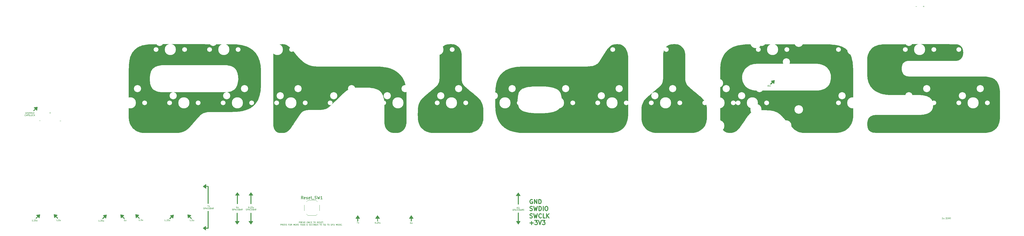
<source format=gbr>
%TF.GenerationSoftware,KiCad,Pcbnew,(6.0.0)*%
%TF.CreationDate,2022-10-19T16:47:05-05:00*%
%TF.ProjectId,Phidias-F072-pcb,50686964-6961-4732-9d46-3037322d7063,rev?*%
%TF.SameCoordinates,Original*%
%TF.FileFunction,Legend,Top*%
%TF.FilePolarity,Positive*%
%FSLAX46Y46*%
G04 Gerber Fmt 4.6, Leading zero omitted, Abs format (unit mm)*
G04 Created by KiCad (PCBNEW (6.0.0)) date 2022-10-19 16:47:05*
%MOMM*%
%LPD*%
G01*
G04 APERTURE LIST*
%ADD10C,0.150000*%
%ADD11C,0.125000*%
%ADD12C,0.300000*%
%ADD13C,0.010000*%
%ADD14C,0.120000*%
%ADD15R,1.800000X1.100000*%
%ADD16C,3.987800*%
%ADD17C,3.048000*%
%ADD18C,1.701800*%
%ADD19C,2.540000*%
%ADD20C,0.889000*%
%ADD21R,1.524000X1.524000*%
%ADD22O,1.524000X1.524000*%
G04 APERTURE END LIST*
D10*
X109630000Y-108250000D02*
X108930000Y-109250000D01*
X154600000Y-117090000D02*
X154120000Y-117480000D01*
X94489642Y-121079999D02*
X94489642Y-120919999D01*
X294592010Y-69460386D02*
X295178909Y-68873488D01*
X204690000Y-112430000D02*
X204690000Y-109480000D01*
X94409643Y-114870000D02*
X94409641Y-121060001D01*
X40846569Y-117444573D02*
X40210172Y-116808177D01*
X204789999Y-115490000D02*
X204790000Y-118510000D01*
X93549643Y-121600000D02*
X93099642Y-121260000D01*
X110330000Y-109250000D02*
X109630000Y-109250000D01*
X81557609Y-116429804D02*
X81953588Y-117066200D01*
X166557738Y-116830000D02*
X166837738Y-116830000D01*
X109940000Y-108750000D02*
X109500000Y-108540000D01*
X68994903Y-116799894D02*
X69270675Y-116552407D01*
X154590000Y-116810000D02*
X154870000Y-116810000D01*
X87807035Y-116895040D02*
X87099929Y-116187934D01*
X69956568Y-117408006D02*
X69369669Y-116821107D01*
X166607738Y-118440000D02*
X166767738Y-118440000D01*
X104870000Y-119000000D02*
X105350000Y-118610000D01*
X104810000Y-112280000D02*
X104810000Y-109260000D01*
X204090000Y-118510000D02*
X204790000Y-118510000D01*
X109630000Y-109250000D02*
X109630000Y-108250000D01*
X94329642Y-120160000D02*
X94329641Y-120990001D01*
X33225147Y-117543099D02*
X33812046Y-116956200D01*
X68733273Y-116665544D02*
X69369669Y-116269564D01*
X147670000Y-118420000D02*
X147670000Y-117520000D01*
X34215097Y-116256165D02*
X34413087Y-116454154D01*
X93289642Y-106140000D02*
X93509642Y-106490000D01*
X166607738Y-118440000D02*
X166607738Y-117610000D01*
X109460000Y-109040000D02*
X109830000Y-109060000D01*
X40790000Y-117501142D02*
X40203101Y-116914243D01*
X69900000Y-117464574D02*
X69263603Y-116828178D01*
X93589642Y-120300000D02*
X93589641Y-121000000D01*
X68888837Y-117075666D02*
X69581801Y-116354416D01*
X39927330Y-116652614D02*
X39835406Y-117055665D01*
X147870000Y-117330000D02*
X147580000Y-117210000D01*
X167247738Y-117430000D02*
X166567738Y-117110000D01*
X63796914Y-116322564D02*
X63337295Y-116485198D01*
X33090538Y-78107672D02*
X32687487Y-78015748D01*
X104670000Y-115550000D02*
X104670000Y-118500000D01*
X286059949Y-78699507D02*
X285564975Y-78204533D01*
X39835406Y-117055665D02*
X40528370Y-116334416D01*
X104370000Y-109170000D02*
X105370000Y-109150000D01*
X154720000Y-116520000D02*
X155420000Y-117520000D01*
X87524193Y-116739477D02*
X87432269Y-117142528D01*
X205470000Y-109410000D02*
X204770000Y-109410000D01*
X56945147Y-117629114D02*
X57532047Y-117042214D01*
X285564975Y-78204533D02*
X286272082Y-77497426D01*
X109510000Y-108820000D02*
X109030000Y-109210000D01*
X294592010Y-69460386D02*
X294705147Y-69573523D01*
X104750000Y-118570000D02*
X104750000Y-119570000D01*
X39821264Y-116588974D02*
X39757624Y-117204157D01*
X87099929Y-116187934D02*
X87312061Y-117390015D01*
X93009642Y-121170001D02*
X93089642Y-120690000D01*
X285317487Y-77829766D02*
X286038736Y-78522731D01*
X167157738Y-117220000D02*
X166517738Y-116960000D01*
X63662564Y-116867036D02*
X63938336Y-116619549D01*
X109410000Y-118760000D02*
X109700000Y-118880001D01*
X93589641Y-121000000D02*
X92589643Y-121000000D01*
X109710000Y-112270000D02*
X109710000Y-109320000D01*
X147590000Y-118420000D02*
X147590000Y-117590000D01*
X58083589Y-117042213D02*
X57814888Y-116405818D01*
X63400934Y-116605407D02*
X63796914Y-116322564D01*
X104050000Y-118570000D02*
X104750000Y-118570000D01*
X33507731Y-78256164D02*
X33345097Y-77796545D01*
X104810000Y-108260000D02*
X104110000Y-109260000D01*
X81684888Y-116429804D02*
X81967731Y-116825784D01*
X33112010Y-117429961D02*
X33225147Y-117543099D01*
X87099929Y-116187934D02*
X88302010Y-116400066D01*
X166887738Y-117350000D02*
X166597738Y-117230000D01*
X94499642Y-112160000D02*
X94339642Y-112160000D01*
X147500000Y-117310000D02*
X147870000Y-117330000D01*
X204970000Y-109220000D02*
X204680000Y-109100000D01*
X94499642Y-105970000D02*
X93669641Y-105970000D01*
X204230000Y-118620000D02*
X204910000Y-118940000D01*
X294888995Y-68428010D02*
X295447609Y-68350229D01*
X147750000Y-118420000D02*
X147750000Y-117590000D01*
X147070000Y-117480000D02*
X147410000Y-117030000D01*
X105350000Y-118610000D02*
X105010000Y-119060000D01*
X154550000Y-117310000D02*
X154920000Y-117330000D01*
X295779949Y-69375533D02*
X295284975Y-68880559D01*
X286272082Y-77497426D02*
X286059949Y-78699507D01*
X205330000Y-109300000D02*
X204650000Y-108980000D01*
X295447609Y-68350229D02*
X295843589Y-68986625D01*
X285840746Y-78211604D02*
X285720538Y-77921690D01*
X93089642Y-120690000D02*
X92879642Y-121130000D01*
X165987738Y-117540000D02*
X166687738Y-117540000D01*
X204790000Y-118510000D02*
X204790000Y-119510000D01*
X87538335Y-116866756D02*
X87814107Y-116619269D01*
X33310000Y-116355161D02*
X33804975Y-116850134D01*
X147670000Y-116520000D02*
X146970000Y-117520000D01*
X109540000Y-108940000D02*
X109190000Y-109160000D01*
X93599641Y-106050000D02*
X92599642Y-106050000D01*
X33154178Y-78001607D02*
X32538994Y-77937966D01*
X33408736Y-78708712D02*
X33154178Y-78001607D01*
X81805097Y-116366165D02*
X82003086Y-116564154D01*
X87418127Y-116675837D02*
X87354487Y-117291020D01*
X63436290Y-117390295D02*
X63931265Y-116895320D01*
X93109642Y-106310000D02*
X93279642Y-105580000D01*
X93499642Y-121440000D02*
X93479642Y-120440000D01*
X295695097Y-68286589D02*
X295893087Y-68484579D01*
X104640000Y-109050000D02*
X105010000Y-109070000D01*
X109030000Y-109210000D02*
X109370000Y-108760000D01*
X33833259Y-116581433D02*
X34080747Y-116857206D01*
X295504178Y-68491650D02*
X294888995Y-68428010D01*
X109870000Y-119060000D02*
X109140000Y-118890000D01*
X109630000Y-108250000D02*
X110330000Y-109250000D01*
X93099642Y-121260000D02*
X93269642Y-120530000D01*
X154020000Y-117520000D02*
X154720000Y-117520000D01*
X284928579Y-78840929D02*
X285564975Y-78204533D01*
X285975097Y-77610563D02*
X286173087Y-77808553D01*
X88443432Y-117531436D02*
X87807035Y-116895040D01*
X93599642Y-106750000D02*
X93599641Y-106050000D01*
X33804975Y-116850134D02*
X34512082Y-116143027D01*
X109190000Y-109160000D02*
X110190000Y-109140000D01*
X285070000Y-77709558D02*
X285564975Y-78204533D01*
X93489642Y-105490000D02*
X93169642Y-106169999D01*
X286038736Y-78522731D02*
X285784178Y-77815624D01*
X155280000Y-117410000D02*
X154600000Y-117090000D01*
X109690000Y-115550000D02*
X109530000Y-115550000D01*
X147670000Y-117520000D02*
X147670000Y-116520000D01*
X63648422Y-116739757D02*
X63556498Y-117142807D01*
X88386863Y-117588005D02*
X87799964Y-117001106D01*
X87276705Y-116732406D02*
X87913101Y-116336426D01*
X33429949Y-78885489D02*
X32934975Y-78390514D01*
X57744178Y-116547240D02*
X57128994Y-116483600D01*
X64426239Y-116400346D02*
X63931265Y-116895320D01*
X94489642Y-120160000D02*
X94329642Y-120160000D01*
X105510000Y-109260000D02*
X104810000Y-109260000D01*
X146970000Y-117520000D02*
X147670000Y-117520000D01*
X69129253Y-116255422D02*
X68669634Y-116418056D01*
X295313259Y-68611858D02*
X295560746Y-68887630D01*
X64624229Y-117475148D02*
X64037331Y-116888249D01*
X93019642Y-106220000D02*
X93099642Y-105740000D01*
X104280000Y-118890000D02*
X104920000Y-119150000D01*
X204770000Y-109410000D02*
X204770000Y-108410000D01*
X205240000Y-109090000D02*
X204600000Y-108830000D01*
X56888579Y-117572545D02*
X57524975Y-116936148D01*
X57277487Y-116561382D02*
X57998736Y-117254346D01*
X108910000Y-118570000D02*
X109610000Y-118570000D01*
X109610000Y-119570000D02*
X110310000Y-118570000D01*
X39679842Y-116645543D02*
X40316238Y-116249563D01*
X104750000Y-119570000D02*
X105450000Y-118570000D01*
X94499642Y-106049999D02*
X93599641Y-106050000D01*
X148230000Y-117410000D02*
X147550000Y-117090000D01*
X109370000Y-108760000D02*
X110100000Y-108930000D01*
X56832010Y-117515976D02*
X57418909Y-116929076D01*
X92879642Y-121130000D02*
X92879643Y-120850000D01*
X33642082Y-77683407D02*
X33429949Y-78885489D01*
X34363589Y-116956200D02*
X34094889Y-116319804D01*
X40075822Y-116235421D02*
X39616203Y-116398055D01*
X104550000Y-118760000D02*
X104840000Y-118880001D01*
X148140000Y-117200000D02*
X147500000Y-116940000D01*
X204870000Y-115490000D02*
X204710000Y-115490000D01*
X286272082Y-77497426D02*
X285070000Y-77709558D01*
X295758736Y-69198757D02*
X295504178Y-68491650D01*
X295440538Y-68597716D02*
X295037487Y-68505792D01*
X80702010Y-117539962D02*
X80815147Y-117653099D01*
X81550538Y-116677292D02*
X81147487Y-116585368D01*
X154920000Y-117330000D02*
X154630000Y-117210000D01*
X39715197Y-117303152D02*
X40210172Y-116808177D01*
X205050000Y-119000000D02*
X204320000Y-118830000D01*
X68733273Y-116538265D02*
X69129253Y-116255422D01*
X204070000Y-109410000D02*
X204770000Y-109410000D01*
X57687609Y-116405818D02*
X58083589Y-117042213D01*
X80758579Y-117596531D02*
X81394975Y-116960134D01*
X155030000Y-117020000D02*
X154590000Y-116810000D01*
X93559642Y-106650000D02*
X93109642Y-106310000D01*
X104890000Y-112280000D02*
X104890000Y-109330000D01*
X92589643Y-121000000D02*
X93589642Y-120300000D01*
X147550000Y-117090000D02*
X147070000Y-117480000D01*
X33097609Y-77860184D02*
X33493589Y-78496580D01*
X104830000Y-115550000D02*
X104670000Y-115550000D01*
X166997738Y-117040000D02*
X166557738Y-116830000D01*
X147540000Y-116810000D02*
X147820000Y-116810000D01*
X81967731Y-116825784D02*
X81805097Y-116366165D01*
X80900000Y-116465160D02*
X81394975Y-116960134D01*
X93169642Y-106169999D02*
X93559642Y-106650000D01*
X154460000Y-117030000D02*
X155190000Y-117200000D01*
X63400934Y-116732686D02*
X64037330Y-116336706D01*
X204600000Y-108830000D02*
X205080000Y-108910000D01*
X87432269Y-117142528D02*
X88125233Y-116421279D01*
X81614178Y-116571226D02*
X80998994Y-116507586D01*
X32963258Y-78121814D02*
X33210747Y-78397586D01*
X166247738Y-117450000D02*
X167247738Y-117430000D01*
X105010000Y-119060000D02*
X104280000Y-118890000D01*
X81394975Y-116960134D02*
X82102081Y-116253027D01*
X88125233Y-116421279D02*
X87418127Y-116675837D01*
X295857731Y-68746208D02*
X295695097Y-68286589D01*
X39503066Y-116101071D02*
X39715197Y-117303152D01*
X32687487Y-78015748D02*
X33408736Y-78708712D01*
X105280000Y-108940000D02*
X104640000Y-108680000D01*
X285784178Y-77815624D02*
X285168995Y-77751985D01*
X166517738Y-116960000D02*
X166997738Y-117040000D01*
X32355147Y-79083479D02*
X32942046Y-78496580D01*
X57935097Y-116342179D02*
X58133086Y-116540168D01*
X57524975Y-116936148D02*
X58232081Y-116229041D01*
X204320000Y-118830000D02*
X204960000Y-119090000D01*
X94329642Y-114870000D02*
X94329642Y-121060000D01*
X295992082Y-68173452D02*
X294790000Y-68385584D01*
X64567661Y-117531716D02*
X63931265Y-116895320D01*
X69581801Y-116354416D02*
X68874695Y-116608975D01*
X204710000Y-115490000D02*
X204710000Y-118440000D01*
X63224158Y-116188214D02*
X64426239Y-116400346D01*
X154550000Y-116940000D02*
X155030000Y-117020000D01*
X94489642Y-121079999D02*
X93659641Y-121080000D01*
X80815147Y-117653099D02*
X81402047Y-117066200D01*
X109730000Y-119000000D02*
X110210000Y-118610000D01*
X92889643Y-106180000D02*
X92889643Y-105900000D01*
X154280000Y-117430000D02*
X155280000Y-117410000D01*
X204650000Y-108980000D02*
X204170000Y-109370000D01*
X104750000Y-119570000D02*
X104050000Y-118570000D01*
X33210747Y-78397586D02*
X33090538Y-78107672D01*
X285720538Y-77921690D02*
X285317487Y-77829766D01*
X166087738Y-117500000D02*
X166427738Y-117050000D01*
X87312061Y-117390015D02*
X87807035Y-116895040D01*
X63938336Y-116619549D02*
X63648422Y-116739757D01*
X82102081Y-116253027D02*
X81889949Y-117455109D01*
X93269642Y-120530000D02*
X93009642Y-121170001D01*
X285727609Y-77674203D02*
X286123589Y-78310599D01*
X147230000Y-117430000D02*
X148230000Y-117410000D01*
X40903137Y-117388005D02*
X40316238Y-116801106D01*
X81670747Y-116967207D02*
X81550538Y-116677292D01*
X205390000Y-118550000D02*
X205050000Y-119000000D01*
X69843431Y-117521143D02*
X69256532Y-116934244D01*
X110310000Y-118570000D02*
X109610000Y-118570000D01*
X110050000Y-118660001D02*
X109050000Y-118680000D01*
X104720000Y-108950000D02*
X104370000Y-109170000D01*
X155420000Y-117520000D02*
X154720000Y-117520000D01*
X33224888Y-77860184D02*
X33507731Y-78256164D01*
X205080000Y-108910000D02*
X204640000Y-108700000D01*
X68768629Y-117323153D02*
X69263603Y-116828178D01*
X109050000Y-118680000D02*
X109730000Y-119000000D01*
X204850000Y-112430000D02*
X204850000Y-109480000D01*
X166597738Y-117230000D02*
X166247738Y-117450000D01*
X204510000Y-108920000D02*
X205240000Y-109090000D01*
X205490000Y-118510000D02*
X204790000Y-118510000D01*
X295560746Y-68887630D02*
X295440538Y-68597716D01*
X204790000Y-119510000D02*
X204090000Y-118510000D01*
X87354487Y-117291020D02*
X87276705Y-116732406D01*
X58019949Y-117431123D02*
X57524975Y-116936148D01*
X204960000Y-119090000D02*
X204479999Y-119010000D01*
X94489642Y-120999999D02*
X93589641Y-121000000D01*
X87913101Y-116336426D02*
X87276705Y-116605127D01*
X69843431Y-117521143D02*
X69956568Y-117408006D01*
X93379642Y-121170001D02*
X93399643Y-120800000D01*
X39503066Y-116101071D02*
X40705147Y-116313203D01*
X57128994Y-116483600D02*
X57687609Y-116405818D01*
X68556497Y-116121072D02*
X68768629Y-117323153D01*
X286137731Y-78070182D02*
X285975097Y-77610563D01*
X166687738Y-116540000D02*
X167387738Y-117540000D01*
X57800746Y-116943220D02*
X57680538Y-116653306D01*
X166517738Y-117330000D02*
X166887738Y-117350000D01*
X204880000Y-118820001D02*
X205230000Y-118600001D01*
X33960538Y-116567292D02*
X33557487Y-116475368D01*
X87213066Y-116484918D02*
X87411056Y-116286929D01*
X204690000Y-110310000D02*
X204850000Y-110310000D01*
X204680000Y-109100000D02*
X204330000Y-109320000D01*
X40705147Y-116313203D02*
X40210172Y-116808177D01*
X32242010Y-78970341D02*
X32355147Y-79083479D01*
X204479999Y-119010000D02*
X204920000Y-119220000D01*
X204770000Y-108410000D02*
X204070000Y-109410000D01*
X69263603Y-116828178D02*
X68556497Y-116121072D01*
X32298579Y-79026911D02*
X32934975Y-78390514D01*
X109550000Y-112270000D02*
X109710000Y-112270000D01*
X147500000Y-116940000D02*
X147980000Y-117020000D01*
X105120000Y-108760000D02*
X104680000Y-108550000D01*
X166427738Y-117050000D02*
X167157738Y-117220000D01*
X109550000Y-110150000D02*
X109710000Y-110150000D01*
X81147487Y-116585368D02*
X81868736Y-117278332D01*
X81868736Y-117278332D02*
X81614178Y-116571226D01*
X104690000Y-108830000D02*
X104210000Y-109220000D01*
X32440000Y-77895541D02*
X32934975Y-78390514D01*
X166767738Y-118440000D02*
X166767738Y-117610000D01*
X68980761Y-116672615D02*
X68888837Y-117075666D01*
X94339642Y-112160000D02*
X94339642Y-106039999D01*
X109610000Y-119570000D02*
X108910000Y-118570000D01*
X40210172Y-116808177D02*
X39503066Y-116101071D01*
X295037487Y-68505792D02*
X295758736Y-69198757D01*
X286123589Y-78310599D02*
X285854889Y-77674203D01*
X109609999Y-115550000D02*
X109610000Y-118570000D01*
X94499642Y-106130000D02*
X94499642Y-105970000D01*
X294790000Y-68385584D02*
X295284975Y-68880559D01*
X33642082Y-77683407D02*
X32440000Y-77895541D01*
X34024179Y-116461226D02*
X33408994Y-116397586D01*
X109700000Y-118880001D02*
X110050000Y-118660001D01*
X295843589Y-68986625D02*
X295574889Y-68350229D01*
X104190000Y-118680000D02*
X104870000Y-119000000D01*
X104210000Y-109220000D02*
X104550000Y-108770000D01*
X166687738Y-118440000D02*
X166687738Y-117540000D01*
X110210000Y-118610000D02*
X109870000Y-119060000D01*
X93389642Y-106220000D02*
X93409643Y-105850000D01*
X147670000Y-116520000D02*
X148370000Y-117520000D01*
X295574889Y-68350229D02*
X295857731Y-68746208D01*
X109610000Y-118570000D02*
X109610000Y-119570000D01*
X94419642Y-112159999D02*
X94419642Y-105969999D01*
X104730000Y-112280000D02*
X104890000Y-112280000D01*
X32538994Y-77937966D02*
X33097609Y-77860184D01*
X81423259Y-116691434D02*
X81670747Y-116967207D01*
X33967609Y-116319804D02*
X34363589Y-116956200D01*
X88386863Y-117588005D02*
X88500000Y-117474868D01*
X204870000Y-117609999D02*
X204710000Y-117609999D01*
X40316238Y-116249563D02*
X39679842Y-116518264D01*
X33557487Y-116475368D02*
X34278736Y-117168332D01*
X166687738Y-116540000D02*
X165987738Y-117540000D01*
X104439999Y-119070000D02*
X104880000Y-119280000D01*
X204600000Y-109200000D02*
X204970000Y-109220000D01*
X39941472Y-116779893D02*
X40217244Y-116532406D01*
X63337295Y-116485198D02*
X63535285Y-116287209D01*
X154720000Y-117520000D02*
X154720000Y-116520000D01*
X155190000Y-117200000D02*
X154550000Y-116940000D01*
X57030000Y-116441174D02*
X57524975Y-116936148D01*
X63556498Y-117142807D02*
X64249462Y-116421559D01*
X39757624Y-117204157D02*
X39679842Y-116645543D01*
X109630000Y-112270000D02*
X109630000Y-109250000D01*
X104880000Y-119280000D02*
X104600000Y-119280000D01*
X204590000Y-118700000D02*
X204880000Y-118820001D01*
X109500000Y-108540000D02*
X109780000Y-108540000D01*
X204770000Y-112430000D02*
X204770000Y-109410000D01*
X40217244Y-116532406D02*
X39927330Y-116652614D01*
X64511092Y-117588285D02*
X63924193Y-117001386D01*
X110190000Y-109140000D02*
X109510000Y-108820000D01*
X295992082Y-68173452D02*
X295779949Y-69375533D01*
X33168579Y-117486531D02*
X33804975Y-116850134D01*
X64511092Y-117588285D02*
X64624229Y-117475148D01*
X204920000Y-119220000D02*
X204640000Y-119220000D01*
X104749999Y-115550000D02*
X104750000Y-118570000D01*
X40528370Y-116334416D02*
X39821264Y-116588974D01*
X69369669Y-116269564D02*
X68733273Y-116538265D01*
X87814107Y-116619269D02*
X87524193Y-116739477D01*
X104840000Y-118880001D02*
X105190000Y-118660001D01*
X94489642Y-120919999D02*
X93659641Y-120920000D01*
X94329642Y-114870000D02*
X94489642Y-114870000D01*
X34080747Y-116857206D02*
X33960538Y-116567292D01*
X58232081Y-116229041D02*
X57030000Y-116441174D01*
X93279642Y-105580000D02*
X93019642Y-106220000D01*
X110100000Y-108930000D02*
X109460000Y-108670000D01*
X93509642Y-106490000D02*
X93489642Y-105490000D01*
X92599642Y-106050000D02*
X93599642Y-106750000D01*
X104110000Y-109260000D02*
X104810000Y-109260000D01*
X109530000Y-115550000D02*
X109530000Y-118500000D01*
X32934975Y-78390514D02*
X33642082Y-77683407D01*
X92589643Y-121000000D02*
X93589642Y-121700000D01*
X39616203Y-116398055D02*
X39814193Y-116200066D01*
X105450000Y-118570000D02*
X104750000Y-118570000D01*
X33408994Y-116397586D02*
X33967609Y-116319804D01*
X94339642Y-106870000D02*
X94499642Y-106870000D01*
X87276705Y-116605127D02*
X87672685Y-116322284D01*
X80702010Y-117539962D02*
X81288909Y-116953062D01*
X204690000Y-112430000D02*
X204850000Y-112430000D01*
X88302010Y-116400066D02*
X87807035Y-116895040D01*
X285168995Y-77751985D02*
X285727609Y-77674203D01*
X68669634Y-116418056D02*
X68867624Y-116220067D01*
X68556497Y-116121072D02*
X69758578Y-116333204D01*
X57680538Y-116653306D02*
X57277487Y-116561382D01*
X109299999Y-119070000D02*
X109740000Y-119280000D01*
X294648579Y-69516955D02*
X295284975Y-68880559D01*
X105190000Y-118660001D02*
X104190000Y-118680000D01*
X284872010Y-78784360D02*
X285458909Y-78197462D01*
X64249462Y-116421559D02*
X63542356Y-116676117D01*
X285593259Y-77935832D02*
X285840746Y-78211604D01*
X109690000Y-117669999D02*
X109530000Y-117669999D01*
X104810000Y-109260000D02*
X104810000Y-108260000D01*
X285854889Y-77674203D02*
X286137731Y-78070182D01*
X205230000Y-118600001D02*
X204230000Y-118620000D01*
X93159642Y-121120000D02*
X93549643Y-121600000D01*
X69758578Y-116333204D02*
X69263603Y-116828178D01*
X109780001Y-118780000D02*
X109410000Y-118760000D01*
X93599642Y-105350000D02*
X93599641Y-106050000D01*
X68811055Y-117224159D02*
X68733273Y-116665544D01*
X93479642Y-120440000D02*
X93159642Y-121120000D01*
X34512082Y-116143027D02*
X33310000Y-116355161D01*
X104830000Y-117669999D02*
X104670000Y-117669999D01*
X104830000Y-115550000D02*
X104830000Y-118500000D01*
X33112010Y-117429961D02*
X33698909Y-116843062D01*
X166687738Y-117540000D02*
X166687738Y-116540000D01*
X154800000Y-118420000D02*
X154800000Y-117590000D01*
X147590000Y-118420000D02*
X147750000Y-118420000D01*
X82102081Y-116253027D02*
X80900000Y-116465160D01*
X108930000Y-109250000D02*
X109630000Y-109250000D01*
X204330000Y-109320000D02*
X205330000Y-109300000D01*
X81953588Y-117066200D02*
X81684888Y-116429804D01*
X104550000Y-108770000D02*
X105280000Y-108940000D01*
X93399643Y-120800000D02*
X93279642Y-121090000D01*
X64037330Y-116336706D02*
X63400934Y-116605407D01*
X204170000Y-109370000D02*
X204510000Y-108920000D01*
X104920001Y-118780000D02*
X104550000Y-118760000D01*
X154720000Y-118420000D02*
X154720000Y-117520000D01*
X88500000Y-117474868D02*
X87913101Y-116887969D01*
X69270675Y-116552407D02*
X68980761Y-116672615D01*
X93279642Y-121090000D02*
X93499642Y-121440000D01*
X105370000Y-109150000D02*
X104690000Y-108830000D01*
X295284975Y-68880559D02*
X295992082Y-68173452D01*
X109740000Y-119280000D02*
X109460000Y-119280000D01*
X204910000Y-118940000D02*
X205390000Y-118550000D01*
X154640000Y-118420000D02*
X154800000Y-118420000D01*
X63224158Y-116188214D02*
X63436290Y-117390295D01*
X154630000Y-117210000D02*
X154280000Y-117430000D01*
X109690000Y-115550000D02*
X109690000Y-118500000D01*
X34094889Y-116319804D02*
X34377731Y-116715784D01*
X284985147Y-78897498D02*
X285572046Y-78310599D01*
X204790000Y-119510000D02*
X205490000Y-118510000D01*
X94499642Y-106870000D02*
X94499642Y-106039999D01*
X204770000Y-108410000D02*
X205470000Y-109410000D01*
X104680000Y-108550000D02*
X104960000Y-108550000D01*
X87672685Y-116322284D02*
X87213066Y-116484918D01*
X154720000Y-116520000D02*
X154020000Y-117520000D01*
X68874695Y-116608975D02*
X68811055Y-117224159D01*
X109140000Y-118890000D02*
X109780000Y-119150000D01*
X104730000Y-110160000D02*
X104890000Y-110160000D01*
X34512082Y-116143027D02*
X34299949Y-117345109D01*
X105010000Y-109070000D02*
X104720000Y-108950000D01*
X63542356Y-116676117D02*
X63478716Y-117291300D01*
X57814888Y-116405818D02*
X58097731Y-116801798D01*
X154640000Y-118420000D02*
X154640000Y-117590000D01*
X34377731Y-116715784D02*
X34215097Y-116256165D01*
X63478716Y-117291300D02*
X63400934Y-116732686D01*
X92599642Y-106050000D02*
X93599642Y-105350000D01*
X58097731Y-116801798D02*
X57935097Y-116342179D01*
X154120000Y-117480000D02*
X154460000Y-117030000D01*
X147410000Y-117030000D02*
X148140000Y-117200000D01*
X284872010Y-78784360D02*
X284985147Y-78897498D01*
X109550000Y-112270000D02*
X109550000Y-109320000D01*
X93409643Y-105850000D02*
X93289642Y-106140000D01*
X104920000Y-119150000D02*
X104439999Y-119070000D01*
X94489642Y-114870000D02*
X94489642Y-120990002D01*
X58232081Y-116229041D02*
X58019949Y-117431123D01*
X57998736Y-117254346D02*
X57744178Y-116547240D01*
X109780000Y-119150000D02*
X109299999Y-119070000D01*
X147980000Y-117020000D02*
X147540000Y-116810000D01*
X104640000Y-108680000D02*
X105120000Y-108760000D01*
X204870000Y-115490000D02*
X204870000Y-118440000D01*
X34278736Y-117168332D02*
X34024179Y-116461226D01*
X93589642Y-121700000D02*
X93589641Y-121000000D01*
X33345097Y-77796545D02*
X33543087Y-77994534D01*
X204640000Y-108700000D02*
X204920000Y-108700000D01*
X33493589Y-78496580D02*
X33224888Y-77860184D01*
X148370000Y-117520000D02*
X147670000Y-117520000D01*
X294705147Y-69573523D02*
X295292046Y-68986625D01*
X39679842Y-116518264D02*
X40075822Y-116235421D01*
X56832010Y-117515976D02*
X56945147Y-117629114D01*
X93099642Y-105740000D02*
X92889643Y-106180000D01*
X104730000Y-112280000D02*
X104730000Y-109330000D01*
X94329642Y-120900000D02*
X94329642Y-121060000D01*
X34299949Y-117345109D02*
X33804975Y-116850134D01*
X104810000Y-108260000D02*
X105510000Y-109260000D01*
X94499642Y-112160000D02*
X94499642Y-105970000D01*
X94499642Y-106130000D02*
X93669641Y-106130000D01*
X147580000Y-117210000D02*
X147230000Y-117430000D01*
X81889949Y-117455109D02*
X81394975Y-116960134D01*
X80998994Y-116507586D02*
X81557609Y-116429804D01*
X109830000Y-109060000D02*
X109540000Y-108940000D01*
X40790000Y-117501142D02*
X40903137Y-117388005D01*
X167387738Y-117540000D02*
X166687738Y-117540000D01*
X204960001Y-118720000D02*
X204590000Y-118700000D01*
X166567738Y-117110000D02*
X166087738Y-117500000D01*
X57553259Y-116667448D02*
X57800746Y-116943220D01*
X109460000Y-108670000D02*
X109940000Y-108750000D01*
X32242010Y-78970341D02*
X32828909Y-78383442D01*
X63931265Y-116895320D02*
X63224158Y-116188214D01*
D11*
X153963809Y-118766190D02*
X153868571Y-118766190D01*
X153820952Y-118790000D01*
X153797142Y-118813809D01*
X153749523Y-118885238D01*
X153725714Y-118980476D01*
X153725714Y-119170952D01*
X153749523Y-119218571D01*
X153773333Y-119242380D01*
X153820952Y-119266190D01*
X153916190Y-119266190D01*
X153963809Y-119242380D01*
X153987619Y-119218571D01*
X154011428Y-119170952D01*
X154011428Y-119051904D01*
X153987619Y-119004285D01*
X153963809Y-118980476D01*
X153916190Y-118956666D01*
X153820952Y-118956666D01*
X153773333Y-118980476D01*
X153749523Y-119004285D01*
X153725714Y-119051904D01*
X154225714Y-119218571D02*
X154249523Y-119242380D01*
X154225714Y-119266190D01*
X154201904Y-119242380D01*
X154225714Y-119218571D01*
X154225714Y-119266190D01*
X154440000Y-118813809D02*
X154463809Y-118790000D01*
X154511428Y-118766190D01*
X154630476Y-118766190D01*
X154678095Y-118790000D01*
X154701904Y-118813809D01*
X154725714Y-118861428D01*
X154725714Y-118909047D01*
X154701904Y-118980476D01*
X154416190Y-119266190D01*
X154725714Y-119266190D01*
X155178095Y-118766190D02*
X154940000Y-118766190D01*
X154916190Y-119004285D01*
X154940000Y-118980476D01*
X154987619Y-118956666D01*
X155106666Y-118956666D01*
X155154285Y-118980476D01*
X155178095Y-119004285D01*
X155201904Y-119051904D01*
X155201904Y-119170952D01*
X155178095Y-119218571D01*
X155154285Y-119242380D01*
X155106666Y-119266190D01*
X154987619Y-119266190D01*
X154940000Y-119242380D01*
X154916190Y-119218571D01*
X155630476Y-118932857D02*
X155630476Y-119266190D01*
X155416190Y-118932857D02*
X155416190Y-119194761D01*
X155440000Y-119242380D01*
X155487619Y-119266190D01*
X155559047Y-119266190D01*
X155606666Y-119242380D01*
X155630476Y-119218571D01*
X204236190Y-113720833D02*
X204474285Y-113720833D01*
X204188571Y-113863690D02*
X204355238Y-113363690D01*
X204521904Y-113863690D01*
X204926666Y-113863690D02*
X204688571Y-113863690D01*
X204688571Y-113363690D01*
X205331428Y-113863690D02*
X205093333Y-113863690D01*
X205093333Y-113363690D01*
X202724285Y-114644880D02*
X202795714Y-114668690D01*
X202914761Y-114668690D01*
X202962380Y-114644880D01*
X202986190Y-114621071D01*
X203010000Y-114573452D01*
X203010000Y-114525833D01*
X202986190Y-114478214D01*
X202962380Y-114454404D01*
X202914761Y-114430595D01*
X202819523Y-114406785D01*
X202771904Y-114382976D01*
X202748095Y-114359166D01*
X202724285Y-114311547D01*
X202724285Y-114263928D01*
X202748095Y-114216309D01*
X202771904Y-114192500D01*
X202819523Y-114168690D01*
X202938571Y-114168690D01*
X203010000Y-114192500D01*
X203224285Y-114668690D02*
X203224285Y-114168690D01*
X203414761Y-114168690D01*
X203462380Y-114192500D01*
X203486190Y-114216309D01*
X203510000Y-114263928D01*
X203510000Y-114335357D01*
X203486190Y-114382976D01*
X203462380Y-114406785D01*
X203414761Y-114430595D01*
X203224285Y-114430595D01*
X203700476Y-114525833D02*
X203938571Y-114525833D01*
X203652857Y-114668690D02*
X203819523Y-114168690D01*
X203986190Y-114668690D01*
X204438571Y-114621071D02*
X204414761Y-114644880D01*
X204343333Y-114668690D01*
X204295714Y-114668690D01*
X204224285Y-114644880D01*
X204176666Y-114597261D01*
X204152857Y-114549642D01*
X204129047Y-114454404D01*
X204129047Y-114382976D01*
X204152857Y-114287738D01*
X204176666Y-114240119D01*
X204224285Y-114192500D01*
X204295714Y-114168690D01*
X204343333Y-114168690D01*
X204414761Y-114192500D01*
X204438571Y-114216309D01*
X204652857Y-114406785D02*
X204819523Y-114406785D01*
X204890952Y-114668690D02*
X204652857Y-114668690D01*
X204652857Y-114168690D01*
X204890952Y-114168690D01*
X205271904Y-114406785D02*
X205343333Y-114430595D01*
X205367142Y-114454404D01*
X205390952Y-114502023D01*
X205390952Y-114573452D01*
X205367142Y-114621071D01*
X205343333Y-114644880D01*
X205295714Y-114668690D01*
X205105238Y-114668690D01*
X205105238Y-114168690D01*
X205271904Y-114168690D01*
X205319523Y-114192500D01*
X205343333Y-114216309D01*
X205367142Y-114263928D01*
X205367142Y-114311547D01*
X205343333Y-114359166D01*
X205319523Y-114382976D01*
X205271904Y-114406785D01*
X205105238Y-114406785D01*
X205581428Y-114525833D02*
X205819523Y-114525833D01*
X205533809Y-114668690D02*
X205700476Y-114168690D01*
X205867142Y-114668690D01*
X206319523Y-114668690D02*
X206152857Y-114430595D01*
X206033809Y-114668690D02*
X206033809Y-114168690D01*
X206224285Y-114168690D01*
X206271904Y-114192500D01*
X206295714Y-114216309D01*
X206319523Y-114263928D01*
X206319523Y-114335357D01*
X206295714Y-114382976D01*
X206271904Y-114406785D01*
X206224285Y-114430595D01*
X206033809Y-114430595D01*
X206510000Y-114644880D02*
X206581428Y-114668690D01*
X206700476Y-114668690D01*
X206748095Y-114644880D01*
X206771904Y-114621071D01*
X206795714Y-114573452D01*
X206795714Y-114525833D01*
X206771904Y-114478214D01*
X206748095Y-114454404D01*
X206700476Y-114430595D01*
X206605238Y-114406785D01*
X206557619Y-114382976D01*
X206533809Y-114359166D01*
X206510000Y-114311547D01*
X206510000Y-114263928D01*
X206533809Y-114216309D01*
X206557619Y-114192500D01*
X206605238Y-114168690D01*
X206724285Y-114168690D01*
X206795714Y-114192500D01*
X88139523Y-118396190D02*
X87853809Y-118396190D01*
X87996666Y-118396190D02*
X87996666Y-117896190D01*
X87949047Y-117967619D01*
X87901428Y-118015238D01*
X87853809Y-118039047D01*
X88353809Y-118348571D02*
X88377619Y-118372380D01*
X88353809Y-118396190D01*
X88330000Y-118372380D01*
X88353809Y-118348571D01*
X88353809Y-118396190D01*
X88830000Y-117896190D02*
X88591904Y-117896190D01*
X88568095Y-118134285D01*
X88591904Y-118110476D01*
X88639523Y-118086666D01*
X88758571Y-118086666D01*
X88806190Y-118110476D01*
X88830000Y-118134285D01*
X88853809Y-118181904D01*
X88853809Y-118300952D01*
X88830000Y-118348571D01*
X88806190Y-118372380D01*
X88758571Y-118396190D01*
X88639523Y-118396190D01*
X88591904Y-118372380D01*
X88568095Y-118348571D01*
X89282380Y-118062857D02*
X89282380Y-118396190D01*
X89068095Y-118062857D02*
X89068095Y-118324761D01*
X89091904Y-118372380D01*
X89139523Y-118396190D01*
X89210952Y-118396190D01*
X89258571Y-118372380D01*
X89282380Y-118348571D01*
X349240476Y-41714285D02*
X348859523Y-41714285D01*
X349050000Y-41523809D02*
X349050000Y-41904761D01*
X55641428Y-118546190D02*
X55355714Y-118546190D01*
X55498571Y-118546190D02*
X55498571Y-118046190D01*
X55450952Y-118117619D01*
X55403333Y-118165238D01*
X55355714Y-118189047D01*
X55855714Y-118498571D02*
X55879523Y-118522380D01*
X55855714Y-118546190D01*
X55831904Y-118522380D01*
X55855714Y-118498571D01*
X55855714Y-118546190D01*
X56070000Y-118093809D02*
X56093809Y-118070000D01*
X56141428Y-118046190D01*
X56260476Y-118046190D01*
X56308095Y-118070000D01*
X56331904Y-118093809D01*
X56355714Y-118141428D01*
X56355714Y-118189047D01*
X56331904Y-118260476D01*
X56046190Y-118546190D01*
X56355714Y-118546190D01*
X56808095Y-118046190D02*
X56570000Y-118046190D01*
X56546190Y-118284285D01*
X56570000Y-118260476D01*
X56617619Y-118236666D01*
X56736666Y-118236666D01*
X56784285Y-118260476D01*
X56808095Y-118284285D01*
X56831904Y-118331904D01*
X56831904Y-118450952D01*
X56808095Y-118498571D01*
X56784285Y-118522380D01*
X56736666Y-118546190D01*
X56617619Y-118546190D01*
X56570000Y-118522380D01*
X56546190Y-118498571D01*
X57260476Y-118212857D02*
X57260476Y-118546190D01*
X57046190Y-118212857D02*
X57046190Y-118474761D01*
X57070000Y-118522380D01*
X57117619Y-118546190D01*
X57189047Y-118546190D01*
X57236666Y-118522380D01*
X57260476Y-118498571D01*
X108923809Y-113253690D02*
X108828571Y-113253690D01*
X108780952Y-113277500D01*
X108757142Y-113301309D01*
X108709523Y-113372738D01*
X108685714Y-113467976D01*
X108685714Y-113658452D01*
X108709523Y-113706071D01*
X108733333Y-113729880D01*
X108780952Y-113753690D01*
X108876190Y-113753690D01*
X108923809Y-113729880D01*
X108947619Y-113706071D01*
X108971428Y-113658452D01*
X108971428Y-113539404D01*
X108947619Y-113491785D01*
X108923809Y-113467976D01*
X108876190Y-113444166D01*
X108780952Y-113444166D01*
X108733333Y-113467976D01*
X108709523Y-113491785D01*
X108685714Y-113539404D01*
X109185714Y-113706071D02*
X109209523Y-113729880D01*
X109185714Y-113753690D01*
X109161904Y-113729880D01*
X109185714Y-113706071D01*
X109185714Y-113753690D01*
X109400000Y-113301309D02*
X109423809Y-113277500D01*
X109471428Y-113253690D01*
X109590476Y-113253690D01*
X109638095Y-113277500D01*
X109661904Y-113301309D01*
X109685714Y-113348928D01*
X109685714Y-113396547D01*
X109661904Y-113467976D01*
X109376190Y-113753690D01*
X109685714Y-113753690D01*
X110138095Y-113253690D02*
X109900000Y-113253690D01*
X109876190Y-113491785D01*
X109900000Y-113467976D01*
X109947619Y-113444166D01*
X110066666Y-113444166D01*
X110114285Y-113467976D01*
X110138095Y-113491785D01*
X110161904Y-113539404D01*
X110161904Y-113658452D01*
X110138095Y-113706071D01*
X110114285Y-113729880D01*
X110066666Y-113753690D01*
X109947619Y-113753690D01*
X109900000Y-113729880D01*
X109876190Y-113706071D01*
X110590476Y-113420357D02*
X110590476Y-113753690D01*
X110376190Y-113420357D02*
X110376190Y-113682261D01*
X110400000Y-113729880D01*
X110447619Y-113753690D01*
X110519047Y-113753690D01*
X110566666Y-113729880D01*
X110590476Y-113706071D01*
X107852380Y-114534880D02*
X107923809Y-114558690D01*
X108042857Y-114558690D01*
X108090476Y-114534880D01*
X108114285Y-114511071D01*
X108138095Y-114463452D01*
X108138095Y-114415833D01*
X108114285Y-114368214D01*
X108090476Y-114344404D01*
X108042857Y-114320595D01*
X107947619Y-114296785D01*
X107900000Y-114272976D01*
X107876190Y-114249166D01*
X107852380Y-114201547D01*
X107852380Y-114153928D01*
X107876190Y-114106309D01*
X107900000Y-114082500D01*
X107947619Y-114058690D01*
X108066666Y-114058690D01*
X108138095Y-114082500D01*
X108352380Y-114558690D02*
X108352380Y-114058690D01*
X108542857Y-114058690D01*
X108590476Y-114082500D01*
X108614285Y-114106309D01*
X108638095Y-114153928D01*
X108638095Y-114225357D01*
X108614285Y-114272976D01*
X108590476Y-114296785D01*
X108542857Y-114320595D01*
X108352380Y-114320595D01*
X108828571Y-114415833D02*
X109066666Y-114415833D01*
X108780952Y-114558690D02*
X108947619Y-114058690D01*
X109114285Y-114558690D01*
X109566666Y-114511071D02*
X109542857Y-114534880D01*
X109471428Y-114558690D01*
X109423809Y-114558690D01*
X109352380Y-114534880D01*
X109304761Y-114487261D01*
X109280952Y-114439642D01*
X109257142Y-114344404D01*
X109257142Y-114272976D01*
X109280952Y-114177738D01*
X109304761Y-114130119D01*
X109352380Y-114082500D01*
X109423809Y-114058690D01*
X109471428Y-114058690D01*
X109542857Y-114082500D01*
X109566666Y-114106309D01*
X109780952Y-114296785D02*
X109947619Y-114296785D01*
X110019047Y-114558690D02*
X109780952Y-114558690D01*
X109780952Y-114058690D01*
X110019047Y-114058690D01*
X110400000Y-114296785D02*
X110471428Y-114320595D01*
X110495238Y-114344404D01*
X110519047Y-114392023D01*
X110519047Y-114463452D01*
X110495238Y-114511071D01*
X110471428Y-114534880D01*
X110423809Y-114558690D01*
X110233333Y-114558690D01*
X110233333Y-114058690D01*
X110400000Y-114058690D01*
X110447619Y-114082500D01*
X110471428Y-114106309D01*
X110495238Y-114153928D01*
X110495238Y-114201547D01*
X110471428Y-114249166D01*
X110447619Y-114272976D01*
X110400000Y-114296785D01*
X110233333Y-114296785D01*
X110709523Y-114415833D02*
X110947619Y-114415833D01*
X110661904Y-114558690D02*
X110828571Y-114058690D01*
X110995238Y-114558690D01*
X111447619Y-114558690D02*
X111280952Y-114320595D01*
X111161904Y-114558690D02*
X111161904Y-114058690D01*
X111352380Y-114058690D01*
X111400000Y-114082500D01*
X111423809Y-114106309D01*
X111447619Y-114153928D01*
X111447619Y-114225357D01*
X111423809Y-114272976D01*
X111400000Y-114296785D01*
X111352380Y-114320595D01*
X111161904Y-114320595D01*
D12*
X208958570Y-117247142D02*
X209172856Y-117318571D01*
X209529999Y-117318571D01*
X209672856Y-117247142D01*
X209744285Y-117175714D01*
X209815713Y-117032857D01*
X209815713Y-116890000D01*
X209744285Y-116747142D01*
X209672856Y-116675714D01*
X209529999Y-116604285D01*
X209244285Y-116532857D01*
X209101428Y-116461428D01*
X209029999Y-116390000D01*
X208958570Y-116247142D01*
X208958570Y-116104285D01*
X209029999Y-115961428D01*
X209101428Y-115890000D01*
X209244285Y-115818571D01*
X209601428Y-115818571D01*
X209815713Y-115890000D01*
X210315713Y-115818571D02*
X210672856Y-117318571D01*
X210958570Y-116247142D01*
X211244285Y-117318571D01*
X211601428Y-115818571D01*
X213029999Y-117175714D02*
X212958570Y-117247142D01*
X212744285Y-117318571D01*
X212601428Y-117318571D01*
X212387142Y-117247142D01*
X212244285Y-117104285D01*
X212172856Y-116961428D01*
X212101428Y-116675714D01*
X212101428Y-116461428D01*
X212172856Y-116175714D01*
X212244285Y-116032857D01*
X212387142Y-115890000D01*
X212601428Y-115818571D01*
X212744285Y-115818571D01*
X212958570Y-115890000D01*
X213029999Y-115961428D01*
X214387142Y-117318571D02*
X213672856Y-117318571D01*
X213672856Y-115818571D01*
X214887142Y-117318571D02*
X214887142Y-115818571D01*
X215744285Y-117318571D02*
X215101428Y-116461428D01*
X215744285Y-115818571D02*
X214887142Y-116675714D01*
D11*
X355604285Y-117203809D02*
X355628095Y-117180000D01*
X355675714Y-117156190D01*
X355794761Y-117156190D01*
X355842380Y-117180000D01*
X355866190Y-117203809D01*
X355890000Y-117251428D01*
X355890000Y-117299047D01*
X355866190Y-117370476D01*
X355580476Y-117656190D01*
X355890000Y-117656190D01*
X356318571Y-117322857D02*
X356318571Y-117656190D01*
X356104285Y-117322857D02*
X356104285Y-117584761D01*
X356128095Y-117632380D01*
X356175714Y-117656190D01*
X356247142Y-117656190D01*
X356294761Y-117632380D01*
X356318571Y-117608571D01*
X356890000Y-117156190D02*
X357223333Y-117156190D01*
X356890000Y-117656190D01*
X357223333Y-117656190D01*
X357413809Y-117394285D02*
X357580476Y-117394285D01*
X357651904Y-117656190D02*
X357413809Y-117656190D01*
X357413809Y-117156190D01*
X357651904Y-117156190D01*
X358151904Y-117656190D02*
X357985238Y-117418095D01*
X357866190Y-117656190D02*
X357866190Y-117156190D01*
X358056666Y-117156190D01*
X358104285Y-117180000D01*
X358128095Y-117203809D01*
X358151904Y-117251428D01*
X358151904Y-117322857D01*
X358128095Y-117370476D01*
X358104285Y-117394285D01*
X358056666Y-117418095D01*
X357866190Y-117418095D01*
X358461428Y-117156190D02*
X358556666Y-117156190D01*
X358604285Y-117180000D01*
X358651904Y-117227619D01*
X358675714Y-117322857D01*
X358675714Y-117489523D01*
X358651904Y-117584761D01*
X358604285Y-117632380D01*
X358556666Y-117656190D01*
X358461428Y-117656190D01*
X358413809Y-117632380D01*
X358366190Y-117584761D01*
X358342380Y-117489523D01*
X358342380Y-117322857D01*
X358366190Y-117227619D01*
X358413809Y-117180000D01*
X358461428Y-117156190D01*
X293530000Y-70351774D02*
X293530000Y-69851774D01*
X293744285Y-70327964D02*
X293815714Y-70351774D01*
X293934761Y-70351774D01*
X293982380Y-70327964D01*
X294006190Y-70304155D01*
X294030000Y-70256536D01*
X294030000Y-70208917D01*
X294006190Y-70161298D01*
X293982380Y-70137488D01*
X293934761Y-70113679D01*
X293839523Y-70089869D01*
X293791904Y-70066060D01*
X293768095Y-70042250D01*
X293744285Y-69994631D01*
X293744285Y-69947012D01*
X293768095Y-69899393D01*
X293791904Y-69875584D01*
X293839523Y-69851774D01*
X293958571Y-69851774D01*
X294030000Y-69875584D01*
X294339523Y-69851774D02*
X294434761Y-69851774D01*
X294482380Y-69875584D01*
X294530000Y-69923203D01*
X294553809Y-70018441D01*
X294553809Y-70185107D01*
X294530000Y-70280345D01*
X294482380Y-70327964D01*
X294434761Y-70351774D01*
X294339523Y-70351774D01*
X294291904Y-70327964D01*
X294244285Y-70280345D01*
X294220476Y-70185107D01*
X294220476Y-70018441D01*
X294244285Y-69923203D01*
X294291904Y-69875584D01*
X294339523Y-69851774D01*
X126712857Y-119143690D02*
X126712857Y-118643690D01*
X126903333Y-118643690D01*
X126950952Y-118667500D01*
X126974761Y-118691309D01*
X126998571Y-118738928D01*
X126998571Y-118810357D01*
X126974761Y-118857976D01*
X126950952Y-118881785D01*
X126903333Y-118905595D01*
X126712857Y-118905595D01*
X127498571Y-119143690D02*
X127331904Y-118905595D01*
X127212857Y-119143690D02*
X127212857Y-118643690D01*
X127403333Y-118643690D01*
X127450952Y-118667500D01*
X127474761Y-118691309D01*
X127498571Y-118738928D01*
X127498571Y-118810357D01*
X127474761Y-118857976D01*
X127450952Y-118881785D01*
X127403333Y-118905595D01*
X127212857Y-118905595D01*
X127712857Y-118881785D02*
X127879523Y-118881785D01*
X127950952Y-119143690D02*
X127712857Y-119143690D01*
X127712857Y-118643690D01*
X127950952Y-118643690D01*
X128141428Y-119119880D02*
X128212857Y-119143690D01*
X128331904Y-119143690D01*
X128379523Y-119119880D01*
X128403333Y-119096071D01*
X128427142Y-119048452D01*
X128427142Y-119000833D01*
X128403333Y-118953214D01*
X128379523Y-118929404D01*
X128331904Y-118905595D01*
X128236666Y-118881785D01*
X128189047Y-118857976D01*
X128165238Y-118834166D01*
X128141428Y-118786547D01*
X128141428Y-118738928D01*
X128165238Y-118691309D01*
X128189047Y-118667500D01*
X128236666Y-118643690D01*
X128355714Y-118643690D01*
X128427142Y-118667500D01*
X128617619Y-119119880D02*
X128689047Y-119143690D01*
X128808095Y-119143690D01*
X128855714Y-119119880D01*
X128879523Y-119096071D01*
X128903333Y-119048452D01*
X128903333Y-119000833D01*
X128879523Y-118953214D01*
X128855714Y-118929404D01*
X128808095Y-118905595D01*
X128712857Y-118881785D01*
X128665238Y-118857976D01*
X128641428Y-118834166D01*
X128617619Y-118786547D01*
X128617619Y-118738928D01*
X128641428Y-118691309D01*
X128665238Y-118667500D01*
X128712857Y-118643690D01*
X128831904Y-118643690D01*
X128903333Y-118667500D01*
X129593809Y-118643690D02*
X129689047Y-118643690D01*
X129736666Y-118667500D01*
X129784285Y-118715119D01*
X129808095Y-118810357D01*
X129808095Y-118977023D01*
X129784285Y-119072261D01*
X129736666Y-119119880D01*
X129689047Y-119143690D01*
X129593809Y-119143690D01*
X129546190Y-119119880D01*
X129498571Y-119072261D01*
X129474761Y-118977023D01*
X129474761Y-118810357D01*
X129498571Y-118715119D01*
X129546190Y-118667500D01*
X129593809Y-118643690D01*
X130022380Y-119143690D02*
X130022380Y-118643690D01*
X130308095Y-119143690D01*
X130308095Y-118643690D01*
X130831904Y-119096071D02*
X130808095Y-119119880D01*
X130736666Y-119143690D01*
X130689047Y-119143690D01*
X130617619Y-119119880D01*
X130570000Y-119072261D01*
X130546190Y-119024642D01*
X130522380Y-118929404D01*
X130522380Y-118857976D01*
X130546190Y-118762738D01*
X130570000Y-118715119D01*
X130617619Y-118667500D01*
X130689047Y-118643690D01*
X130736666Y-118643690D01*
X130808095Y-118667500D01*
X130831904Y-118691309D01*
X131046190Y-118881785D02*
X131212857Y-118881785D01*
X131284285Y-119143690D02*
X131046190Y-119143690D01*
X131046190Y-118643690D01*
X131284285Y-118643690D01*
X131808095Y-118643690D02*
X132093809Y-118643690D01*
X131950952Y-119143690D02*
X131950952Y-118643690D01*
X132355714Y-118643690D02*
X132450952Y-118643690D01*
X132498571Y-118667500D01*
X132546190Y-118715119D01*
X132570000Y-118810357D01*
X132570000Y-118977023D01*
X132546190Y-119072261D01*
X132498571Y-119119880D01*
X132450952Y-119143690D01*
X132355714Y-119143690D01*
X132308095Y-119119880D01*
X132260476Y-119072261D01*
X132236666Y-118977023D01*
X132236666Y-118810357D01*
X132260476Y-118715119D01*
X132308095Y-118667500D01*
X132355714Y-118643690D01*
X133450952Y-119143690D02*
X133284285Y-118905595D01*
X133165238Y-119143690D02*
X133165238Y-118643690D01*
X133355714Y-118643690D01*
X133403333Y-118667500D01*
X133427142Y-118691309D01*
X133450952Y-118738928D01*
X133450952Y-118810357D01*
X133427142Y-118857976D01*
X133403333Y-118881785D01*
X133355714Y-118905595D01*
X133165238Y-118905595D01*
X133665238Y-118881785D02*
X133831904Y-118881785D01*
X133903333Y-119143690D02*
X133665238Y-119143690D01*
X133665238Y-118643690D01*
X133903333Y-118643690D01*
X134093809Y-119119880D02*
X134165238Y-119143690D01*
X134284285Y-119143690D01*
X134331904Y-119119880D01*
X134355714Y-119096071D01*
X134379523Y-119048452D01*
X134379523Y-119000833D01*
X134355714Y-118953214D01*
X134331904Y-118929404D01*
X134284285Y-118905595D01*
X134189047Y-118881785D01*
X134141428Y-118857976D01*
X134117619Y-118834166D01*
X134093809Y-118786547D01*
X134093809Y-118738928D01*
X134117619Y-118691309D01*
X134141428Y-118667500D01*
X134189047Y-118643690D01*
X134308095Y-118643690D01*
X134379523Y-118667500D01*
X134593809Y-118881785D02*
X134760476Y-118881785D01*
X134831904Y-119143690D02*
X134593809Y-119143690D01*
X134593809Y-118643690D01*
X134831904Y-118643690D01*
X134974761Y-118643690D02*
X135260476Y-118643690D01*
X135117619Y-119143690D02*
X135117619Y-118643690D01*
X135427142Y-119096071D02*
X135450952Y-119119880D01*
X135427142Y-119143690D01*
X135403333Y-119119880D01*
X135427142Y-119096071D01*
X135427142Y-119143690D01*
X120153333Y-119948690D02*
X120153333Y-119448690D01*
X120343809Y-119448690D01*
X120391428Y-119472500D01*
X120415238Y-119496309D01*
X120439047Y-119543928D01*
X120439047Y-119615357D01*
X120415238Y-119662976D01*
X120391428Y-119686785D01*
X120343809Y-119710595D01*
X120153333Y-119710595D01*
X120939047Y-119948690D02*
X120772380Y-119710595D01*
X120653333Y-119948690D02*
X120653333Y-119448690D01*
X120843809Y-119448690D01*
X120891428Y-119472500D01*
X120915238Y-119496309D01*
X120939047Y-119543928D01*
X120939047Y-119615357D01*
X120915238Y-119662976D01*
X120891428Y-119686785D01*
X120843809Y-119710595D01*
X120653333Y-119710595D01*
X121153333Y-119686785D02*
X121320000Y-119686785D01*
X121391428Y-119948690D02*
X121153333Y-119948690D01*
X121153333Y-119448690D01*
X121391428Y-119448690D01*
X121581904Y-119924880D02*
X121653333Y-119948690D01*
X121772380Y-119948690D01*
X121820000Y-119924880D01*
X121843809Y-119901071D01*
X121867619Y-119853452D01*
X121867619Y-119805833D01*
X121843809Y-119758214D01*
X121820000Y-119734404D01*
X121772380Y-119710595D01*
X121677142Y-119686785D01*
X121629523Y-119662976D01*
X121605714Y-119639166D01*
X121581904Y-119591547D01*
X121581904Y-119543928D01*
X121605714Y-119496309D01*
X121629523Y-119472500D01*
X121677142Y-119448690D01*
X121796190Y-119448690D01*
X121867619Y-119472500D01*
X122058095Y-119924880D02*
X122129523Y-119948690D01*
X122248571Y-119948690D01*
X122296190Y-119924880D01*
X122320000Y-119901071D01*
X122343809Y-119853452D01*
X122343809Y-119805833D01*
X122320000Y-119758214D01*
X122296190Y-119734404D01*
X122248571Y-119710595D01*
X122153333Y-119686785D01*
X122105714Y-119662976D01*
X122081904Y-119639166D01*
X122058095Y-119591547D01*
X122058095Y-119543928D01*
X122081904Y-119496309D01*
X122105714Y-119472500D01*
X122153333Y-119448690D01*
X122272380Y-119448690D01*
X122343809Y-119472500D01*
X123105714Y-119686785D02*
X122939047Y-119686785D01*
X122939047Y-119948690D02*
X122939047Y-119448690D01*
X123177142Y-119448690D01*
X123462857Y-119448690D02*
X123558095Y-119448690D01*
X123605714Y-119472500D01*
X123653333Y-119520119D01*
X123677142Y-119615357D01*
X123677142Y-119782023D01*
X123653333Y-119877261D01*
X123605714Y-119924880D01*
X123558095Y-119948690D01*
X123462857Y-119948690D01*
X123415238Y-119924880D01*
X123367619Y-119877261D01*
X123343809Y-119782023D01*
X123343809Y-119615357D01*
X123367619Y-119520119D01*
X123415238Y-119472500D01*
X123462857Y-119448690D01*
X124177142Y-119948690D02*
X124010476Y-119710595D01*
X123891428Y-119948690D02*
X123891428Y-119448690D01*
X124081904Y-119448690D01*
X124129523Y-119472500D01*
X124153333Y-119496309D01*
X124177142Y-119543928D01*
X124177142Y-119615357D01*
X124153333Y-119662976D01*
X124129523Y-119686785D01*
X124081904Y-119710595D01*
X123891428Y-119710595D01*
X124772380Y-119948690D02*
X124772380Y-119448690D01*
X124939047Y-119805833D01*
X125105714Y-119448690D01*
X125105714Y-119948690D01*
X125439047Y-119448690D02*
X125534285Y-119448690D01*
X125581904Y-119472500D01*
X125629523Y-119520119D01*
X125653333Y-119615357D01*
X125653333Y-119782023D01*
X125629523Y-119877261D01*
X125581904Y-119924880D01*
X125534285Y-119948690D01*
X125439047Y-119948690D01*
X125391428Y-119924880D01*
X125343809Y-119877261D01*
X125320000Y-119782023D01*
X125320000Y-119615357D01*
X125343809Y-119520119D01*
X125391428Y-119472500D01*
X125439047Y-119448690D01*
X126153333Y-119948690D02*
X125986666Y-119710595D01*
X125867619Y-119948690D02*
X125867619Y-119448690D01*
X126058095Y-119448690D01*
X126105714Y-119472500D01*
X126129523Y-119496309D01*
X126153333Y-119543928D01*
X126153333Y-119615357D01*
X126129523Y-119662976D01*
X126105714Y-119686785D01*
X126058095Y-119710595D01*
X125867619Y-119710595D01*
X126367619Y-119686785D02*
X126534285Y-119686785D01*
X126605714Y-119948690D02*
X126367619Y-119948690D01*
X126367619Y-119448690D01*
X126605714Y-119448690D01*
X127129523Y-119448690D02*
X127415238Y-119448690D01*
X127272380Y-119948690D02*
X127272380Y-119448690D01*
X127581904Y-119948690D02*
X127581904Y-119448690D01*
X127581904Y-119686785D02*
X127867619Y-119686785D01*
X127867619Y-119948690D02*
X127867619Y-119448690D01*
X128081904Y-119805833D02*
X128320000Y-119805833D01*
X128034285Y-119948690D02*
X128200952Y-119448690D01*
X128367619Y-119948690D01*
X128534285Y-119948690D02*
X128534285Y-119448690D01*
X128820000Y-119948690D01*
X128820000Y-119448690D01*
X129677142Y-119448690D02*
X129439047Y-119448690D01*
X129415238Y-119686785D01*
X129439047Y-119662976D01*
X129486666Y-119639166D01*
X129605714Y-119639166D01*
X129653333Y-119662976D01*
X129677142Y-119686785D01*
X129700952Y-119734404D01*
X129700952Y-119853452D01*
X129677142Y-119901071D01*
X129653333Y-119924880D01*
X129605714Y-119948690D01*
X129486666Y-119948690D01*
X129439047Y-119924880D01*
X129415238Y-119901071D01*
X130272380Y-119924880D02*
X130343809Y-119948690D01*
X130462857Y-119948690D01*
X130510476Y-119924880D01*
X130534285Y-119901071D01*
X130558095Y-119853452D01*
X130558095Y-119805833D01*
X130534285Y-119758214D01*
X130510476Y-119734404D01*
X130462857Y-119710595D01*
X130367619Y-119686785D01*
X130320000Y-119662976D01*
X130296190Y-119639166D01*
X130272380Y-119591547D01*
X130272380Y-119543928D01*
X130296190Y-119496309D01*
X130320000Y-119472500D01*
X130367619Y-119448690D01*
X130486666Y-119448690D01*
X130558095Y-119472500D01*
X130772380Y-119686785D02*
X130939047Y-119686785D01*
X131010476Y-119948690D02*
X130772380Y-119948690D01*
X130772380Y-119448690D01*
X131010476Y-119448690D01*
X131510476Y-119901071D02*
X131486666Y-119924880D01*
X131415238Y-119948690D01*
X131367619Y-119948690D01*
X131296190Y-119924880D01*
X131248571Y-119877261D01*
X131224761Y-119829642D01*
X131200952Y-119734404D01*
X131200952Y-119662976D01*
X131224761Y-119567738D01*
X131248571Y-119520119D01*
X131296190Y-119472500D01*
X131367619Y-119448690D01*
X131415238Y-119448690D01*
X131486666Y-119472500D01*
X131510476Y-119496309D01*
X131820000Y-119448690D02*
X131915238Y-119448690D01*
X131962857Y-119472500D01*
X132010476Y-119520119D01*
X132034285Y-119615357D01*
X132034285Y-119782023D01*
X132010476Y-119877261D01*
X131962857Y-119924880D01*
X131915238Y-119948690D01*
X131820000Y-119948690D01*
X131772380Y-119924880D01*
X131724761Y-119877261D01*
X131700952Y-119782023D01*
X131700952Y-119615357D01*
X131724761Y-119520119D01*
X131772380Y-119472500D01*
X131820000Y-119448690D01*
X132248571Y-119948690D02*
X132248571Y-119448690D01*
X132534285Y-119948690D01*
X132534285Y-119448690D01*
X132772380Y-119948690D02*
X132772380Y-119448690D01*
X132891428Y-119448690D01*
X132962857Y-119472500D01*
X133010476Y-119520119D01*
X133034285Y-119567738D01*
X133058095Y-119662976D01*
X133058095Y-119734404D01*
X133034285Y-119829642D01*
X133010476Y-119877261D01*
X132962857Y-119924880D01*
X132891428Y-119948690D01*
X132772380Y-119948690D01*
X133248571Y-119924880D02*
X133320000Y-119948690D01*
X133439047Y-119948690D01*
X133486666Y-119924880D01*
X133510476Y-119901071D01*
X133534285Y-119853452D01*
X133534285Y-119805833D01*
X133510476Y-119758214D01*
X133486666Y-119734404D01*
X133439047Y-119710595D01*
X133343809Y-119686785D01*
X133296190Y-119662976D01*
X133272380Y-119639166D01*
X133248571Y-119591547D01*
X133248571Y-119543928D01*
X133272380Y-119496309D01*
X133296190Y-119472500D01*
X133343809Y-119448690D01*
X133462857Y-119448690D01*
X133534285Y-119472500D01*
X134058095Y-119448690D02*
X134343809Y-119448690D01*
X134200952Y-119948690D02*
X134200952Y-119448690D01*
X134605714Y-119448690D02*
X134700952Y-119448690D01*
X134748571Y-119472500D01*
X134796190Y-119520119D01*
X134820000Y-119615357D01*
X134820000Y-119782023D01*
X134796190Y-119877261D01*
X134748571Y-119924880D01*
X134700952Y-119948690D01*
X134605714Y-119948690D01*
X134558095Y-119924880D01*
X134510476Y-119877261D01*
X134486666Y-119782023D01*
X134486666Y-119615357D01*
X134510476Y-119520119D01*
X134558095Y-119472500D01*
X134605714Y-119448690D01*
X135677142Y-119472500D02*
X135629523Y-119448690D01*
X135558095Y-119448690D01*
X135486666Y-119472500D01*
X135439047Y-119520119D01*
X135415238Y-119567738D01*
X135391428Y-119662976D01*
X135391428Y-119734404D01*
X135415238Y-119829642D01*
X135439047Y-119877261D01*
X135486666Y-119924880D01*
X135558095Y-119948690D01*
X135605714Y-119948690D01*
X135677142Y-119924880D01*
X135700952Y-119901071D01*
X135700952Y-119734404D01*
X135605714Y-119734404D01*
X136010476Y-119448690D02*
X136105714Y-119448690D01*
X136153333Y-119472500D01*
X136200952Y-119520119D01*
X136224761Y-119615357D01*
X136224761Y-119782023D01*
X136200952Y-119877261D01*
X136153333Y-119924880D01*
X136105714Y-119948690D01*
X136010476Y-119948690D01*
X135962857Y-119924880D01*
X135915238Y-119877261D01*
X135891428Y-119782023D01*
X135891428Y-119615357D01*
X135915238Y-119520119D01*
X135962857Y-119472500D01*
X136010476Y-119448690D01*
X136748571Y-119448690D02*
X137034285Y-119448690D01*
X136891428Y-119948690D02*
X136891428Y-119448690D01*
X137296190Y-119448690D02*
X137391428Y-119448690D01*
X137439047Y-119472500D01*
X137486666Y-119520119D01*
X137510476Y-119615357D01*
X137510476Y-119782023D01*
X137486666Y-119877261D01*
X137439047Y-119924880D01*
X137391428Y-119948690D01*
X137296190Y-119948690D01*
X137248571Y-119924880D01*
X137200952Y-119877261D01*
X137177142Y-119782023D01*
X137177142Y-119615357D01*
X137200952Y-119520119D01*
X137248571Y-119472500D01*
X137296190Y-119448690D01*
X138105714Y-119948690D02*
X138105714Y-119448690D01*
X138224761Y-119448690D01*
X138296190Y-119472500D01*
X138343809Y-119520119D01*
X138367619Y-119567738D01*
X138391428Y-119662976D01*
X138391428Y-119734404D01*
X138367619Y-119829642D01*
X138343809Y-119877261D01*
X138296190Y-119924880D01*
X138224761Y-119948690D01*
X138105714Y-119948690D01*
X138772380Y-119686785D02*
X138605714Y-119686785D01*
X138605714Y-119948690D02*
X138605714Y-119448690D01*
X138843809Y-119448690D01*
X139034285Y-119448690D02*
X139034285Y-119853452D01*
X139058095Y-119901071D01*
X139081904Y-119924880D01*
X139129523Y-119948690D01*
X139224761Y-119948690D01*
X139272380Y-119924880D01*
X139296190Y-119901071D01*
X139320000Y-119853452D01*
X139320000Y-119448690D01*
X139939047Y-119948690D02*
X139939047Y-119448690D01*
X140105714Y-119805833D01*
X140272380Y-119448690D01*
X140272380Y-119948690D01*
X140605714Y-119448690D02*
X140700952Y-119448690D01*
X140748571Y-119472500D01*
X140796190Y-119520119D01*
X140820000Y-119615357D01*
X140820000Y-119782023D01*
X140796190Y-119877261D01*
X140748571Y-119924880D01*
X140700952Y-119948690D01*
X140605714Y-119948690D01*
X140558095Y-119924880D01*
X140510476Y-119877261D01*
X140486666Y-119782023D01*
X140486666Y-119615357D01*
X140510476Y-119520119D01*
X140558095Y-119472500D01*
X140605714Y-119448690D01*
X141034285Y-119948690D02*
X141034285Y-119448690D01*
X141153333Y-119448690D01*
X141224761Y-119472500D01*
X141272380Y-119520119D01*
X141296190Y-119567738D01*
X141320000Y-119662976D01*
X141320000Y-119734404D01*
X141296190Y-119829642D01*
X141272380Y-119877261D01*
X141224761Y-119924880D01*
X141153333Y-119948690D01*
X141034285Y-119948690D01*
X141534285Y-119686785D02*
X141700952Y-119686785D01*
X141772380Y-119948690D02*
X141534285Y-119948690D01*
X141534285Y-119448690D01*
X141772380Y-119448690D01*
X141986666Y-119901071D02*
X142010476Y-119924880D01*
X141986666Y-119948690D01*
X141962857Y-119924880D01*
X141986666Y-119901071D01*
X141986666Y-119948690D01*
X40719523Y-118366190D02*
X40433809Y-118366190D01*
X40576666Y-118366190D02*
X40576666Y-117866190D01*
X40529047Y-117937619D01*
X40481428Y-117985238D01*
X40433809Y-118009047D01*
X40933809Y-118318571D02*
X40957619Y-118342380D01*
X40933809Y-118366190D01*
X40910000Y-118342380D01*
X40933809Y-118318571D01*
X40933809Y-118366190D01*
X41410000Y-117866190D02*
X41171904Y-117866190D01*
X41148095Y-118104285D01*
X41171904Y-118080476D01*
X41219523Y-118056666D01*
X41338571Y-118056666D01*
X41386190Y-118080476D01*
X41410000Y-118104285D01*
X41433809Y-118151904D01*
X41433809Y-118270952D01*
X41410000Y-118318571D01*
X41386190Y-118342380D01*
X41338571Y-118366190D01*
X41219523Y-118366190D01*
X41171904Y-118342380D01*
X41148095Y-118318571D01*
X41862380Y-118032857D02*
X41862380Y-118366190D01*
X41648095Y-118032857D02*
X41648095Y-118294761D01*
X41671904Y-118342380D01*
X41719523Y-118366190D01*
X41790952Y-118366190D01*
X41838571Y-118342380D01*
X41862380Y-118318571D01*
X69999523Y-118306190D02*
X69713809Y-118306190D01*
X69856666Y-118306190D02*
X69856666Y-117806190D01*
X69809047Y-117877619D01*
X69761428Y-117925238D01*
X69713809Y-117949047D01*
X70213809Y-118258571D02*
X70237619Y-118282380D01*
X70213809Y-118306190D01*
X70190000Y-118282380D01*
X70213809Y-118258571D01*
X70213809Y-118306190D01*
X70690000Y-117806190D02*
X70451904Y-117806190D01*
X70428095Y-118044285D01*
X70451904Y-118020476D01*
X70499523Y-117996666D01*
X70618571Y-117996666D01*
X70666190Y-118020476D01*
X70690000Y-118044285D01*
X70713809Y-118091904D01*
X70713809Y-118210952D01*
X70690000Y-118258571D01*
X70666190Y-118282380D01*
X70618571Y-118306190D01*
X70499523Y-118306190D01*
X70451904Y-118282380D01*
X70428095Y-118258571D01*
X71142380Y-117972857D02*
X71142380Y-118306190D01*
X70928095Y-117972857D02*
X70928095Y-118234761D01*
X70951904Y-118282380D01*
X70999523Y-118306190D01*
X71070952Y-118306190D01*
X71118571Y-118282380D01*
X71142380Y-118258571D01*
D12*
X208968570Y-119157142D02*
X210111428Y-119157142D01*
X209539999Y-119728571D02*
X209539999Y-118585714D01*
X210682856Y-118228571D02*
X211611428Y-118228571D01*
X211111428Y-118800000D01*
X211325713Y-118800000D01*
X211468570Y-118871428D01*
X211539999Y-118942857D01*
X211611428Y-119085714D01*
X211611428Y-119442857D01*
X211539999Y-119585714D01*
X211468570Y-119657142D01*
X211325713Y-119728571D01*
X210897142Y-119728571D01*
X210754285Y-119657142D01*
X210682856Y-119585714D01*
X212039999Y-118228571D02*
X212539999Y-119728571D01*
X213039999Y-118228571D01*
X213397142Y-118228571D02*
X214325713Y-118228571D01*
X213825713Y-118800000D01*
X214039999Y-118800000D01*
X214182856Y-118871428D01*
X214254285Y-118942857D01*
X214325713Y-119085714D01*
X214325713Y-119442857D01*
X214254285Y-119585714D01*
X214182856Y-119657142D01*
X214039999Y-119728571D01*
X213611428Y-119728571D01*
X213468570Y-119657142D01*
X213397142Y-119585714D01*
X208962856Y-114627142D02*
X209177142Y-114698571D01*
X209534285Y-114698571D01*
X209677142Y-114627142D01*
X209748570Y-114555714D01*
X209819999Y-114412857D01*
X209819999Y-114270000D01*
X209748570Y-114127142D01*
X209677142Y-114055714D01*
X209534285Y-113984285D01*
X209248570Y-113912857D01*
X209105713Y-113841428D01*
X209034285Y-113770000D01*
X208962856Y-113627142D01*
X208962856Y-113484285D01*
X209034285Y-113341428D01*
X209105713Y-113270000D01*
X209248570Y-113198571D01*
X209605713Y-113198571D01*
X209819999Y-113270000D01*
X210319999Y-113198571D02*
X210677142Y-114698571D01*
X210962856Y-113627142D01*
X211248570Y-114698571D01*
X211605713Y-113198571D01*
X212177142Y-114698571D02*
X212177142Y-113198571D01*
X212534285Y-113198571D01*
X212748570Y-113270000D01*
X212891428Y-113412857D01*
X212962856Y-113555714D01*
X213034285Y-113841428D01*
X213034285Y-114055714D01*
X212962856Y-114341428D01*
X212891428Y-114484285D01*
X212748570Y-114627142D01*
X212534285Y-114698571D01*
X212177142Y-114698571D01*
X213677142Y-114698571D02*
X213677142Y-113198571D01*
X214677142Y-113198571D02*
X214962856Y-113198571D01*
X215105713Y-113270000D01*
X215248570Y-113412857D01*
X215319999Y-113698571D01*
X215319999Y-114198571D01*
X215248570Y-114484285D01*
X215105713Y-114627142D01*
X214962856Y-114698571D01*
X214677142Y-114698571D01*
X214534285Y-114627142D01*
X214391428Y-114484285D01*
X214319999Y-114198571D01*
X214319999Y-113698571D01*
X214391428Y-113412857D01*
X214534285Y-113270000D01*
X214677142Y-113198571D01*
D11*
X29344285Y-80039880D02*
X29415714Y-80063690D01*
X29534761Y-80063690D01*
X29582380Y-80039880D01*
X29606190Y-80016071D01*
X29630000Y-79968452D01*
X29630000Y-79920833D01*
X29606190Y-79873214D01*
X29582380Y-79849404D01*
X29534761Y-79825595D01*
X29439523Y-79801785D01*
X29391904Y-79777976D01*
X29368095Y-79754166D01*
X29344285Y-79706547D01*
X29344285Y-79658928D01*
X29368095Y-79611309D01*
X29391904Y-79587500D01*
X29439523Y-79563690D01*
X29558571Y-79563690D01*
X29630000Y-79587500D01*
X29772857Y-79563690D02*
X30058571Y-79563690D01*
X29915714Y-80063690D02*
X29915714Y-79563690D01*
X30225238Y-79801785D02*
X30391904Y-79801785D01*
X30463333Y-80063690D02*
X30225238Y-80063690D01*
X30225238Y-79563690D01*
X30463333Y-79563690D01*
X30677619Y-80063690D02*
X30677619Y-79563690D01*
X30868095Y-79563690D01*
X30915714Y-79587500D01*
X30939523Y-79611309D01*
X30963333Y-79658928D01*
X30963333Y-79730357D01*
X30939523Y-79777976D01*
X30915714Y-79801785D01*
X30868095Y-79825595D01*
X30677619Y-79825595D01*
X31177619Y-80063690D02*
X31177619Y-79563690D01*
X31368095Y-79563690D01*
X31415714Y-79587500D01*
X31439523Y-79611309D01*
X31463333Y-79658928D01*
X31463333Y-79730357D01*
X31439523Y-79777976D01*
X31415714Y-79801785D01*
X31368095Y-79825595D01*
X31177619Y-79825595D01*
X31677619Y-79801785D02*
X31844285Y-79801785D01*
X31915714Y-80063690D02*
X31677619Y-80063690D01*
X31677619Y-79563690D01*
X31915714Y-79563690D01*
X32130000Y-80063690D02*
X32130000Y-79563690D01*
X32249047Y-79563690D01*
X32320476Y-79587500D01*
X32368095Y-79635119D01*
X32391904Y-79682738D01*
X32415714Y-79777976D01*
X32415714Y-79849404D01*
X32391904Y-79944642D01*
X32368095Y-79992261D01*
X32320476Y-80039880D01*
X32249047Y-80063690D01*
X32130000Y-80063690D01*
X29368095Y-80821071D02*
X29344285Y-80844880D01*
X29272857Y-80868690D01*
X29225238Y-80868690D01*
X29153809Y-80844880D01*
X29106190Y-80797261D01*
X29082380Y-80749642D01*
X29058571Y-80654404D01*
X29058571Y-80582976D01*
X29082380Y-80487738D01*
X29106190Y-80440119D01*
X29153809Y-80392500D01*
X29225238Y-80368690D01*
X29272857Y-80368690D01*
X29344285Y-80392500D01*
X29368095Y-80416309D01*
X29558571Y-80725833D02*
X29796666Y-80725833D01*
X29510952Y-80868690D02*
X29677619Y-80368690D01*
X29844285Y-80868690D01*
X30010952Y-80868690D02*
X30010952Y-80368690D01*
X30201428Y-80368690D01*
X30249047Y-80392500D01*
X30272857Y-80416309D01*
X30296666Y-80463928D01*
X30296666Y-80535357D01*
X30272857Y-80582976D01*
X30249047Y-80606785D01*
X30201428Y-80630595D01*
X30010952Y-80630595D01*
X30487142Y-80844880D02*
X30558571Y-80868690D01*
X30677619Y-80868690D01*
X30725238Y-80844880D01*
X30749047Y-80821071D01*
X30772857Y-80773452D01*
X30772857Y-80725833D01*
X30749047Y-80678214D01*
X30725238Y-80654404D01*
X30677619Y-80630595D01*
X30582380Y-80606785D01*
X30534761Y-80582976D01*
X30510952Y-80559166D01*
X30487142Y-80511547D01*
X30487142Y-80463928D01*
X30510952Y-80416309D01*
X30534761Y-80392500D01*
X30582380Y-80368690D01*
X30701428Y-80368690D01*
X30772857Y-80392500D01*
X31225238Y-80868690D02*
X30987142Y-80868690D01*
X30987142Y-80368690D01*
X31487142Y-80368690D02*
X31582380Y-80368690D01*
X31630000Y-80392500D01*
X31677619Y-80440119D01*
X31701428Y-80535357D01*
X31701428Y-80702023D01*
X31677619Y-80797261D01*
X31630000Y-80844880D01*
X31582380Y-80868690D01*
X31487142Y-80868690D01*
X31439523Y-80844880D01*
X31391904Y-80797261D01*
X31368095Y-80702023D01*
X31368095Y-80535357D01*
X31391904Y-80440119D01*
X31439523Y-80392500D01*
X31487142Y-80368690D01*
X32201428Y-80821071D02*
X32177619Y-80844880D01*
X32106190Y-80868690D01*
X32058571Y-80868690D01*
X31987142Y-80844880D01*
X31939523Y-80797261D01*
X31915714Y-80749642D01*
X31891904Y-80654404D01*
X31891904Y-80582976D01*
X31915714Y-80487738D01*
X31939523Y-80440119D01*
X31987142Y-80392500D01*
X32058571Y-80368690D01*
X32106190Y-80368690D01*
X32177619Y-80392500D01*
X32201428Y-80416309D01*
X32415714Y-80868690D02*
X32415714Y-80368690D01*
X32701428Y-80868690D02*
X32487142Y-80582976D01*
X32701428Y-80368690D02*
X32415714Y-80654404D01*
X94106784Y-112813690D02*
X94440118Y-112813690D01*
X94225832Y-113313690D01*
X94844880Y-112980357D02*
X94844880Y-113313690D01*
X94630594Y-112980357D02*
X94630594Y-113242261D01*
X94654403Y-113289880D01*
X94702022Y-113313690D01*
X94773451Y-113313690D01*
X94821070Y-113289880D01*
X94844880Y-113266071D01*
X92702022Y-114094880D02*
X92773451Y-114118690D01*
X92892499Y-114118690D01*
X92940118Y-114094880D01*
X92963927Y-114071071D01*
X92987737Y-114023452D01*
X92987737Y-113975833D01*
X92963927Y-113928214D01*
X92940118Y-113904404D01*
X92892499Y-113880595D01*
X92797261Y-113856785D01*
X92749642Y-113832976D01*
X92725832Y-113809166D01*
X92702022Y-113761547D01*
X92702022Y-113713928D01*
X92725832Y-113666309D01*
X92749642Y-113642500D01*
X92797261Y-113618690D01*
X92916308Y-113618690D01*
X92987737Y-113642500D01*
X93202022Y-114118690D02*
X93202022Y-113618690D01*
X93392499Y-113618690D01*
X93440118Y-113642500D01*
X93463927Y-113666309D01*
X93487737Y-113713928D01*
X93487737Y-113785357D01*
X93463927Y-113832976D01*
X93440118Y-113856785D01*
X93392499Y-113880595D01*
X93202022Y-113880595D01*
X93678213Y-113975833D02*
X93916308Y-113975833D01*
X93630594Y-114118690D02*
X93797261Y-113618690D01*
X93963927Y-114118690D01*
X94416308Y-114071071D02*
X94392499Y-114094880D01*
X94321070Y-114118690D01*
X94273451Y-114118690D01*
X94202022Y-114094880D01*
X94154403Y-114047261D01*
X94130594Y-113999642D01*
X94106784Y-113904404D01*
X94106784Y-113832976D01*
X94130594Y-113737738D01*
X94154403Y-113690119D01*
X94202022Y-113642500D01*
X94273451Y-113618690D01*
X94321070Y-113618690D01*
X94392499Y-113642500D01*
X94416308Y-113666309D01*
X94630594Y-113856785D02*
X94797261Y-113856785D01*
X94868689Y-114118690D02*
X94630594Y-114118690D01*
X94630594Y-113618690D01*
X94868689Y-113618690D01*
X95249642Y-113856785D02*
X95321070Y-113880595D01*
X95344880Y-113904404D01*
X95368689Y-113952023D01*
X95368689Y-114023452D01*
X95344880Y-114071071D01*
X95321070Y-114094880D01*
X95273451Y-114118690D01*
X95082975Y-114118690D01*
X95082975Y-113618690D01*
X95249642Y-113618690D01*
X95297261Y-113642500D01*
X95321070Y-113666309D01*
X95344880Y-113713928D01*
X95344880Y-113761547D01*
X95321070Y-113809166D01*
X95297261Y-113832976D01*
X95249642Y-113856785D01*
X95082975Y-113856785D01*
X95559165Y-113975833D02*
X95797261Y-113975833D01*
X95511546Y-114118690D02*
X95678213Y-113618690D01*
X95844880Y-114118690D01*
X96297261Y-114118690D02*
X96130594Y-113880595D01*
X96011546Y-114118690D02*
X96011546Y-113618690D01*
X96202022Y-113618690D01*
X96249642Y-113642500D01*
X96273451Y-113666309D01*
X96297261Y-113713928D01*
X96297261Y-113785357D01*
X96273451Y-113832976D01*
X96249642Y-113856785D01*
X96202022Y-113880595D01*
X96011546Y-113880595D01*
X31931428Y-118466190D02*
X31645714Y-118466190D01*
X31788571Y-118466190D02*
X31788571Y-117966190D01*
X31740952Y-118037619D01*
X31693333Y-118085238D01*
X31645714Y-118109047D01*
X32145714Y-118418571D02*
X32169523Y-118442380D01*
X32145714Y-118466190D01*
X32121904Y-118442380D01*
X32145714Y-118418571D01*
X32145714Y-118466190D01*
X32360000Y-118013809D02*
X32383809Y-117990000D01*
X32431428Y-117966190D01*
X32550476Y-117966190D01*
X32598095Y-117990000D01*
X32621904Y-118013809D01*
X32645714Y-118061428D01*
X32645714Y-118109047D01*
X32621904Y-118180476D01*
X32336190Y-118466190D01*
X32645714Y-118466190D01*
X33098095Y-117966190D02*
X32860000Y-117966190D01*
X32836190Y-118204285D01*
X32860000Y-118180476D01*
X32907619Y-118156666D01*
X33026666Y-118156666D01*
X33074285Y-118180476D01*
X33098095Y-118204285D01*
X33121904Y-118251904D01*
X33121904Y-118370952D01*
X33098095Y-118418571D01*
X33074285Y-118442380D01*
X33026666Y-118466190D01*
X32907619Y-118466190D01*
X32860000Y-118442380D01*
X32836190Y-118418571D01*
X33550476Y-118132857D02*
X33550476Y-118466190D01*
X33336190Y-118132857D02*
X33336190Y-118394761D01*
X33360000Y-118442380D01*
X33407619Y-118466190D01*
X33479047Y-118466190D01*
X33526666Y-118442380D01*
X33550476Y-118418571D01*
X34279523Y-82585714D02*
X34660476Y-82585714D01*
X79171428Y-118376190D02*
X78885714Y-118376190D01*
X79028571Y-118376190D02*
X79028571Y-117876190D01*
X78980952Y-117947619D01*
X78933333Y-117995238D01*
X78885714Y-118019047D01*
X79385714Y-118328571D02*
X79409523Y-118352380D01*
X79385714Y-118376190D01*
X79361904Y-118352380D01*
X79385714Y-118328571D01*
X79385714Y-118376190D01*
X79600000Y-117923809D02*
X79623809Y-117900000D01*
X79671428Y-117876190D01*
X79790476Y-117876190D01*
X79838095Y-117900000D01*
X79861904Y-117923809D01*
X79885714Y-117971428D01*
X79885714Y-118019047D01*
X79861904Y-118090476D01*
X79576190Y-118376190D01*
X79885714Y-118376190D01*
X80338095Y-117876190D02*
X80100000Y-117876190D01*
X80076190Y-118114285D01*
X80100000Y-118090476D01*
X80147619Y-118066666D01*
X80266666Y-118066666D01*
X80314285Y-118090476D01*
X80338095Y-118114285D01*
X80361904Y-118161904D01*
X80361904Y-118280952D01*
X80338095Y-118328571D01*
X80314285Y-118352380D01*
X80266666Y-118376190D01*
X80147619Y-118376190D01*
X80100000Y-118352380D01*
X80076190Y-118328571D01*
X80790476Y-118042857D02*
X80790476Y-118376190D01*
X80576190Y-118042857D02*
X80576190Y-118304761D01*
X80600000Y-118352380D01*
X80647619Y-118376190D01*
X80719047Y-118376190D01*
X80766666Y-118352380D01*
X80790476Y-118328571D01*
D12*
X209818570Y-110790000D02*
X209675713Y-110718571D01*
X209461428Y-110718571D01*
X209247142Y-110790000D01*
X209104285Y-110932857D01*
X209032856Y-111075714D01*
X208961428Y-111361428D01*
X208961428Y-111575714D01*
X209032856Y-111861428D01*
X209104285Y-112004285D01*
X209247142Y-112147142D01*
X209461428Y-112218571D01*
X209604285Y-112218571D01*
X209818570Y-112147142D01*
X209889999Y-112075714D01*
X209889999Y-111575714D01*
X209604285Y-111575714D01*
X210532856Y-112218571D02*
X210532856Y-110718571D01*
X211389999Y-112218571D01*
X211389999Y-110718571D01*
X212104285Y-112218571D02*
X212104285Y-110718571D01*
X212461428Y-110718571D01*
X212675713Y-110790000D01*
X212818570Y-110932857D01*
X212889999Y-111075714D01*
X212961428Y-111361428D01*
X212961428Y-111575714D01*
X212889999Y-111861428D01*
X212818570Y-112004285D01*
X212675713Y-112147142D01*
X212461428Y-112218571D01*
X212104285Y-112218571D01*
D11*
X64736666Y-118396190D02*
X64450952Y-118396190D01*
X64593809Y-118396190D02*
X64593809Y-117896190D01*
X64546190Y-117967619D01*
X64498571Y-118015238D01*
X64450952Y-118039047D01*
X65165238Y-118062857D02*
X65165238Y-118396190D01*
X64950952Y-118062857D02*
X64950952Y-118324761D01*
X64974761Y-118372380D01*
X65022380Y-118396190D01*
X65093809Y-118396190D01*
X65141428Y-118372380D01*
X65165238Y-118348571D01*
X41609523Y-82605714D02*
X41990476Y-82605714D01*
X104639047Y-113243690D02*
X104543809Y-113243690D01*
X104496190Y-113267500D01*
X104472380Y-113291309D01*
X104424761Y-113362738D01*
X104400952Y-113457976D01*
X104400952Y-113648452D01*
X104424761Y-113696071D01*
X104448571Y-113719880D01*
X104496190Y-113743690D01*
X104591428Y-113743690D01*
X104639047Y-113719880D01*
X104662857Y-113696071D01*
X104686666Y-113648452D01*
X104686666Y-113529404D01*
X104662857Y-113481785D01*
X104639047Y-113457976D01*
X104591428Y-113434166D01*
X104496190Y-113434166D01*
X104448571Y-113457976D01*
X104424761Y-113481785D01*
X104400952Y-113529404D01*
X105115238Y-113410357D02*
X105115238Y-113743690D01*
X104900952Y-113410357D02*
X104900952Y-113672261D01*
X104924761Y-113719880D01*
X104972380Y-113743690D01*
X105043809Y-113743690D01*
X105091428Y-113719880D01*
X105115238Y-113696071D01*
X102972380Y-114524880D02*
X103043809Y-114548690D01*
X103162857Y-114548690D01*
X103210476Y-114524880D01*
X103234285Y-114501071D01*
X103258095Y-114453452D01*
X103258095Y-114405833D01*
X103234285Y-114358214D01*
X103210476Y-114334404D01*
X103162857Y-114310595D01*
X103067619Y-114286785D01*
X103020000Y-114262976D01*
X102996190Y-114239166D01*
X102972380Y-114191547D01*
X102972380Y-114143928D01*
X102996190Y-114096309D01*
X103020000Y-114072500D01*
X103067619Y-114048690D01*
X103186666Y-114048690D01*
X103258095Y-114072500D01*
X103472380Y-114548690D02*
X103472380Y-114048690D01*
X103662857Y-114048690D01*
X103710476Y-114072500D01*
X103734285Y-114096309D01*
X103758095Y-114143928D01*
X103758095Y-114215357D01*
X103734285Y-114262976D01*
X103710476Y-114286785D01*
X103662857Y-114310595D01*
X103472380Y-114310595D01*
X103948571Y-114405833D02*
X104186666Y-114405833D01*
X103900952Y-114548690D02*
X104067619Y-114048690D01*
X104234285Y-114548690D01*
X104686666Y-114501071D02*
X104662857Y-114524880D01*
X104591428Y-114548690D01*
X104543809Y-114548690D01*
X104472380Y-114524880D01*
X104424761Y-114477261D01*
X104400952Y-114429642D01*
X104377142Y-114334404D01*
X104377142Y-114262976D01*
X104400952Y-114167738D01*
X104424761Y-114120119D01*
X104472380Y-114072500D01*
X104543809Y-114048690D01*
X104591428Y-114048690D01*
X104662857Y-114072500D01*
X104686666Y-114096309D01*
X104900952Y-114286785D02*
X105067619Y-114286785D01*
X105139047Y-114548690D02*
X104900952Y-114548690D01*
X104900952Y-114048690D01*
X105139047Y-114048690D01*
X105520000Y-114286785D02*
X105591428Y-114310595D01*
X105615238Y-114334404D01*
X105639047Y-114382023D01*
X105639047Y-114453452D01*
X105615238Y-114501071D01*
X105591428Y-114524880D01*
X105543809Y-114548690D01*
X105353333Y-114548690D01*
X105353333Y-114048690D01*
X105520000Y-114048690D01*
X105567619Y-114072500D01*
X105591428Y-114096309D01*
X105615238Y-114143928D01*
X105615238Y-114191547D01*
X105591428Y-114239166D01*
X105567619Y-114262976D01*
X105520000Y-114286785D01*
X105353333Y-114286785D01*
X105829523Y-114405833D02*
X106067619Y-114405833D01*
X105781904Y-114548690D02*
X105948571Y-114048690D01*
X106115238Y-114548690D01*
X106567619Y-114548690D02*
X106400952Y-114310595D01*
X106281904Y-114548690D02*
X106281904Y-114048690D01*
X106472380Y-114048690D01*
X106520000Y-114072500D01*
X106543809Y-114096309D01*
X106567619Y-114143928D01*
X106567619Y-114215357D01*
X106543809Y-114262976D01*
X106520000Y-114286785D01*
X106472380Y-114310595D01*
X106281904Y-114310595D01*
X166536309Y-118816190D02*
X166441071Y-118816190D01*
X166393452Y-118840000D01*
X166369642Y-118863809D01*
X166322023Y-118935238D01*
X166298214Y-119030476D01*
X166298214Y-119220952D01*
X166322023Y-119268571D01*
X166345833Y-119292380D01*
X166393452Y-119316190D01*
X166488690Y-119316190D01*
X166536309Y-119292380D01*
X166560118Y-119268571D01*
X166583928Y-119220952D01*
X166583928Y-119101904D01*
X166560118Y-119054285D01*
X166536309Y-119030476D01*
X166488690Y-119006666D01*
X166393452Y-119006666D01*
X166345833Y-119030476D01*
X166322023Y-119054285D01*
X166298214Y-119101904D01*
X167012499Y-118982857D02*
X167012499Y-119316190D01*
X166798214Y-118982857D02*
X166798214Y-119244761D01*
X166822023Y-119292380D01*
X166869642Y-119316190D01*
X166941071Y-119316190D01*
X166988690Y-119292380D01*
X167012499Y-119268571D01*
X37929523Y-79765714D02*
X38310476Y-79765714D01*
X38120000Y-79956190D02*
X38120000Y-79575238D01*
X283604285Y-79574285D02*
X283770952Y-79574285D01*
X283842380Y-79836190D02*
X283604285Y-79836190D01*
X283604285Y-79336190D01*
X283842380Y-79336190D01*
X284056666Y-79836190D02*
X284056666Y-79336190D01*
X284342380Y-79836190D01*
X284342380Y-79336190D01*
X284509047Y-79336190D02*
X284794761Y-79336190D01*
X284651904Y-79836190D02*
X284651904Y-79336190D01*
X284961428Y-79574285D02*
X285128095Y-79574285D01*
X285199523Y-79836190D02*
X284961428Y-79836190D01*
X284961428Y-79336190D01*
X285199523Y-79336190D01*
X285699523Y-79836190D02*
X285532857Y-79598095D01*
X285413809Y-79836190D02*
X285413809Y-79336190D01*
X285604285Y-79336190D01*
X285651904Y-79360000D01*
X285675714Y-79383809D01*
X285699523Y-79431428D01*
X285699523Y-79502857D01*
X285675714Y-79550476D01*
X285651904Y-79574285D01*
X285604285Y-79598095D01*
X285413809Y-79598095D01*
X346590476Y-41704285D02*
X346209523Y-41704285D01*
X147277142Y-118726190D02*
X147610476Y-118726190D01*
X147396190Y-119226190D01*
X148015238Y-118892857D02*
X148015238Y-119226190D01*
X147800952Y-118892857D02*
X147800952Y-119154761D01*
X147824761Y-119202380D01*
X147872380Y-119226190D01*
X147943809Y-119226190D01*
X147991428Y-119202380D01*
X148015238Y-119178571D01*
D10*
%TO.C,Reset_SW1*%
X128147142Y-110572380D02*
X127813809Y-110096190D01*
X127575714Y-110572380D02*
X127575714Y-109572380D01*
X127956666Y-109572380D01*
X128051904Y-109620000D01*
X128099523Y-109667619D01*
X128147142Y-109762857D01*
X128147142Y-109905714D01*
X128099523Y-110000952D01*
X128051904Y-110048571D01*
X127956666Y-110096190D01*
X127575714Y-110096190D01*
X128956666Y-110524761D02*
X128861428Y-110572380D01*
X128670952Y-110572380D01*
X128575714Y-110524761D01*
X128528095Y-110429523D01*
X128528095Y-110048571D01*
X128575714Y-109953333D01*
X128670952Y-109905714D01*
X128861428Y-109905714D01*
X128956666Y-109953333D01*
X129004285Y-110048571D01*
X129004285Y-110143809D01*
X128528095Y-110239047D01*
X129385238Y-110524761D02*
X129480476Y-110572380D01*
X129670952Y-110572380D01*
X129766190Y-110524761D01*
X129813809Y-110429523D01*
X129813809Y-110381904D01*
X129766190Y-110286666D01*
X129670952Y-110239047D01*
X129528095Y-110239047D01*
X129432857Y-110191428D01*
X129385238Y-110096190D01*
X129385238Y-110048571D01*
X129432857Y-109953333D01*
X129528095Y-109905714D01*
X129670952Y-109905714D01*
X129766190Y-109953333D01*
X130623333Y-110524761D02*
X130528095Y-110572380D01*
X130337619Y-110572380D01*
X130242380Y-110524761D01*
X130194761Y-110429523D01*
X130194761Y-110048571D01*
X130242380Y-109953333D01*
X130337619Y-109905714D01*
X130528095Y-109905714D01*
X130623333Y-109953333D01*
X130670952Y-110048571D01*
X130670952Y-110143809D01*
X130194761Y-110239047D01*
X130956666Y-109905714D02*
X131337619Y-109905714D01*
X131099523Y-109572380D02*
X131099523Y-110429523D01*
X131147142Y-110524761D01*
X131242380Y-110572380D01*
X131337619Y-110572380D01*
X131432857Y-110667619D02*
X132194761Y-110667619D01*
X132385238Y-110524761D02*
X132528095Y-110572380D01*
X132766190Y-110572380D01*
X132861428Y-110524761D01*
X132909047Y-110477142D01*
X132956666Y-110381904D01*
X132956666Y-110286666D01*
X132909047Y-110191428D01*
X132861428Y-110143809D01*
X132766190Y-110096190D01*
X132575714Y-110048571D01*
X132480476Y-110000952D01*
X132432857Y-109953333D01*
X132385238Y-109858095D01*
X132385238Y-109762857D01*
X132432857Y-109667619D01*
X132480476Y-109620000D01*
X132575714Y-109572380D01*
X132813809Y-109572380D01*
X132956666Y-109620000D01*
X133290000Y-109572380D02*
X133528095Y-110572380D01*
X133718571Y-109858095D01*
X133909047Y-110572380D01*
X134147142Y-109572380D01*
X135051904Y-110572380D02*
X134480476Y-110572380D01*
X134766190Y-110572380D02*
X134766190Y-109572380D01*
X134670952Y-109715238D01*
X134575714Y-109810476D01*
X134480476Y-109858095D01*
D13*
%TO.C,Ref\u002A\u002A*%
X82526103Y-55241282D02*
X83212558Y-55241409D01*
X83212558Y-55241409D02*
X83934398Y-55241597D01*
X83934398Y-55241597D02*
X84692582Y-55241842D01*
X84692582Y-55241842D02*
X85488066Y-55242141D01*
X85488066Y-55242141D02*
X86321809Y-55242491D01*
X86321809Y-55242491D02*
X87194767Y-55242887D01*
X87194767Y-55242887D02*
X88107898Y-55243327D01*
X88107898Y-55243327D02*
X89062159Y-55243806D01*
X89062159Y-55243806D02*
X89313571Y-55243935D01*
X89313571Y-55243935D02*
X90258129Y-55244414D01*
X90258129Y-55244414D02*
X91161329Y-55244860D01*
X91161329Y-55244860D02*
X92024149Y-55245281D01*
X92024149Y-55245281D02*
X92847564Y-55245684D01*
X92847564Y-55245684D02*
X93632551Y-55246075D01*
X93632551Y-55246075D02*
X94380085Y-55246463D01*
X94380085Y-55246463D02*
X95091144Y-55246853D01*
X95091144Y-55246853D02*
X95766704Y-55247253D01*
X95766704Y-55247253D02*
X96407740Y-55247670D01*
X96407740Y-55247670D02*
X97015229Y-55248111D01*
X97015229Y-55248111D02*
X97590147Y-55248582D01*
X97590147Y-55248582D02*
X98133470Y-55249092D01*
X98133470Y-55249092D02*
X98646175Y-55249647D01*
X98646175Y-55249647D02*
X99129239Y-55250253D01*
X99129239Y-55250253D02*
X99583636Y-55250919D01*
X99583636Y-55250919D02*
X100010344Y-55251650D01*
X100010344Y-55251650D02*
X100410338Y-55252454D01*
X100410338Y-55252454D02*
X100784596Y-55253339D01*
X100784596Y-55253339D02*
X101134093Y-55254310D01*
X101134093Y-55254310D02*
X101459805Y-55255376D01*
X101459805Y-55255376D02*
X101762708Y-55256542D01*
X101762708Y-55256542D02*
X102043780Y-55257817D01*
X102043780Y-55257817D02*
X102303996Y-55259206D01*
X102303996Y-55259206D02*
X102544333Y-55260718D01*
X102544333Y-55260718D02*
X102765766Y-55262358D01*
X102765766Y-55262358D02*
X102969272Y-55264135D01*
X102969272Y-55264135D02*
X103155827Y-55266055D01*
X103155827Y-55266055D02*
X103326407Y-55268125D01*
X103326407Y-55268125D02*
X103481990Y-55270352D01*
X103481990Y-55270352D02*
X103623550Y-55272744D01*
X103623550Y-55272744D02*
X103752065Y-55275306D01*
X103752065Y-55275306D02*
X103868509Y-55278047D01*
X103868509Y-55278047D02*
X103973861Y-55280973D01*
X103973861Y-55280973D02*
X104069096Y-55284091D01*
X104069096Y-55284091D02*
X104155189Y-55287408D01*
X104155189Y-55287408D02*
X104233119Y-55290932D01*
X104233119Y-55290932D02*
X104303860Y-55294668D01*
X104303860Y-55294668D02*
X104368388Y-55298625D01*
X104368388Y-55298625D02*
X104427681Y-55302810D01*
X104427681Y-55302810D02*
X104482715Y-55307228D01*
X104482715Y-55307228D02*
X104534465Y-55311888D01*
X104534465Y-55311888D02*
X104583908Y-55316796D01*
X104583908Y-55316796D02*
X104632021Y-55321960D01*
X104632021Y-55321960D02*
X104679778Y-55327386D01*
X104679778Y-55327386D02*
X104728158Y-55333081D01*
X104728158Y-55333081D02*
X104778135Y-55339053D01*
X104778135Y-55339053D02*
X104830687Y-55345308D01*
X104830687Y-55345308D02*
X104886789Y-55351853D01*
X104886789Y-55351853D02*
X104923988Y-55356083D01*
X104923988Y-55356083D02*
X105609489Y-55447697D01*
X105609489Y-55447697D02*
X106261575Y-55564811D01*
X106261575Y-55564811D02*
X106880793Y-55707653D01*
X106880793Y-55707653D02*
X107467689Y-55876452D01*
X107467689Y-55876452D02*
X108022810Y-56071434D01*
X108022810Y-56071434D02*
X108546702Y-56292828D01*
X108546702Y-56292828D02*
X109039913Y-56540861D01*
X109039913Y-56540861D02*
X109502989Y-56815762D01*
X109502989Y-56815762D02*
X109936476Y-57117758D01*
X109936476Y-57117758D02*
X110340923Y-57447077D01*
X110340923Y-57447077D02*
X110660364Y-57746737D01*
X110660364Y-57746737D02*
X111041810Y-58158215D01*
X111041810Y-58158215D02*
X111391287Y-58597246D01*
X111391287Y-58597246D02*
X111708612Y-59063423D01*
X111708612Y-59063423D02*
X111993606Y-59556344D01*
X111993606Y-59556344D02*
X112246087Y-60075603D01*
X112246087Y-60075603D02*
X112465874Y-60620796D01*
X112465874Y-60620796D02*
X112652787Y-61191517D01*
X112652787Y-61191517D02*
X112806644Y-61787362D01*
X112806644Y-61787362D02*
X112927264Y-62407928D01*
X112927264Y-62407928D02*
X113008286Y-62996406D01*
X113008286Y-62996406D02*
X113019470Y-63097230D01*
X113019470Y-63097230D02*
X113029642Y-63192163D01*
X113029642Y-63192163D02*
X113038848Y-63283564D01*
X113038848Y-63283564D02*
X113047137Y-63373791D01*
X113047137Y-63373791D02*
X113054558Y-63465202D01*
X113054558Y-63465202D02*
X113061157Y-63560157D01*
X113061157Y-63560157D02*
X113066983Y-63661013D01*
X113066983Y-63661013D02*
X113072085Y-63770129D01*
X113072085Y-63770129D02*
X113076510Y-63889865D01*
X113076510Y-63889865D02*
X113080307Y-64022578D01*
X113080307Y-64022578D02*
X113083522Y-64170627D01*
X113083522Y-64170627D02*
X113086206Y-64336371D01*
X113086206Y-64336371D02*
X113088404Y-64522168D01*
X113088404Y-64522168D02*
X113090166Y-64730377D01*
X113090166Y-64730377D02*
X113091540Y-64963356D01*
X113091540Y-64963356D02*
X113092574Y-65223464D01*
X113092574Y-65223464D02*
X113093315Y-65513059D01*
X113093315Y-65513059D02*
X113093812Y-65834500D01*
X113093812Y-65834500D02*
X113094112Y-66190147D01*
X113094112Y-66190147D02*
X113094265Y-66582356D01*
X113094265Y-66582356D02*
X113094317Y-67013487D01*
X113094317Y-67013487D02*
X113094321Y-67219156D01*
X113094321Y-67219156D02*
X113094289Y-67675889D01*
X113094289Y-67675889D02*
X113094159Y-68092672D01*
X113094159Y-68092672D02*
X113093880Y-68471888D01*
X113093880Y-68471888D02*
X113093400Y-68815922D01*
X113093400Y-68815922D02*
X113092667Y-69127155D01*
X113092667Y-69127155D02*
X113091631Y-69407973D01*
X113091631Y-69407973D02*
X113090239Y-69660757D01*
X113090239Y-69660757D02*
X113088441Y-69887893D01*
X113088441Y-69887893D02*
X113086185Y-70091762D01*
X113086185Y-70091762D02*
X113083419Y-70274748D01*
X113083419Y-70274748D02*
X113080093Y-70439236D01*
X113080093Y-70439236D02*
X113076154Y-70587607D01*
X113076154Y-70587607D02*
X113071552Y-70722246D01*
X113071552Y-70722246D02*
X113066234Y-70845537D01*
X113066234Y-70845537D02*
X113060150Y-70959861D01*
X113060150Y-70959861D02*
X113053248Y-71067604D01*
X113053248Y-71067604D02*
X113045477Y-71171147D01*
X113045477Y-71171147D02*
X113036785Y-71272876D01*
X113036785Y-71272876D02*
X113027121Y-71375172D01*
X113027121Y-71375172D02*
X113016433Y-71480420D01*
X113016433Y-71480420D02*
X113004670Y-71591003D01*
X113004670Y-71591003D02*
X112998843Y-71644689D01*
X112998843Y-71644689D02*
X112917068Y-72273006D01*
X112917068Y-72273006D02*
X112812024Y-72867641D01*
X112812024Y-72867641D02*
X112682998Y-73430739D01*
X112682998Y-73430739D02*
X112529272Y-73964444D01*
X112529272Y-73964444D02*
X112350131Y-74470902D01*
X112350131Y-74470902D02*
X112144859Y-74952257D01*
X112144859Y-74952257D02*
X111912740Y-75410653D01*
X111912740Y-75410653D02*
X111653058Y-75848236D01*
X111653058Y-75848236D02*
X111536852Y-76024489D01*
X111536852Y-76024489D02*
X111237514Y-76432979D01*
X111237514Y-76432979D02*
X110915706Y-76809123D01*
X110915706Y-76809123D02*
X110568760Y-77155235D01*
X110568760Y-77155235D02*
X110194007Y-77473629D01*
X110194007Y-77473629D02*
X109788778Y-77766618D01*
X109788778Y-77766618D02*
X109350406Y-78036518D01*
X109350406Y-78036518D02*
X108999715Y-78224451D01*
X108999715Y-78224451D02*
X108603927Y-78413082D01*
X108603927Y-78413082D02*
X108202441Y-78581075D01*
X108202441Y-78581075D02*
X107790147Y-78729874D01*
X107790147Y-78729874D02*
X107361935Y-78860922D01*
X107361935Y-78860922D02*
X106912696Y-78975664D01*
X106912696Y-78975664D02*
X106437320Y-79075544D01*
X106437320Y-79075544D02*
X105930698Y-79162005D01*
X105930698Y-79162005D02*
X105442571Y-79229694D01*
X105442571Y-79229694D02*
X105303448Y-79246827D01*
X105303448Y-79246827D02*
X105168564Y-79262698D01*
X105168564Y-79262698D02*
X105035957Y-79277356D01*
X105035957Y-79277356D02*
X104903665Y-79290849D01*
X104903665Y-79290849D02*
X104769727Y-79303224D01*
X104769727Y-79303224D02*
X104632179Y-79314530D01*
X104632179Y-79314530D02*
X104489059Y-79324815D01*
X104489059Y-79324815D02*
X104338405Y-79334125D01*
X104338405Y-79334125D02*
X104178256Y-79342510D01*
X104178256Y-79342510D02*
X104006648Y-79350017D01*
X104006648Y-79350017D02*
X103821620Y-79356694D01*
X103821620Y-79356694D02*
X103621209Y-79362588D01*
X103621209Y-79362588D02*
X103403453Y-79367748D01*
X103403453Y-79367748D02*
X103166390Y-79372222D01*
X103166390Y-79372222D02*
X102908058Y-79376057D01*
X102908058Y-79376057D02*
X102626494Y-79379302D01*
X102626494Y-79379302D02*
X102319737Y-79382004D01*
X102319737Y-79382004D02*
X101985824Y-79384210D01*
X101985824Y-79384210D02*
X101622792Y-79385970D01*
X101622792Y-79385970D02*
X101228680Y-79387331D01*
X101228680Y-79387331D02*
X100801526Y-79388340D01*
X100801526Y-79388340D02*
X100339367Y-79389046D01*
X100339367Y-79389046D02*
X99840240Y-79389497D01*
X99840240Y-79389497D02*
X99302185Y-79389739D01*
X99302185Y-79389739D02*
X98880905Y-79389813D01*
X98880905Y-79389813D02*
X98363518Y-79389975D01*
X98363518Y-79389975D02*
X97873635Y-79390364D01*
X97873635Y-79390364D02*
X97412368Y-79390976D01*
X97412368Y-79390976D02*
X96980831Y-79391805D01*
X96980831Y-79391805D02*
X96580137Y-79392844D01*
X96580137Y-79392844D02*
X96211401Y-79394090D01*
X96211401Y-79394090D02*
X95875735Y-79395535D01*
X95875735Y-79395535D02*
X95574254Y-79397175D01*
X95574254Y-79397175D02*
X95308071Y-79399004D01*
X95308071Y-79399004D02*
X95078299Y-79401016D01*
X95078299Y-79401016D02*
X94886052Y-79403205D01*
X94886052Y-79403205D02*
X94732445Y-79405567D01*
X94732445Y-79405567D02*
X94618589Y-79408095D01*
X94618589Y-79408095D02*
X94545600Y-79410784D01*
X94545600Y-79410784D02*
X94531155Y-79411670D01*
X94531155Y-79411670D02*
X94148047Y-79447106D01*
X94148047Y-79447106D02*
X93798950Y-79496426D01*
X93798950Y-79496426D02*
X93477208Y-79561756D01*
X93477208Y-79561756D02*
X93176164Y-79645221D01*
X93176164Y-79645221D02*
X92889163Y-79748947D01*
X92889163Y-79748947D02*
X92609547Y-79875058D01*
X92609547Y-79875058D02*
X92330661Y-80025679D01*
X92330661Y-80025679D02*
X92045849Y-80202937D01*
X92045849Y-80202937D02*
X92039241Y-80207300D01*
X92039241Y-80207300D02*
X91968684Y-80254810D01*
X91968684Y-80254810D02*
X91900379Y-80302985D01*
X91900379Y-80302985D02*
X91832651Y-80353597D01*
X91832651Y-80353597D02*
X91763821Y-80408417D01*
X91763821Y-80408417D02*
X91692215Y-80469220D01*
X91692215Y-80469220D02*
X91616154Y-80537775D01*
X91616154Y-80537775D02*
X91533963Y-80615855D01*
X91533963Y-80615855D02*
X91443963Y-80705233D01*
X91443963Y-80705233D02*
X91344480Y-80807681D01*
X91344480Y-80807681D02*
X91233836Y-80924970D01*
X91233836Y-80924970D02*
X91110353Y-81058872D01*
X91110353Y-81058872D02*
X90972357Y-81211160D01*
X90972357Y-81211160D02*
X90818169Y-81383606D01*
X90818169Y-81383606D02*
X90646114Y-81577981D01*
X90646114Y-81577981D02*
X90454513Y-81796058D01*
X90454513Y-81796058D02*
X90241692Y-82039609D01*
X90241692Y-82039609D02*
X90005972Y-82310406D01*
X90005972Y-82310406D02*
X89745678Y-82610220D01*
X89745678Y-82610220D02*
X89528008Y-82861323D01*
X89528008Y-82861323D02*
X89250124Y-83181796D01*
X89250124Y-83181796D02*
X88998041Y-83471928D01*
X88998041Y-83471928D02*
X88770064Y-83733568D01*
X88770064Y-83733568D02*
X88564500Y-83968564D01*
X88564500Y-83968564D02*
X88379653Y-84178763D01*
X88379653Y-84178763D02*
X88213830Y-84366016D01*
X88213830Y-84366016D02*
X88065336Y-84532169D01*
X88065336Y-84532169D02*
X87932477Y-84679071D01*
X87932477Y-84679071D02*
X87813559Y-84808570D01*
X87813559Y-84808570D02*
X87706887Y-84922515D01*
X87706887Y-84922515D02*
X87610767Y-85022754D01*
X87610767Y-85022754D02*
X87523505Y-85111135D01*
X87523505Y-85111135D02*
X87443406Y-85189506D01*
X87443406Y-85189506D02*
X87368777Y-85259716D01*
X87368777Y-85259716D02*
X87297922Y-85323612D01*
X87297922Y-85323612D02*
X87229147Y-85383044D01*
X87229147Y-85383044D02*
X87174877Y-85428297D01*
X87174877Y-85428297D02*
X86851646Y-85679094D01*
X86851646Y-85679094D02*
X86518164Y-85909588D01*
X86518164Y-85909588D02*
X86180120Y-86116585D01*
X86180120Y-86116585D02*
X85843199Y-86296894D01*
X85843199Y-86296894D02*
X85513089Y-86447321D01*
X85513089Y-86447321D02*
X85195478Y-86564675D01*
X85195478Y-86564675D02*
X85096445Y-86595001D01*
X85096445Y-86595001D02*
X84689729Y-86697542D01*
X84689729Y-86697542D02*
X84252310Y-86778931D01*
X84252310Y-86778931D02*
X83790779Y-86838052D01*
X83790779Y-86838052D02*
X83531105Y-86860523D01*
X83531105Y-86860523D02*
X83482480Y-86862490D01*
X83482480Y-86862490D02*
X83393867Y-86864353D01*
X83393867Y-86864353D02*
X83267355Y-86866113D01*
X83267355Y-86866113D02*
X83105032Y-86867770D01*
X83105032Y-86867770D02*
X82908990Y-86869324D01*
X82908990Y-86869324D02*
X82681317Y-86870775D01*
X82681317Y-86870775D02*
X82424103Y-86872124D01*
X82424103Y-86872124D02*
X82139438Y-86873370D01*
X82139438Y-86873370D02*
X81829410Y-86874514D01*
X81829410Y-86874514D02*
X81496110Y-86875556D01*
X81496110Y-86875556D02*
X81141627Y-86876496D01*
X81141627Y-86876496D02*
X80768050Y-86877334D01*
X80768050Y-86877334D02*
X80377469Y-86878071D01*
X80377469Y-86878071D02*
X79971975Y-86878706D01*
X79971975Y-86878706D02*
X79553655Y-86879240D01*
X79553655Y-86879240D02*
X79124600Y-86879674D01*
X79124600Y-86879674D02*
X78686899Y-86880006D01*
X78686899Y-86880006D02*
X78242642Y-86880238D01*
X78242642Y-86880238D02*
X77793918Y-86880369D01*
X77793918Y-86880369D02*
X77342817Y-86880400D01*
X77342817Y-86880400D02*
X76891428Y-86880331D01*
X76891428Y-86880331D02*
X76441841Y-86880163D01*
X76441841Y-86880163D02*
X75996146Y-86879894D01*
X75996146Y-86879894D02*
X75556431Y-86879526D01*
X75556431Y-86879526D02*
X75124787Y-86879059D01*
X75124787Y-86879059D02*
X74703303Y-86878492D01*
X74703303Y-86878492D02*
X74294069Y-86877826D01*
X74294069Y-86877826D02*
X73899174Y-86877062D01*
X73899174Y-86877062D02*
X73520707Y-86876199D01*
X73520707Y-86876199D02*
X73160758Y-86875237D01*
X73160758Y-86875237D02*
X72821417Y-86874177D01*
X72821417Y-86874177D02*
X72504773Y-86873019D01*
X72504773Y-86873019D02*
X72212916Y-86871763D01*
X72212916Y-86871763D02*
X71947935Y-86870410D01*
X71947935Y-86870410D02*
X71711920Y-86868958D01*
X71711920Y-86868958D02*
X71506960Y-86867410D01*
X71506960Y-86867410D02*
X71335145Y-86865764D01*
X71335145Y-86865764D02*
X71198565Y-86864021D01*
X71198565Y-86864021D02*
X71099308Y-86862181D01*
X71099308Y-86862181D02*
X71039465Y-86860245D01*
X71039465Y-86860245D02*
X71027092Y-86859449D01*
X71027092Y-86859449D02*
X70552613Y-86796885D01*
X70552613Y-86796885D02*
X70089548Y-86695062D01*
X70089548Y-86695062D02*
X69640306Y-86555089D01*
X69640306Y-86555089D02*
X69207296Y-86378079D01*
X69207296Y-86378079D02*
X68792930Y-86165140D01*
X68792930Y-86165140D02*
X68399617Y-85917385D01*
X68399617Y-85917385D02*
X68029766Y-85635924D01*
X68029766Y-85635924D02*
X67685788Y-85321867D01*
X67685788Y-85321867D02*
X67681108Y-85317185D01*
X67681108Y-85317185D02*
X67378900Y-84984592D01*
X67378900Y-84984592D02*
X67108562Y-84624548D01*
X67108562Y-84624548D02*
X66870435Y-84237849D01*
X66870435Y-84237849D02*
X66664856Y-83825290D01*
X66664856Y-83825290D02*
X66492165Y-83387667D01*
X66492165Y-83387667D02*
X66352700Y-82925775D01*
X66352700Y-82925775D02*
X66246801Y-82440409D01*
X66246801Y-82440409D02*
X66174806Y-81932365D01*
X66174806Y-81932365D02*
X66156884Y-81739489D01*
X66156884Y-81739489D02*
X66154928Y-81693494D01*
X66154928Y-81693494D02*
X66153093Y-81606916D01*
X66153093Y-81606916D02*
X66151375Y-81481450D01*
X66151375Y-81481450D02*
X66149775Y-81318790D01*
X66149775Y-81318790D02*
X66148290Y-81120632D01*
X66148290Y-81120632D02*
X66146919Y-80888670D01*
X66146919Y-80888670D02*
X66145660Y-80624598D01*
X66145660Y-80624598D02*
X66144511Y-80330112D01*
X66144511Y-80330112D02*
X66143471Y-80006905D01*
X66143471Y-80006905D02*
X66142538Y-79656674D01*
X66142538Y-79656674D02*
X66141712Y-79281112D01*
X66141712Y-79281112D02*
X66140989Y-78881914D01*
X66140989Y-78881914D02*
X66140368Y-78460775D01*
X66140368Y-78460775D02*
X66139849Y-78019389D01*
X66139849Y-78019389D02*
X66139429Y-77559452D01*
X66139429Y-77559452D02*
X66139106Y-77082658D01*
X66139106Y-77082658D02*
X66138880Y-76590701D01*
X66138880Y-76590701D02*
X66138748Y-76085277D01*
X66138748Y-76085277D02*
X66138709Y-75568080D01*
X66138709Y-75568080D02*
X66138761Y-75040804D01*
X66138761Y-75040804D02*
X66138903Y-74505145D01*
X66138903Y-74505145D02*
X66139133Y-73962798D01*
X66139133Y-73962798D02*
X66139449Y-73415456D01*
X66139449Y-73415456D02*
X66139850Y-72864814D01*
X66139850Y-72864814D02*
X66140335Y-72312568D01*
X66140335Y-72312568D02*
X66140901Y-71760412D01*
X66140901Y-71760412D02*
X66141547Y-71210040D01*
X66141547Y-71210040D02*
X66142271Y-70663148D01*
X66142271Y-70663148D02*
X66143073Y-70121430D01*
X66143073Y-70121430D02*
X66143949Y-69586580D01*
X66143949Y-69586580D02*
X66144900Y-69060294D01*
X66144900Y-69060294D02*
X66145922Y-68544266D01*
X66145922Y-68544266D02*
X66147015Y-68040191D01*
X66147015Y-68040191D02*
X66148176Y-67549764D01*
X66148176Y-67549764D02*
X66148436Y-67449107D01*
X66148436Y-67449107D02*
X73568912Y-67449107D01*
X73568912Y-67449107D02*
X73570770Y-67899157D01*
X73570770Y-67899157D02*
X73591990Y-68344148D01*
X73591990Y-68344148D02*
X73631964Y-68776375D01*
X73631964Y-68776375D02*
X73690089Y-69188133D01*
X73690089Y-69188133D02*
X73765758Y-69571716D01*
X73765758Y-69571716D02*
X73800063Y-69712671D01*
X73800063Y-69712671D02*
X73913700Y-70080176D01*
X73913700Y-70080176D02*
X74058041Y-70419247D01*
X74058041Y-70419247D02*
X74233662Y-70730513D01*
X74233662Y-70730513D02*
X74441140Y-71014607D01*
X74441140Y-71014607D02*
X74681048Y-71272158D01*
X74681048Y-71272158D02*
X74953965Y-71503797D01*
X74953965Y-71503797D02*
X75260466Y-71710156D01*
X75260466Y-71710156D02*
X75601126Y-71891864D01*
X75601126Y-71891864D02*
X75911562Y-72024928D01*
X75911562Y-72024928D02*
X76172023Y-72114161D01*
X76172023Y-72114161D02*
X76467518Y-72194712D01*
X76467518Y-72194712D02*
X76791402Y-72265330D01*
X76791402Y-72265330D02*
X77137034Y-72324768D01*
X77137034Y-72324768D02*
X77497770Y-72371775D01*
X77497770Y-72371775D02*
X77866969Y-72405104D01*
X77866969Y-72405104D02*
X77968238Y-72411654D01*
X77968238Y-72411654D02*
X77996311Y-72412068D01*
X77996311Y-72412068D02*
X78065484Y-72412470D01*
X78065484Y-72412470D02*
X78174521Y-72412859D01*
X78174521Y-72412859D02*
X78322188Y-72413235D01*
X78322188Y-72413235D02*
X78507252Y-72413596D01*
X78507252Y-72413596D02*
X78728477Y-72413942D01*
X78728477Y-72413942D02*
X78984629Y-72414274D01*
X78984629Y-72414274D02*
X79274475Y-72414589D01*
X79274475Y-72414589D02*
X79596779Y-72414889D01*
X79596779Y-72414889D02*
X79950307Y-72415171D01*
X79950307Y-72415171D02*
X80333826Y-72415436D01*
X80333826Y-72415436D02*
X80746100Y-72415683D01*
X80746100Y-72415683D02*
X81185895Y-72415911D01*
X81185895Y-72415911D02*
X81651977Y-72416120D01*
X81651977Y-72416120D02*
X82143113Y-72416310D01*
X82143113Y-72416310D02*
X82658066Y-72416479D01*
X82658066Y-72416479D02*
X83195603Y-72416628D01*
X83195603Y-72416628D02*
X83754490Y-72416755D01*
X83754490Y-72416755D02*
X84333492Y-72416861D01*
X84333492Y-72416861D02*
X84931376Y-72416944D01*
X84931376Y-72416944D02*
X85546906Y-72417004D01*
X85546906Y-72417004D02*
X86178848Y-72417041D01*
X86178848Y-72417041D02*
X86825968Y-72417053D01*
X86825968Y-72417053D02*
X87487032Y-72417041D01*
X87487032Y-72417041D02*
X88160805Y-72417004D01*
X88160805Y-72417004D02*
X88846053Y-72416940D01*
X88846053Y-72416940D02*
X89541542Y-72416851D01*
X89541542Y-72416851D02*
X89546405Y-72416850D01*
X89546405Y-72416850D02*
X90380361Y-72416723D01*
X90380361Y-72416723D02*
X91173059Y-72416591D01*
X91173059Y-72416591D02*
X91925571Y-72416450D01*
X91925571Y-72416450D02*
X92638970Y-72416296D01*
X92638970Y-72416296D02*
X93314332Y-72416126D01*
X93314332Y-72416126D02*
X93952730Y-72415936D01*
X93952730Y-72415936D02*
X94555237Y-72415723D01*
X94555237Y-72415723D02*
X95122927Y-72415484D01*
X95122927Y-72415484D02*
X95656875Y-72415213D01*
X95656875Y-72415213D02*
X96158153Y-72414909D01*
X96158153Y-72414909D02*
X96627837Y-72414566D01*
X96627837Y-72414566D02*
X97066999Y-72414182D01*
X97066999Y-72414182D02*
X97476713Y-72413754D01*
X97476713Y-72413754D02*
X97858054Y-72413276D01*
X97858054Y-72413276D02*
X98212095Y-72412747D01*
X98212095Y-72412747D02*
X98539910Y-72412161D01*
X98539910Y-72412161D02*
X98842572Y-72411516D01*
X98842572Y-72411516D02*
X99121156Y-72410808D01*
X99121156Y-72410808D02*
X99376736Y-72410034D01*
X99376736Y-72410034D02*
X99610384Y-72409189D01*
X99610384Y-72409189D02*
X99823176Y-72408270D01*
X99823176Y-72408270D02*
X100016184Y-72407273D01*
X100016184Y-72407273D02*
X100190483Y-72406196D01*
X100190483Y-72406196D02*
X100347146Y-72405034D01*
X100347146Y-72405034D02*
X100487248Y-72403783D01*
X100487248Y-72403783D02*
X100611861Y-72402441D01*
X100611861Y-72402441D02*
X100722061Y-72401003D01*
X100722061Y-72401003D02*
X100818920Y-72399465D01*
X100818920Y-72399465D02*
X100903513Y-72397825D01*
X100903513Y-72397825D02*
X100976913Y-72396079D01*
X100976913Y-72396079D02*
X101040194Y-72394222D01*
X101040194Y-72394222D02*
X101094430Y-72392252D01*
X101094430Y-72392252D02*
X101140695Y-72390165D01*
X101140695Y-72390165D02*
X101180063Y-72387956D01*
X101180063Y-72387956D02*
X101213606Y-72385624D01*
X101213606Y-72385624D02*
X101242400Y-72383163D01*
X101242400Y-72383163D02*
X101267518Y-72380570D01*
X101267518Y-72380570D02*
X101290034Y-72377843D01*
X101290034Y-72377843D02*
X101293905Y-72377335D01*
X101293905Y-72377335D02*
X101736024Y-72307407D01*
X101736024Y-72307407D02*
X102141345Y-72219247D01*
X102141345Y-72219247D02*
X102511598Y-72112160D01*
X102511598Y-72112160D02*
X102848515Y-71985452D01*
X102848515Y-71985452D02*
X103153826Y-71838427D01*
X103153826Y-71838427D02*
X103429262Y-71670392D01*
X103429262Y-71670392D02*
X103676555Y-71480651D01*
X103676555Y-71480651D02*
X103793669Y-71374074D01*
X103793669Y-71374074D02*
X104051404Y-71096601D01*
X104051404Y-71096601D02*
X104282813Y-70787259D01*
X104282813Y-70787259D02*
X104487319Y-70447784D01*
X104487319Y-70447784D02*
X104664347Y-70079907D01*
X104664347Y-70079907D02*
X104813321Y-69685362D01*
X104813321Y-69685362D02*
X104933666Y-69265881D01*
X104933666Y-69265881D02*
X105024805Y-68823198D01*
X105024805Y-68823198D02*
X105086163Y-68359047D01*
X105086163Y-68359047D02*
X105117164Y-67875159D01*
X105117164Y-67875159D02*
X105117684Y-67388489D01*
X105117684Y-67388489D02*
X105103231Y-67053558D01*
X105103231Y-67053558D02*
X105079054Y-66747914D01*
X105079054Y-66747914D02*
X105043437Y-66459277D01*
X105043437Y-66459277D02*
X104994664Y-66175366D01*
X104994664Y-66175366D02*
X104931021Y-65883898D01*
X104931021Y-65883898D02*
X104878371Y-65675104D01*
X104878371Y-65675104D02*
X104809908Y-65430117D01*
X104809908Y-65430117D02*
X104741281Y-65216185D01*
X104741281Y-65216185D02*
X104668407Y-65022210D01*
X104668407Y-65022210D02*
X104587201Y-64837095D01*
X104587201Y-64837095D02*
X104518995Y-64698609D01*
X104518995Y-64698609D02*
X104333487Y-64379059D01*
X104333487Y-64379059D02*
X104118954Y-64087101D01*
X104118954Y-64087101D02*
X103874744Y-63822332D01*
X103874744Y-63822332D02*
X103600206Y-63584351D01*
X103600206Y-63584351D02*
X103294691Y-63372757D01*
X103294691Y-63372757D02*
X102957546Y-63187149D01*
X102957546Y-63187149D02*
X102588122Y-63027123D01*
X102588122Y-63027123D02*
X102185767Y-62892279D01*
X102185767Y-62892279D02*
X101749830Y-62782216D01*
X101749830Y-62782216D02*
X101279660Y-62696531D01*
X101279660Y-62696531D02*
X101272738Y-62695488D01*
X101272738Y-62695488D02*
X101253220Y-62692816D01*
X101253220Y-62692816D02*
X101230423Y-62690274D01*
X101230423Y-62690274D02*
X101203274Y-62687858D01*
X101203274Y-62687858D02*
X101170703Y-62685564D01*
X101170703Y-62685564D02*
X101131641Y-62683389D01*
X101131641Y-62683389D02*
X101085017Y-62681327D01*
X101085017Y-62681327D02*
X101029760Y-62679375D01*
X101029760Y-62679375D02*
X100964800Y-62677529D01*
X100964800Y-62677529D02*
X100889066Y-62675785D01*
X100889066Y-62675785D02*
X100801488Y-62674139D01*
X100801488Y-62674139D02*
X100700995Y-62672587D01*
X100700995Y-62672587D02*
X100586517Y-62671124D01*
X100586517Y-62671124D02*
X100456984Y-62669748D01*
X100456984Y-62669748D02*
X100311325Y-62668453D01*
X100311325Y-62668453D02*
X100148470Y-62667236D01*
X100148470Y-62667236D02*
X99967348Y-62666092D01*
X99967348Y-62666092D02*
X99766888Y-62665018D01*
X99766888Y-62665018D02*
X99546021Y-62664010D01*
X99546021Y-62664010D02*
X99303675Y-62663064D01*
X99303675Y-62663064D02*
X99038781Y-62662175D01*
X99038781Y-62662175D02*
X98750268Y-62661339D01*
X98750268Y-62661339D02*
X98437065Y-62660554D01*
X98437065Y-62660554D02*
X98098103Y-62659813D01*
X98098103Y-62659813D02*
X97732310Y-62659114D01*
X97732310Y-62659114D02*
X97338616Y-62658453D01*
X97338616Y-62658453D02*
X96915950Y-62657825D01*
X96915950Y-62657825D02*
X96463243Y-62657226D01*
X96463243Y-62657226D02*
X95979424Y-62656653D01*
X95979424Y-62656653D02*
X95463421Y-62656101D01*
X95463421Y-62656101D02*
X94914166Y-62655566D01*
X94914166Y-62655566D02*
X94330587Y-62655045D01*
X94330587Y-62655045D02*
X93711614Y-62654533D01*
X93711614Y-62654533D02*
X93056176Y-62654026D01*
X93056176Y-62654026D02*
X92363204Y-62653520D01*
X92363204Y-62653520D02*
X91631626Y-62653012D01*
X91631626Y-62653012D02*
X90860372Y-62652496D01*
X90860372Y-62652496D02*
X90048372Y-62651970D01*
X90048372Y-62651970D02*
X89641655Y-62651711D01*
X89641655Y-62651711D02*
X88734016Y-62651163D01*
X88734016Y-62651163D02*
X87868077Y-62650700D01*
X87868077Y-62650700D02*
X87043204Y-62650321D01*
X87043204Y-62650321D02*
X86258761Y-62650027D01*
X86258761Y-62650027D02*
X85514116Y-62649819D01*
X85514116Y-62649819D02*
X84808633Y-62649699D01*
X84808633Y-62649699D02*
X84141680Y-62649667D01*
X84141680Y-62649667D02*
X83512622Y-62649723D01*
X83512622Y-62649723D02*
X82920826Y-62649870D01*
X82920826Y-62649870D02*
X82365656Y-62650107D01*
X82365656Y-62650107D02*
X81846479Y-62650436D01*
X81846479Y-62650436D02*
X81362662Y-62650857D01*
X81362662Y-62650857D02*
X80913569Y-62651372D01*
X80913569Y-62651372D02*
X80498567Y-62651981D01*
X80498567Y-62651981D02*
X80117023Y-62652685D01*
X80117023Y-62652685D02*
X79768301Y-62653485D01*
X79768301Y-62653485D02*
X79451769Y-62654382D01*
X79451769Y-62654382D02*
X79166791Y-62655377D01*
X79166791Y-62655377D02*
X78912734Y-62656470D01*
X78912734Y-62656470D02*
X78688964Y-62657664D01*
X78688964Y-62657664D02*
X78494847Y-62658957D01*
X78494847Y-62658957D02*
X78329749Y-62660352D01*
X78329749Y-62660352D02*
X78193036Y-62661850D01*
X78193036Y-62661850D02*
X78084074Y-62663450D01*
X78084074Y-62663450D02*
X78002228Y-62665155D01*
X78002228Y-62665155D02*
X77946865Y-62666964D01*
X77946865Y-62666964D02*
X77925905Y-62668114D01*
X77925905Y-62668114D02*
X77451955Y-62713947D01*
X77451955Y-62713947D02*
X77012242Y-62781248D01*
X77012242Y-62781248D02*
X76603954Y-62871001D01*
X76603954Y-62871001D02*
X76224280Y-62984188D01*
X76224280Y-62984188D02*
X75870411Y-63121794D01*
X75870411Y-63121794D02*
X75539534Y-63284801D01*
X75539534Y-63284801D02*
X75228838Y-63474193D01*
X75228838Y-63474193D02*
X74935515Y-63690952D01*
X74935515Y-63690952D02*
X74886083Y-63731503D01*
X74886083Y-63731503D02*
X74645450Y-63956751D01*
X74645450Y-63956751D02*
X74429874Y-64211259D01*
X74429874Y-64211259D02*
X74239035Y-64495834D01*
X74239035Y-64495834D02*
X74072612Y-64811282D01*
X74072612Y-64811282D02*
X73930284Y-65158412D01*
X73930284Y-65158412D02*
X73811731Y-65538030D01*
X73811731Y-65538030D02*
X73716632Y-65950944D01*
X73716632Y-65950944D02*
X73644666Y-66397961D01*
X73644666Y-66397961D02*
X73595513Y-66879888D01*
X73595513Y-66879888D02*
X73587020Y-67001704D01*
X73587020Y-67001704D02*
X73568912Y-67449107D01*
X73568912Y-67449107D02*
X66148436Y-67449107D01*
X66148436Y-67449107D02*
X66149405Y-67074679D01*
X66149405Y-67074679D02*
X66150699Y-66616630D01*
X66150699Y-66616630D02*
X66152057Y-66177314D01*
X66152057Y-66177314D02*
X66153478Y-65758423D01*
X66153478Y-65758423D02*
X66154960Y-65361654D01*
X66154960Y-65361654D02*
X66156501Y-64988700D01*
X66156501Y-64988700D02*
X66158099Y-64641257D01*
X66158099Y-64641257D02*
X66159753Y-64321019D01*
X66159753Y-64321019D02*
X66161462Y-64029681D01*
X66161462Y-64029681D02*
X66163224Y-63768937D01*
X66163224Y-63768937D02*
X66165036Y-63540483D01*
X66165036Y-63540483D02*
X66166899Y-63346012D01*
X66166899Y-63346012D02*
X66168809Y-63187221D01*
X66168809Y-63187221D02*
X66170766Y-63065802D01*
X66170766Y-63065802D02*
X66172767Y-62983451D01*
X66172767Y-62983451D02*
X66174660Y-62943489D01*
X66174660Y-62943489D02*
X66215676Y-62496034D01*
X66215676Y-62496034D02*
X66257935Y-62086925D01*
X66257935Y-62086925D02*
X66302201Y-61712179D01*
X66302201Y-61712179D02*
X66349236Y-61367813D01*
X66349236Y-61367813D02*
X66399804Y-61049843D01*
X66399804Y-61049843D02*
X66454665Y-60754285D01*
X66454665Y-60754285D02*
X66514584Y-60477156D01*
X66514584Y-60477156D02*
X66580323Y-60214471D01*
X66580323Y-60214471D02*
X66652644Y-59962248D01*
X66652644Y-59962248D02*
X66732309Y-59716502D01*
X66732309Y-59716502D02*
X66820082Y-59473249D01*
X66820082Y-59473249D02*
X66857632Y-59375756D01*
X66857632Y-59375756D02*
X67066951Y-58894078D01*
X67066951Y-58894078D02*
X67305525Y-58442860D01*
X67305525Y-58442860D02*
X67573259Y-58022206D01*
X67573259Y-58022206D02*
X67870061Y-57632221D01*
X67870061Y-57632221D02*
X68195839Y-57273010D01*
X68195839Y-57273010D02*
X68550500Y-56944677D01*
X68550500Y-56944677D02*
X68933952Y-56647327D01*
X68933952Y-56647327D02*
X69346101Y-56381064D01*
X69346101Y-56381064D02*
X69660321Y-56208789D01*
X69660321Y-56208789D02*
X69948059Y-56068875D01*
X69948059Y-56068875D02*
X70228349Y-55947847D01*
X70228349Y-55947847D02*
X70512690Y-55841512D01*
X70512690Y-55841512D02*
X70812579Y-55745678D01*
X70812579Y-55745678D02*
X71139517Y-55656152D01*
X71139517Y-55656152D02*
X71254841Y-55627391D01*
X71254841Y-55627391D02*
X71717051Y-55525941D01*
X71717051Y-55525941D02*
X72214967Y-55438288D01*
X72214967Y-55438288D02*
X72744039Y-55365136D01*
X72744039Y-55365136D02*
X73299715Y-55307191D01*
X73299715Y-55307191D02*
X73353905Y-55302487D01*
X73353905Y-55302487D02*
X73405045Y-55298270D01*
X73405045Y-55298270D02*
X73458061Y-55294237D01*
X73458061Y-55294237D02*
X73513909Y-55290385D01*
X73513909Y-55290385D02*
X73573548Y-55286709D01*
X73573548Y-55286709D02*
X73637934Y-55283206D01*
X73637934Y-55283206D02*
X73708026Y-55279873D01*
X73708026Y-55279873D02*
X73784780Y-55276706D01*
X73784780Y-55276706D02*
X73869154Y-55273703D01*
X73869154Y-55273703D02*
X73962106Y-55270858D01*
X73962106Y-55270858D02*
X74064592Y-55268169D01*
X74064592Y-55268169D02*
X74177571Y-55265632D01*
X74177571Y-55265632D02*
X74302000Y-55263244D01*
X74302000Y-55263244D02*
X74438835Y-55261001D01*
X74438835Y-55261001D02*
X74589036Y-55258900D01*
X74589036Y-55258900D02*
X74753558Y-55256937D01*
X74753558Y-55256937D02*
X74933360Y-55255109D01*
X74933360Y-55255109D02*
X75129399Y-55253412D01*
X75129399Y-55253412D02*
X75342633Y-55251842D01*
X75342633Y-55251842D02*
X75574018Y-55250397D01*
X75574018Y-55250397D02*
X75824513Y-55249072D01*
X75824513Y-55249072D02*
X76095074Y-55247864D01*
X76095074Y-55247864D02*
X76386659Y-55246770D01*
X76386659Y-55246770D02*
X76700226Y-55245786D01*
X76700226Y-55245786D02*
X77036732Y-55244908D01*
X77036732Y-55244908D02*
X77397135Y-55244134D01*
X77397135Y-55244134D02*
X77782391Y-55243459D01*
X77782391Y-55243459D02*
X78193459Y-55242880D01*
X78193459Y-55242880D02*
X78631296Y-55242393D01*
X78631296Y-55242393D02*
X79096858Y-55241995D01*
X79096858Y-55241995D02*
X79591105Y-55241683D01*
X79591105Y-55241683D02*
X80114992Y-55241453D01*
X80114992Y-55241453D02*
X80669479Y-55241302D01*
X80669479Y-55241302D02*
X81255521Y-55241225D01*
X81255521Y-55241225D02*
X81874076Y-55241220D01*
X81874076Y-55241220D02*
X82526103Y-55241282D01*
X82526103Y-55241282D02*
X82526103Y-55241282D01*
G36*
X66150699Y-66616630D02*
G01*
X66152057Y-66177314D01*
X66153478Y-65758423D01*
X66154960Y-65361654D01*
X66156501Y-64988700D01*
X66158099Y-64641257D01*
X66159753Y-64321019D01*
X66161462Y-64029681D01*
X66163224Y-63768937D01*
X66165036Y-63540483D01*
X66166899Y-63346012D01*
X66168809Y-63187221D01*
X66170766Y-63065802D01*
X66172767Y-62983451D01*
X66174660Y-62943489D01*
X66215676Y-62496034D01*
X66257935Y-62086925D01*
X66302201Y-61712179D01*
X66349236Y-61367813D01*
X66399804Y-61049843D01*
X66454665Y-60754285D01*
X66514584Y-60477156D01*
X66580323Y-60214471D01*
X66652644Y-59962248D01*
X66732309Y-59716502D01*
X66820082Y-59473249D01*
X66857632Y-59375756D01*
X67066951Y-58894078D01*
X67305525Y-58442860D01*
X67573259Y-58022206D01*
X67870061Y-57632221D01*
X68195839Y-57273010D01*
X68550500Y-56944677D01*
X68933952Y-56647327D01*
X69346101Y-56381064D01*
X69660321Y-56208789D01*
X69948059Y-56068875D01*
X70228349Y-55947847D01*
X70512690Y-55841512D01*
X70812579Y-55745678D01*
X71139517Y-55656152D01*
X71254841Y-55627391D01*
X71717051Y-55525941D01*
X72214967Y-55438288D01*
X72744039Y-55365136D01*
X73299715Y-55307191D01*
X73353905Y-55302487D01*
X73405045Y-55298270D01*
X73458061Y-55294237D01*
X73513909Y-55290385D01*
X73573548Y-55286709D01*
X73637934Y-55283206D01*
X73708026Y-55279873D01*
X73784780Y-55276706D01*
X73869154Y-55273703D01*
X73962106Y-55270858D01*
X74064592Y-55268169D01*
X74177571Y-55265632D01*
X74302000Y-55263244D01*
X74438835Y-55261001D01*
X74589036Y-55258900D01*
X74753558Y-55256937D01*
X74933360Y-55255109D01*
X75129399Y-55253412D01*
X75342633Y-55251842D01*
X75574018Y-55250397D01*
X75824513Y-55249072D01*
X76095074Y-55247864D01*
X76386659Y-55246770D01*
X76700226Y-55245786D01*
X77036732Y-55244908D01*
X77397135Y-55244134D01*
X77782391Y-55243459D01*
X78193459Y-55242880D01*
X78631296Y-55242393D01*
X79096858Y-55241995D01*
X79591105Y-55241683D01*
X80114992Y-55241453D01*
X80669479Y-55241302D01*
X81255521Y-55241225D01*
X81874076Y-55241220D01*
X82526103Y-55241282D01*
X83212558Y-55241409D01*
X83934398Y-55241597D01*
X84692582Y-55241842D01*
X85488066Y-55242141D01*
X86321809Y-55242491D01*
X87194767Y-55242887D01*
X88107898Y-55243327D01*
X89062159Y-55243806D01*
X89313571Y-55243935D01*
X90258129Y-55244414D01*
X91161329Y-55244860D01*
X92024149Y-55245281D01*
X92847564Y-55245684D01*
X93632551Y-55246075D01*
X94380085Y-55246463D01*
X95091144Y-55246853D01*
X95766704Y-55247253D01*
X96407740Y-55247670D01*
X97015229Y-55248111D01*
X97590147Y-55248582D01*
X98133470Y-55249092D01*
X98646175Y-55249647D01*
X99129239Y-55250253D01*
X99583636Y-55250919D01*
X100010344Y-55251650D01*
X100410338Y-55252454D01*
X100784596Y-55253339D01*
X101134093Y-55254310D01*
X101459805Y-55255376D01*
X101762708Y-55256542D01*
X102043780Y-55257817D01*
X102303996Y-55259206D01*
X102544333Y-55260718D01*
X102765766Y-55262358D01*
X102969272Y-55264135D01*
X103155827Y-55266055D01*
X103326407Y-55268125D01*
X103481990Y-55270352D01*
X103623550Y-55272744D01*
X103752065Y-55275306D01*
X103868509Y-55278047D01*
X103973861Y-55280973D01*
X104069096Y-55284091D01*
X104155189Y-55287408D01*
X104233119Y-55290932D01*
X104303860Y-55294668D01*
X104368388Y-55298625D01*
X104427681Y-55302810D01*
X104482715Y-55307228D01*
X104534465Y-55311888D01*
X104583908Y-55316796D01*
X104632021Y-55321960D01*
X104679778Y-55327386D01*
X104728158Y-55333081D01*
X104778135Y-55339053D01*
X104830687Y-55345308D01*
X104886789Y-55351853D01*
X104923988Y-55356083D01*
X105609489Y-55447697D01*
X106261575Y-55564811D01*
X106880793Y-55707653D01*
X107467689Y-55876452D01*
X108022810Y-56071434D01*
X108546702Y-56292828D01*
X109039913Y-56540861D01*
X109502989Y-56815762D01*
X109936476Y-57117758D01*
X110340923Y-57447077D01*
X110660364Y-57746737D01*
X111041810Y-58158215D01*
X111391287Y-58597246D01*
X111708612Y-59063423D01*
X111993606Y-59556344D01*
X112246087Y-60075603D01*
X112465874Y-60620796D01*
X112652787Y-61191517D01*
X112806644Y-61787362D01*
X112927264Y-62407928D01*
X113008286Y-62996406D01*
X113019470Y-63097230D01*
X113029642Y-63192163D01*
X113038848Y-63283564D01*
X113047137Y-63373791D01*
X113054558Y-63465202D01*
X113061157Y-63560157D01*
X113066983Y-63661013D01*
X113072085Y-63770129D01*
X113076510Y-63889865D01*
X113080307Y-64022578D01*
X113083522Y-64170627D01*
X113086206Y-64336371D01*
X113088404Y-64522168D01*
X113090166Y-64730377D01*
X113091540Y-64963356D01*
X113092574Y-65223464D01*
X113093315Y-65513059D01*
X113093812Y-65834500D01*
X113094112Y-66190147D01*
X113094265Y-66582356D01*
X113094317Y-67013487D01*
X113094321Y-67219156D01*
X113094289Y-67675889D01*
X113094159Y-68092672D01*
X113093880Y-68471888D01*
X113093400Y-68815922D01*
X113092667Y-69127155D01*
X113091631Y-69407973D01*
X113090239Y-69660757D01*
X113088441Y-69887893D01*
X113086185Y-70091762D01*
X113083419Y-70274748D01*
X113080093Y-70439236D01*
X113076154Y-70587607D01*
X113071552Y-70722246D01*
X113066234Y-70845537D01*
X113060150Y-70959861D01*
X113053248Y-71067604D01*
X113045477Y-71171147D01*
X113036785Y-71272876D01*
X113027121Y-71375172D01*
X113016433Y-71480420D01*
X113004670Y-71591003D01*
X112998843Y-71644689D01*
X112917068Y-72273006D01*
X112812024Y-72867641D01*
X112682998Y-73430739D01*
X112529272Y-73964444D01*
X112350131Y-74470902D01*
X112144859Y-74952257D01*
X111912740Y-75410653D01*
X111653058Y-75848236D01*
X111536852Y-76024489D01*
X111237514Y-76432979D01*
X110915706Y-76809123D01*
X110568760Y-77155235D01*
X110194007Y-77473629D01*
X109788778Y-77766618D01*
X109350406Y-78036518D01*
X108999715Y-78224451D01*
X108603927Y-78413082D01*
X108202441Y-78581075D01*
X107790147Y-78729874D01*
X107361935Y-78860922D01*
X106912696Y-78975664D01*
X106437320Y-79075544D01*
X105930698Y-79162005D01*
X105442571Y-79229694D01*
X105303448Y-79246827D01*
X105168564Y-79262698D01*
X105035957Y-79277356D01*
X104903665Y-79290849D01*
X104769727Y-79303224D01*
X104632179Y-79314530D01*
X104489059Y-79324815D01*
X104338405Y-79334125D01*
X104178256Y-79342510D01*
X104006648Y-79350017D01*
X103821620Y-79356694D01*
X103621209Y-79362588D01*
X103403453Y-79367748D01*
X103166390Y-79372222D01*
X102908058Y-79376057D01*
X102626494Y-79379302D01*
X102319737Y-79382004D01*
X101985824Y-79384210D01*
X101622792Y-79385970D01*
X101228680Y-79387331D01*
X100801526Y-79388340D01*
X100339367Y-79389046D01*
X99840240Y-79389497D01*
X99302185Y-79389739D01*
X98880905Y-79389813D01*
X98363518Y-79389975D01*
X97873635Y-79390364D01*
X97412368Y-79390976D01*
X96980831Y-79391805D01*
X96580137Y-79392844D01*
X96211401Y-79394090D01*
X95875735Y-79395535D01*
X95574254Y-79397175D01*
X95308071Y-79399004D01*
X95078299Y-79401016D01*
X94886052Y-79403205D01*
X94732445Y-79405567D01*
X94618589Y-79408095D01*
X94545600Y-79410784D01*
X94531155Y-79411670D01*
X94148047Y-79447106D01*
X93798950Y-79496426D01*
X93477208Y-79561756D01*
X93176164Y-79645221D01*
X92889163Y-79748947D01*
X92609547Y-79875058D01*
X92330661Y-80025679D01*
X92045849Y-80202937D01*
X92039241Y-80207300D01*
X91968684Y-80254810D01*
X91900379Y-80302985D01*
X91832651Y-80353597D01*
X91763821Y-80408417D01*
X91692215Y-80469220D01*
X91616154Y-80537775D01*
X91533963Y-80615855D01*
X91443963Y-80705233D01*
X91344480Y-80807681D01*
X91233836Y-80924970D01*
X91110353Y-81058872D01*
X90972357Y-81211160D01*
X90818169Y-81383606D01*
X90646114Y-81577981D01*
X90454513Y-81796058D01*
X90241692Y-82039609D01*
X90005972Y-82310406D01*
X89745678Y-82610220D01*
X89528008Y-82861323D01*
X89250124Y-83181796D01*
X88998041Y-83471928D01*
X88770064Y-83733568D01*
X88564500Y-83968564D01*
X88379653Y-84178763D01*
X88213830Y-84366016D01*
X88065336Y-84532169D01*
X87932477Y-84679071D01*
X87813559Y-84808570D01*
X87706887Y-84922515D01*
X87610767Y-85022754D01*
X87523505Y-85111135D01*
X87443406Y-85189506D01*
X87368777Y-85259716D01*
X87297922Y-85323612D01*
X87229147Y-85383044D01*
X87174877Y-85428297D01*
X86851646Y-85679094D01*
X86518164Y-85909588D01*
X86180120Y-86116585D01*
X85843199Y-86296894D01*
X85513089Y-86447321D01*
X85195478Y-86564675D01*
X85096445Y-86595001D01*
X84689729Y-86697542D01*
X84252310Y-86778931D01*
X83790779Y-86838052D01*
X83531105Y-86860523D01*
X83482480Y-86862490D01*
X83393867Y-86864353D01*
X83267355Y-86866113D01*
X83105032Y-86867770D01*
X82908990Y-86869324D01*
X82681317Y-86870775D01*
X82424103Y-86872124D01*
X82139438Y-86873370D01*
X81829410Y-86874514D01*
X81496110Y-86875556D01*
X81141627Y-86876496D01*
X80768050Y-86877334D01*
X80377469Y-86878071D01*
X79971975Y-86878706D01*
X79553655Y-86879240D01*
X79124600Y-86879674D01*
X78686899Y-86880006D01*
X78242642Y-86880238D01*
X77793918Y-86880369D01*
X77342817Y-86880400D01*
X76891428Y-86880331D01*
X76441841Y-86880163D01*
X75996146Y-86879894D01*
X75556431Y-86879526D01*
X75124787Y-86879059D01*
X74703303Y-86878492D01*
X74294069Y-86877826D01*
X73899174Y-86877062D01*
X73520707Y-86876199D01*
X73160758Y-86875237D01*
X72821417Y-86874177D01*
X72504773Y-86873019D01*
X72212916Y-86871763D01*
X71947935Y-86870410D01*
X71711920Y-86868958D01*
X71506960Y-86867410D01*
X71335145Y-86865764D01*
X71198565Y-86864021D01*
X71099308Y-86862181D01*
X71039465Y-86860245D01*
X71027092Y-86859449D01*
X70552613Y-86796885D01*
X70089548Y-86695062D01*
X69640306Y-86555089D01*
X69207296Y-86378079D01*
X68792930Y-86165140D01*
X68399617Y-85917385D01*
X68029766Y-85635924D01*
X67685788Y-85321867D01*
X67681108Y-85317185D01*
X67378900Y-84984592D01*
X67108562Y-84624548D01*
X66870435Y-84237849D01*
X66664856Y-83825290D01*
X66492165Y-83387667D01*
X66352700Y-82925775D01*
X66246801Y-82440409D01*
X66174806Y-81932365D01*
X66156884Y-81739489D01*
X66154928Y-81693494D01*
X66153093Y-81606916D01*
X66151375Y-81481450D01*
X66149775Y-81318790D01*
X66148290Y-81120632D01*
X66146919Y-80888670D01*
X66145660Y-80624598D01*
X66144511Y-80330112D01*
X66143471Y-80006905D01*
X66142538Y-79656674D01*
X66141712Y-79281112D01*
X66140989Y-78881914D01*
X66140368Y-78460775D01*
X66139849Y-78019389D01*
X66139429Y-77559452D01*
X66139106Y-77082658D01*
X66138880Y-76590701D01*
X66138748Y-76085277D01*
X66138709Y-75568080D01*
X66138761Y-75040804D01*
X66138903Y-74505145D01*
X66139133Y-73962798D01*
X66139449Y-73415456D01*
X66139850Y-72864814D01*
X66140335Y-72312568D01*
X66140901Y-71760412D01*
X66141547Y-71210040D01*
X66142271Y-70663148D01*
X66143073Y-70121430D01*
X66143949Y-69586580D01*
X66144900Y-69060294D01*
X66145922Y-68544266D01*
X66147015Y-68040191D01*
X66148176Y-67549764D01*
X66148436Y-67449107D01*
X73568912Y-67449107D01*
X73570770Y-67899157D01*
X73591990Y-68344148D01*
X73631964Y-68776375D01*
X73690089Y-69188133D01*
X73765758Y-69571716D01*
X73800063Y-69712671D01*
X73913700Y-70080176D01*
X74058041Y-70419247D01*
X74233662Y-70730513D01*
X74441140Y-71014607D01*
X74681048Y-71272158D01*
X74953965Y-71503797D01*
X75260466Y-71710156D01*
X75601126Y-71891864D01*
X75911562Y-72024928D01*
X76172023Y-72114161D01*
X76467518Y-72194712D01*
X76791402Y-72265330D01*
X77137034Y-72324768D01*
X77497770Y-72371775D01*
X77866969Y-72405104D01*
X77968238Y-72411654D01*
X77996311Y-72412068D01*
X78065484Y-72412470D01*
X78174521Y-72412859D01*
X78322188Y-72413235D01*
X78507252Y-72413596D01*
X78728477Y-72413942D01*
X78984629Y-72414274D01*
X79274475Y-72414589D01*
X79596779Y-72414889D01*
X79950307Y-72415171D01*
X80333826Y-72415436D01*
X80746100Y-72415683D01*
X81185895Y-72415911D01*
X81651977Y-72416120D01*
X82143113Y-72416310D01*
X82658066Y-72416479D01*
X83195603Y-72416628D01*
X83754490Y-72416755D01*
X84333492Y-72416861D01*
X84931376Y-72416944D01*
X85546906Y-72417004D01*
X86178848Y-72417041D01*
X86825968Y-72417053D01*
X87487032Y-72417041D01*
X88160805Y-72417004D01*
X88846053Y-72416940D01*
X89541542Y-72416851D01*
X89546405Y-72416850D01*
X90380361Y-72416723D01*
X91173059Y-72416591D01*
X91925571Y-72416450D01*
X92638970Y-72416296D01*
X93314332Y-72416126D01*
X93952730Y-72415936D01*
X94555237Y-72415723D01*
X95122927Y-72415484D01*
X95656875Y-72415213D01*
X96158153Y-72414909D01*
X96627837Y-72414566D01*
X97066999Y-72414182D01*
X97476713Y-72413754D01*
X97858054Y-72413276D01*
X98212095Y-72412747D01*
X98539910Y-72412161D01*
X98842572Y-72411516D01*
X99121156Y-72410808D01*
X99376736Y-72410034D01*
X99610384Y-72409189D01*
X99823176Y-72408270D01*
X100016184Y-72407273D01*
X100190483Y-72406196D01*
X100347146Y-72405034D01*
X100487248Y-72403783D01*
X100611861Y-72402441D01*
X100722061Y-72401003D01*
X100818920Y-72399465D01*
X100903513Y-72397825D01*
X100976913Y-72396079D01*
X101040194Y-72394222D01*
X101094430Y-72392252D01*
X101140695Y-72390165D01*
X101180063Y-72387956D01*
X101213606Y-72385624D01*
X101242400Y-72383163D01*
X101267518Y-72380570D01*
X101290034Y-72377843D01*
X101293905Y-72377335D01*
X101736024Y-72307407D01*
X102141345Y-72219247D01*
X102511598Y-72112160D01*
X102848515Y-71985452D01*
X103153826Y-71838427D01*
X103429262Y-71670392D01*
X103676555Y-71480651D01*
X103793669Y-71374074D01*
X104051404Y-71096601D01*
X104282813Y-70787259D01*
X104487319Y-70447784D01*
X104664347Y-70079907D01*
X104813321Y-69685362D01*
X104933666Y-69265881D01*
X105024805Y-68823198D01*
X105086163Y-68359047D01*
X105117164Y-67875159D01*
X105117684Y-67388489D01*
X105103231Y-67053558D01*
X105079054Y-66747914D01*
X105043437Y-66459277D01*
X104994664Y-66175366D01*
X104931021Y-65883898D01*
X104878371Y-65675104D01*
X104809908Y-65430117D01*
X104741281Y-65216185D01*
X104668407Y-65022210D01*
X104587201Y-64837095D01*
X104518995Y-64698609D01*
X104333487Y-64379059D01*
X104118954Y-64087101D01*
X103874744Y-63822332D01*
X103600206Y-63584351D01*
X103294691Y-63372757D01*
X102957546Y-63187149D01*
X102588122Y-63027123D01*
X102185767Y-62892279D01*
X101749830Y-62782216D01*
X101279660Y-62696531D01*
X101272738Y-62695488D01*
X101253220Y-62692816D01*
X101230423Y-62690274D01*
X101203274Y-62687858D01*
X101170703Y-62685564D01*
X101131641Y-62683389D01*
X101085017Y-62681327D01*
X101029760Y-62679375D01*
X100964800Y-62677529D01*
X100889066Y-62675785D01*
X100801488Y-62674139D01*
X100700995Y-62672587D01*
X100586517Y-62671124D01*
X100456984Y-62669748D01*
X100311325Y-62668453D01*
X100148470Y-62667236D01*
X99967348Y-62666092D01*
X99766888Y-62665018D01*
X99546021Y-62664010D01*
X99303675Y-62663064D01*
X99038781Y-62662175D01*
X98750268Y-62661339D01*
X98437065Y-62660554D01*
X98098103Y-62659813D01*
X97732310Y-62659114D01*
X97338616Y-62658453D01*
X96915950Y-62657825D01*
X96463243Y-62657226D01*
X95979424Y-62656653D01*
X95463421Y-62656101D01*
X94914166Y-62655566D01*
X94330587Y-62655045D01*
X93711614Y-62654533D01*
X93056176Y-62654026D01*
X92363204Y-62653520D01*
X91631626Y-62653012D01*
X90860372Y-62652496D01*
X90048372Y-62651970D01*
X89641655Y-62651711D01*
X88734016Y-62651163D01*
X87868077Y-62650700D01*
X87043204Y-62650321D01*
X86258761Y-62650027D01*
X85514116Y-62649819D01*
X84808633Y-62649699D01*
X84141680Y-62649667D01*
X83512622Y-62649723D01*
X82920826Y-62649870D01*
X82365656Y-62650107D01*
X81846479Y-62650436D01*
X81362662Y-62650857D01*
X80913569Y-62651372D01*
X80498567Y-62651981D01*
X80117023Y-62652685D01*
X79768301Y-62653485D01*
X79451769Y-62654382D01*
X79166791Y-62655377D01*
X78912734Y-62656470D01*
X78688964Y-62657664D01*
X78494847Y-62658957D01*
X78329749Y-62660352D01*
X78193036Y-62661850D01*
X78084074Y-62663450D01*
X78002228Y-62665155D01*
X77946865Y-62666964D01*
X77925905Y-62668114D01*
X77451955Y-62713947D01*
X77012242Y-62781248D01*
X76603954Y-62871001D01*
X76224280Y-62984188D01*
X75870411Y-63121794D01*
X75539534Y-63284801D01*
X75228838Y-63474193D01*
X74935515Y-63690952D01*
X74886083Y-63731503D01*
X74645450Y-63956751D01*
X74429874Y-64211259D01*
X74239035Y-64495834D01*
X74072612Y-64811282D01*
X73930284Y-65158412D01*
X73811731Y-65538030D01*
X73716632Y-65950944D01*
X73644666Y-66397961D01*
X73595513Y-66879888D01*
X73587020Y-67001704D01*
X73568912Y-67449107D01*
X66148436Y-67449107D01*
X66149405Y-67074679D01*
X66150699Y-66616630D01*
G37*
X66150699Y-66616630D02*
X66152057Y-66177314D01*
X66153478Y-65758423D01*
X66154960Y-65361654D01*
X66156501Y-64988700D01*
X66158099Y-64641257D01*
X66159753Y-64321019D01*
X66161462Y-64029681D01*
X66163224Y-63768937D01*
X66165036Y-63540483D01*
X66166899Y-63346012D01*
X66168809Y-63187221D01*
X66170766Y-63065802D01*
X66172767Y-62983451D01*
X66174660Y-62943489D01*
X66215676Y-62496034D01*
X66257935Y-62086925D01*
X66302201Y-61712179D01*
X66349236Y-61367813D01*
X66399804Y-61049843D01*
X66454665Y-60754285D01*
X66514584Y-60477156D01*
X66580323Y-60214471D01*
X66652644Y-59962248D01*
X66732309Y-59716502D01*
X66820082Y-59473249D01*
X66857632Y-59375756D01*
X67066951Y-58894078D01*
X67305525Y-58442860D01*
X67573259Y-58022206D01*
X67870061Y-57632221D01*
X68195839Y-57273010D01*
X68550500Y-56944677D01*
X68933952Y-56647327D01*
X69346101Y-56381064D01*
X69660321Y-56208789D01*
X69948059Y-56068875D01*
X70228349Y-55947847D01*
X70512690Y-55841512D01*
X70812579Y-55745678D01*
X71139517Y-55656152D01*
X71254841Y-55627391D01*
X71717051Y-55525941D01*
X72214967Y-55438288D01*
X72744039Y-55365136D01*
X73299715Y-55307191D01*
X73353905Y-55302487D01*
X73405045Y-55298270D01*
X73458061Y-55294237D01*
X73513909Y-55290385D01*
X73573548Y-55286709D01*
X73637934Y-55283206D01*
X73708026Y-55279873D01*
X73784780Y-55276706D01*
X73869154Y-55273703D01*
X73962106Y-55270858D01*
X74064592Y-55268169D01*
X74177571Y-55265632D01*
X74302000Y-55263244D01*
X74438835Y-55261001D01*
X74589036Y-55258900D01*
X74753558Y-55256937D01*
X74933360Y-55255109D01*
X75129399Y-55253412D01*
X75342633Y-55251842D01*
X75574018Y-55250397D01*
X75824513Y-55249072D01*
X76095074Y-55247864D01*
X76386659Y-55246770D01*
X76700226Y-55245786D01*
X77036732Y-55244908D01*
X77397135Y-55244134D01*
X77782391Y-55243459D01*
X78193459Y-55242880D01*
X78631296Y-55242393D01*
X79096858Y-55241995D01*
X79591105Y-55241683D01*
X80114992Y-55241453D01*
X80669479Y-55241302D01*
X81255521Y-55241225D01*
X81874076Y-55241220D01*
X82526103Y-55241282D01*
X83212558Y-55241409D01*
X83934398Y-55241597D01*
X84692582Y-55241842D01*
X85488066Y-55242141D01*
X86321809Y-55242491D01*
X87194767Y-55242887D01*
X88107898Y-55243327D01*
X89062159Y-55243806D01*
X89313571Y-55243935D01*
X90258129Y-55244414D01*
X91161329Y-55244860D01*
X92024149Y-55245281D01*
X92847564Y-55245684D01*
X93632551Y-55246075D01*
X94380085Y-55246463D01*
X95091144Y-55246853D01*
X95766704Y-55247253D01*
X96407740Y-55247670D01*
X97015229Y-55248111D01*
X97590147Y-55248582D01*
X98133470Y-55249092D01*
X98646175Y-55249647D01*
X99129239Y-55250253D01*
X99583636Y-55250919D01*
X100010344Y-55251650D01*
X100410338Y-55252454D01*
X100784596Y-55253339D01*
X101134093Y-55254310D01*
X101459805Y-55255376D01*
X101762708Y-55256542D01*
X102043780Y-55257817D01*
X102303996Y-55259206D01*
X102544333Y-55260718D01*
X102765766Y-55262358D01*
X102969272Y-55264135D01*
X103155827Y-55266055D01*
X103326407Y-55268125D01*
X103481990Y-55270352D01*
X103623550Y-55272744D01*
X103752065Y-55275306D01*
X103868509Y-55278047D01*
X103973861Y-55280973D01*
X104069096Y-55284091D01*
X104155189Y-55287408D01*
X104233119Y-55290932D01*
X104303860Y-55294668D01*
X104368388Y-55298625D01*
X104427681Y-55302810D01*
X104482715Y-55307228D01*
X104534465Y-55311888D01*
X104583908Y-55316796D01*
X104632021Y-55321960D01*
X104679778Y-55327386D01*
X104728158Y-55333081D01*
X104778135Y-55339053D01*
X104830687Y-55345308D01*
X104886789Y-55351853D01*
X104923988Y-55356083D01*
X105609489Y-55447697D01*
X106261575Y-55564811D01*
X106880793Y-55707653D01*
X107467689Y-55876452D01*
X108022810Y-56071434D01*
X108546702Y-56292828D01*
X109039913Y-56540861D01*
X109502989Y-56815762D01*
X109936476Y-57117758D01*
X110340923Y-57447077D01*
X110660364Y-57746737D01*
X111041810Y-58158215D01*
X111391287Y-58597246D01*
X111708612Y-59063423D01*
X111993606Y-59556344D01*
X112246087Y-60075603D01*
X112465874Y-60620796D01*
X112652787Y-61191517D01*
X112806644Y-61787362D01*
X112927264Y-62407928D01*
X113008286Y-62996406D01*
X113019470Y-63097230D01*
X113029642Y-63192163D01*
X113038848Y-63283564D01*
X113047137Y-63373791D01*
X113054558Y-63465202D01*
X113061157Y-63560157D01*
X113066983Y-63661013D01*
X113072085Y-63770129D01*
X113076510Y-63889865D01*
X113080307Y-64022578D01*
X113083522Y-64170627D01*
X113086206Y-64336371D01*
X113088404Y-64522168D01*
X113090166Y-64730377D01*
X113091540Y-64963356D01*
X113092574Y-65223464D01*
X113093315Y-65513059D01*
X113093812Y-65834500D01*
X113094112Y-66190147D01*
X113094265Y-66582356D01*
X113094317Y-67013487D01*
X113094321Y-67219156D01*
X113094289Y-67675889D01*
X113094159Y-68092672D01*
X113093880Y-68471888D01*
X113093400Y-68815922D01*
X113092667Y-69127155D01*
X113091631Y-69407973D01*
X113090239Y-69660757D01*
X113088441Y-69887893D01*
X113086185Y-70091762D01*
X113083419Y-70274748D01*
X113080093Y-70439236D01*
X113076154Y-70587607D01*
X113071552Y-70722246D01*
X113066234Y-70845537D01*
X113060150Y-70959861D01*
X113053248Y-71067604D01*
X113045477Y-71171147D01*
X113036785Y-71272876D01*
X113027121Y-71375172D01*
X113016433Y-71480420D01*
X113004670Y-71591003D01*
X112998843Y-71644689D01*
X112917068Y-72273006D01*
X112812024Y-72867641D01*
X112682998Y-73430739D01*
X112529272Y-73964444D01*
X112350131Y-74470902D01*
X112144859Y-74952257D01*
X111912740Y-75410653D01*
X111653058Y-75848236D01*
X111536852Y-76024489D01*
X111237514Y-76432979D01*
X110915706Y-76809123D01*
X110568760Y-77155235D01*
X110194007Y-77473629D01*
X109788778Y-77766618D01*
X109350406Y-78036518D01*
X108999715Y-78224451D01*
X108603927Y-78413082D01*
X108202441Y-78581075D01*
X107790147Y-78729874D01*
X107361935Y-78860922D01*
X106912696Y-78975664D01*
X106437320Y-79075544D01*
X105930698Y-79162005D01*
X105442571Y-79229694D01*
X105303448Y-79246827D01*
X105168564Y-79262698D01*
X105035957Y-79277356D01*
X104903665Y-79290849D01*
X104769727Y-79303224D01*
X104632179Y-79314530D01*
X104489059Y-79324815D01*
X104338405Y-79334125D01*
X104178256Y-79342510D01*
X104006648Y-79350017D01*
X103821620Y-79356694D01*
X103621209Y-79362588D01*
X103403453Y-79367748D01*
X103166390Y-79372222D01*
X102908058Y-79376057D01*
X102626494Y-79379302D01*
X102319737Y-79382004D01*
X101985824Y-79384210D01*
X101622792Y-79385970D01*
X101228680Y-79387331D01*
X100801526Y-79388340D01*
X100339367Y-79389046D01*
X99840240Y-79389497D01*
X99302185Y-79389739D01*
X98880905Y-79389813D01*
X98363518Y-79389975D01*
X97873635Y-79390364D01*
X97412368Y-79390976D01*
X96980831Y-79391805D01*
X96580137Y-79392844D01*
X96211401Y-79394090D01*
X95875735Y-79395535D01*
X95574254Y-79397175D01*
X95308071Y-79399004D01*
X95078299Y-79401016D01*
X94886052Y-79403205D01*
X94732445Y-79405567D01*
X94618589Y-79408095D01*
X94545600Y-79410784D01*
X94531155Y-79411670D01*
X94148047Y-79447106D01*
X93798950Y-79496426D01*
X93477208Y-79561756D01*
X93176164Y-79645221D01*
X92889163Y-79748947D01*
X92609547Y-79875058D01*
X92330661Y-80025679D01*
X92045849Y-80202937D01*
X92039241Y-80207300D01*
X91968684Y-80254810D01*
X91900379Y-80302985D01*
X91832651Y-80353597D01*
X91763821Y-80408417D01*
X91692215Y-80469220D01*
X91616154Y-80537775D01*
X91533963Y-80615855D01*
X91443963Y-80705233D01*
X91344480Y-80807681D01*
X91233836Y-80924970D01*
X91110353Y-81058872D01*
X90972357Y-81211160D01*
X90818169Y-81383606D01*
X90646114Y-81577981D01*
X90454513Y-81796058D01*
X90241692Y-82039609D01*
X90005972Y-82310406D01*
X89745678Y-82610220D01*
X89528008Y-82861323D01*
X89250124Y-83181796D01*
X88998041Y-83471928D01*
X88770064Y-83733568D01*
X88564500Y-83968564D01*
X88379653Y-84178763D01*
X88213830Y-84366016D01*
X88065336Y-84532169D01*
X87932477Y-84679071D01*
X87813559Y-84808570D01*
X87706887Y-84922515D01*
X87610767Y-85022754D01*
X87523505Y-85111135D01*
X87443406Y-85189506D01*
X87368777Y-85259716D01*
X87297922Y-85323612D01*
X87229147Y-85383044D01*
X87174877Y-85428297D01*
X86851646Y-85679094D01*
X86518164Y-85909588D01*
X86180120Y-86116585D01*
X85843199Y-86296894D01*
X85513089Y-86447321D01*
X85195478Y-86564675D01*
X85096445Y-86595001D01*
X84689729Y-86697542D01*
X84252310Y-86778931D01*
X83790779Y-86838052D01*
X83531105Y-86860523D01*
X83482480Y-86862490D01*
X83393867Y-86864353D01*
X83267355Y-86866113D01*
X83105032Y-86867770D01*
X82908990Y-86869324D01*
X82681317Y-86870775D01*
X82424103Y-86872124D01*
X82139438Y-86873370D01*
X81829410Y-86874514D01*
X81496110Y-86875556D01*
X81141627Y-86876496D01*
X80768050Y-86877334D01*
X80377469Y-86878071D01*
X79971975Y-86878706D01*
X79553655Y-86879240D01*
X79124600Y-86879674D01*
X78686899Y-86880006D01*
X78242642Y-86880238D01*
X77793918Y-86880369D01*
X77342817Y-86880400D01*
X76891428Y-86880331D01*
X76441841Y-86880163D01*
X75996146Y-86879894D01*
X75556431Y-86879526D01*
X75124787Y-86879059D01*
X74703303Y-86878492D01*
X74294069Y-86877826D01*
X73899174Y-86877062D01*
X73520707Y-86876199D01*
X73160758Y-86875237D01*
X72821417Y-86874177D01*
X72504773Y-86873019D01*
X72212916Y-86871763D01*
X71947935Y-86870410D01*
X71711920Y-86868958D01*
X71506960Y-86867410D01*
X71335145Y-86865764D01*
X71198565Y-86864021D01*
X71099308Y-86862181D01*
X71039465Y-86860245D01*
X71027092Y-86859449D01*
X70552613Y-86796885D01*
X70089548Y-86695062D01*
X69640306Y-86555089D01*
X69207296Y-86378079D01*
X68792930Y-86165140D01*
X68399617Y-85917385D01*
X68029766Y-85635924D01*
X67685788Y-85321867D01*
X67681108Y-85317185D01*
X67378900Y-84984592D01*
X67108562Y-84624548D01*
X66870435Y-84237849D01*
X66664856Y-83825290D01*
X66492165Y-83387667D01*
X66352700Y-82925775D01*
X66246801Y-82440409D01*
X66174806Y-81932365D01*
X66156884Y-81739489D01*
X66154928Y-81693494D01*
X66153093Y-81606916D01*
X66151375Y-81481450D01*
X66149775Y-81318790D01*
X66148290Y-81120632D01*
X66146919Y-80888670D01*
X66145660Y-80624598D01*
X66144511Y-80330112D01*
X66143471Y-80006905D01*
X66142538Y-79656674D01*
X66141712Y-79281112D01*
X66140989Y-78881914D01*
X66140368Y-78460775D01*
X66139849Y-78019389D01*
X66139429Y-77559452D01*
X66139106Y-77082658D01*
X66138880Y-76590701D01*
X66138748Y-76085277D01*
X66138709Y-75568080D01*
X66138761Y-75040804D01*
X66138903Y-74505145D01*
X66139133Y-73962798D01*
X66139449Y-73415456D01*
X66139850Y-72864814D01*
X66140335Y-72312568D01*
X66140901Y-71760412D01*
X66141547Y-71210040D01*
X66142271Y-70663148D01*
X66143073Y-70121430D01*
X66143949Y-69586580D01*
X66144900Y-69060294D01*
X66145922Y-68544266D01*
X66147015Y-68040191D01*
X66148176Y-67549764D01*
X66148436Y-67449107D01*
X73568912Y-67449107D01*
X73570770Y-67899157D01*
X73591990Y-68344148D01*
X73631964Y-68776375D01*
X73690089Y-69188133D01*
X73765758Y-69571716D01*
X73800063Y-69712671D01*
X73913700Y-70080176D01*
X74058041Y-70419247D01*
X74233662Y-70730513D01*
X74441140Y-71014607D01*
X74681048Y-71272158D01*
X74953965Y-71503797D01*
X75260466Y-71710156D01*
X75601126Y-71891864D01*
X75911562Y-72024928D01*
X76172023Y-72114161D01*
X76467518Y-72194712D01*
X76791402Y-72265330D01*
X77137034Y-72324768D01*
X77497770Y-72371775D01*
X77866969Y-72405104D01*
X77968238Y-72411654D01*
X77996311Y-72412068D01*
X78065484Y-72412470D01*
X78174521Y-72412859D01*
X78322188Y-72413235D01*
X78507252Y-72413596D01*
X78728477Y-72413942D01*
X78984629Y-72414274D01*
X79274475Y-72414589D01*
X79596779Y-72414889D01*
X79950307Y-72415171D01*
X80333826Y-72415436D01*
X80746100Y-72415683D01*
X81185895Y-72415911D01*
X81651977Y-72416120D01*
X82143113Y-72416310D01*
X82658066Y-72416479D01*
X83195603Y-72416628D01*
X83754490Y-72416755D01*
X84333492Y-72416861D01*
X84931376Y-72416944D01*
X85546906Y-72417004D01*
X86178848Y-72417041D01*
X86825968Y-72417053D01*
X87487032Y-72417041D01*
X88160805Y-72417004D01*
X88846053Y-72416940D01*
X89541542Y-72416851D01*
X89546405Y-72416850D01*
X90380361Y-72416723D01*
X91173059Y-72416591D01*
X91925571Y-72416450D01*
X92638970Y-72416296D01*
X93314332Y-72416126D01*
X93952730Y-72415936D01*
X94555237Y-72415723D01*
X95122927Y-72415484D01*
X95656875Y-72415213D01*
X96158153Y-72414909D01*
X96627837Y-72414566D01*
X97066999Y-72414182D01*
X97476713Y-72413754D01*
X97858054Y-72413276D01*
X98212095Y-72412747D01*
X98539910Y-72412161D01*
X98842572Y-72411516D01*
X99121156Y-72410808D01*
X99376736Y-72410034D01*
X99610384Y-72409189D01*
X99823176Y-72408270D01*
X100016184Y-72407273D01*
X100190483Y-72406196D01*
X100347146Y-72405034D01*
X100487248Y-72403783D01*
X100611861Y-72402441D01*
X100722061Y-72401003D01*
X100818920Y-72399465D01*
X100903513Y-72397825D01*
X100976913Y-72396079D01*
X101040194Y-72394222D01*
X101094430Y-72392252D01*
X101140695Y-72390165D01*
X101180063Y-72387956D01*
X101213606Y-72385624D01*
X101242400Y-72383163D01*
X101267518Y-72380570D01*
X101290034Y-72377843D01*
X101293905Y-72377335D01*
X101736024Y-72307407D01*
X102141345Y-72219247D01*
X102511598Y-72112160D01*
X102848515Y-71985452D01*
X103153826Y-71838427D01*
X103429262Y-71670392D01*
X103676555Y-71480651D01*
X103793669Y-71374074D01*
X104051404Y-71096601D01*
X104282813Y-70787259D01*
X104487319Y-70447784D01*
X104664347Y-70079907D01*
X104813321Y-69685362D01*
X104933666Y-69265881D01*
X105024805Y-68823198D01*
X105086163Y-68359047D01*
X105117164Y-67875159D01*
X105117684Y-67388489D01*
X105103231Y-67053558D01*
X105079054Y-66747914D01*
X105043437Y-66459277D01*
X104994664Y-66175366D01*
X104931021Y-65883898D01*
X104878371Y-65675104D01*
X104809908Y-65430117D01*
X104741281Y-65216185D01*
X104668407Y-65022210D01*
X104587201Y-64837095D01*
X104518995Y-64698609D01*
X104333487Y-64379059D01*
X104118954Y-64087101D01*
X103874744Y-63822332D01*
X103600206Y-63584351D01*
X103294691Y-63372757D01*
X102957546Y-63187149D01*
X102588122Y-63027123D01*
X102185767Y-62892279D01*
X101749830Y-62782216D01*
X101279660Y-62696531D01*
X101272738Y-62695488D01*
X101253220Y-62692816D01*
X101230423Y-62690274D01*
X101203274Y-62687858D01*
X101170703Y-62685564D01*
X101131641Y-62683389D01*
X101085017Y-62681327D01*
X101029760Y-62679375D01*
X100964800Y-62677529D01*
X100889066Y-62675785D01*
X100801488Y-62674139D01*
X100700995Y-62672587D01*
X100586517Y-62671124D01*
X100456984Y-62669748D01*
X100311325Y-62668453D01*
X100148470Y-62667236D01*
X99967348Y-62666092D01*
X99766888Y-62665018D01*
X99546021Y-62664010D01*
X99303675Y-62663064D01*
X99038781Y-62662175D01*
X98750268Y-62661339D01*
X98437065Y-62660554D01*
X98098103Y-62659813D01*
X97732310Y-62659114D01*
X97338616Y-62658453D01*
X96915950Y-62657825D01*
X96463243Y-62657226D01*
X95979424Y-62656653D01*
X95463421Y-62656101D01*
X94914166Y-62655566D01*
X94330587Y-62655045D01*
X93711614Y-62654533D01*
X93056176Y-62654026D01*
X92363204Y-62653520D01*
X91631626Y-62653012D01*
X90860372Y-62652496D01*
X90048372Y-62651970D01*
X89641655Y-62651711D01*
X88734016Y-62651163D01*
X87868077Y-62650700D01*
X87043204Y-62650321D01*
X86258761Y-62650027D01*
X85514116Y-62649819D01*
X84808633Y-62649699D01*
X84141680Y-62649667D01*
X83512622Y-62649723D01*
X82920826Y-62649870D01*
X82365656Y-62650107D01*
X81846479Y-62650436D01*
X81362662Y-62650857D01*
X80913569Y-62651372D01*
X80498567Y-62651981D01*
X80117023Y-62652685D01*
X79768301Y-62653485D01*
X79451769Y-62654382D01*
X79166791Y-62655377D01*
X78912734Y-62656470D01*
X78688964Y-62657664D01*
X78494847Y-62658957D01*
X78329749Y-62660352D01*
X78193036Y-62661850D01*
X78084074Y-62663450D01*
X78002228Y-62665155D01*
X77946865Y-62666964D01*
X77925905Y-62668114D01*
X77451955Y-62713947D01*
X77012242Y-62781248D01*
X76603954Y-62871001D01*
X76224280Y-62984188D01*
X75870411Y-63121794D01*
X75539534Y-63284801D01*
X75228838Y-63474193D01*
X74935515Y-63690952D01*
X74886083Y-63731503D01*
X74645450Y-63956751D01*
X74429874Y-64211259D01*
X74239035Y-64495834D01*
X74072612Y-64811282D01*
X73930284Y-65158412D01*
X73811731Y-65538030D01*
X73716632Y-65950944D01*
X73644666Y-66397961D01*
X73595513Y-66879888D01*
X73587020Y-67001704D01*
X73568912Y-67449107D01*
X66148436Y-67449107D01*
X66149405Y-67074679D01*
X66150699Y-66616630D01*
X260630385Y-55242771D02*
X260805157Y-55249446D01*
X260805157Y-55249446D02*
X260935410Y-55258287D01*
X260935410Y-55258287D02*
X261322256Y-55310232D01*
X261322256Y-55310232D02*
X261685032Y-55396815D01*
X261685032Y-55396815D02*
X262024851Y-55518648D01*
X262024851Y-55518648D02*
X262342831Y-55676344D01*
X262342831Y-55676344D02*
X262640085Y-55870514D01*
X262640085Y-55870514D02*
X262917729Y-56101770D01*
X262917729Y-56101770D02*
X263176877Y-56370726D01*
X263176877Y-56370726D02*
X263348746Y-56582906D01*
X263348746Y-56582906D02*
X263554457Y-56885731D01*
X263554457Y-56885731D02*
X263729147Y-57210049D01*
X263729147Y-57210049D02*
X263873940Y-57558641D01*
X263873940Y-57558641D02*
X263989959Y-57934289D01*
X263989959Y-57934289D02*
X264078330Y-58339775D01*
X264078330Y-58339775D02*
X264092660Y-58423933D01*
X264092660Y-58423933D02*
X264097710Y-58455414D01*
X264097710Y-58455414D02*
X264102372Y-58486552D01*
X264102372Y-58486552D02*
X264106668Y-58519097D01*
X264106668Y-58519097D02*
X264110618Y-58554797D01*
X264110618Y-58554797D02*
X264114243Y-58595400D01*
X264114243Y-58595400D02*
X264117565Y-58642656D01*
X264117565Y-58642656D02*
X264120602Y-58698314D01*
X264120602Y-58698314D02*
X264123377Y-58764122D01*
X264123377Y-58764122D02*
X264125911Y-58841830D01*
X264125911Y-58841830D02*
X264128223Y-58933185D01*
X264128223Y-58933185D02*
X264130335Y-59039938D01*
X264130335Y-59039938D02*
X264132268Y-59163836D01*
X264132268Y-59163836D02*
X264134041Y-59306629D01*
X264134041Y-59306629D02*
X264135677Y-59470065D01*
X264135677Y-59470065D02*
X264137196Y-59655894D01*
X264137196Y-59655894D02*
X264138619Y-59865864D01*
X264138619Y-59865864D02*
X264139966Y-60101724D01*
X264139966Y-60101724D02*
X264141258Y-60365223D01*
X264141258Y-60365223D02*
X264142516Y-60658110D01*
X264142516Y-60658110D02*
X264143761Y-60982134D01*
X264143761Y-60982134D02*
X264145014Y-61339042D01*
X264145014Y-61339042D02*
X264146295Y-61730586D01*
X264146295Y-61730586D02*
X264147625Y-62158512D01*
X264147625Y-62158512D02*
X264149025Y-62624570D01*
X264149025Y-62624570D02*
X264150515Y-63130510D01*
X264150515Y-63130510D02*
X264151145Y-63345656D01*
X264151145Y-63345656D02*
X264152696Y-63873706D01*
X264152696Y-63873706D02*
X264154160Y-64361189D01*
X264154160Y-64361189D02*
X264155569Y-64809874D01*
X264155569Y-64809874D02*
X264156954Y-65221526D01*
X264156954Y-65221526D02*
X264158350Y-65597914D01*
X264158350Y-65597914D02*
X264159788Y-65940803D01*
X264159788Y-65940803D02*
X264161300Y-66251961D01*
X264161300Y-66251961D02*
X264162919Y-66533155D01*
X264162919Y-66533155D02*
X264164678Y-66786151D01*
X264164678Y-66786151D02*
X264166609Y-67012718D01*
X264166609Y-67012718D02*
X264168745Y-67214621D01*
X264168745Y-67214621D02*
X264171117Y-67393629D01*
X264171117Y-67393629D02*
X264173758Y-67551507D01*
X264173758Y-67551507D02*
X264176701Y-67690023D01*
X264176701Y-67690023D02*
X264179978Y-67810944D01*
X264179978Y-67810944D02*
X264183622Y-67916037D01*
X264183622Y-67916037D02*
X264187665Y-68007069D01*
X264187665Y-68007069D02*
X264192139Y-68085806D01*
X264192139Y-68085806D02*
X264197077Y-68154017D01*
X264197077Y-68154017D02*
X264202511Y-68213467D01*
X264202511Y-68213467D02*
X264208474Y-68265925D01*
X264208474Y-68265925D02*
X264214999Y-68313156D01*
X264214999Y-68313156D02*
X264222117Y-68356928D01*
X264222117Y-68356928D02*
X264229861Y-68399008D01*
X264229861Y-68399008D02*
X264238264Y-68441163D01*
X264238264Y-68441163D02*
X264245315Y-68475326D01*
X264245315Y-68475326D02*
X264304849Y-68730217D01*
X264304849Y-68730217D02*
X264373742Y-68958467D01*
X264373742Y-68958467D02*
X264456725Y-69170895D01*
X264456725Y-69170895D02*
X264558530Y-69378323D01*
X264558530Y-69378323D02*
X264683887Y-69591570D01*
X264683887Y-69591570D02*
X264827800Y-69807536D01*
X264827800Y-69807536D02*
X264866005Y-69861600D01*
X264866005Y-69861600D02*
X264904355Y-69913797D01*
X264904355Y-69913797D02*
X264944484Y-69965590D01*
X264944484Y-69965590D02*
X264988022Y-70018443D01*
X264988022Y-70018443D02*
X265036602Y-70073819D01*
X265036602Y-70073819D02*
X265091856Y-70133183D01*
X265091856Y-70133183D02*
X265155417Y-70197998D01*
X265155417Y-70197998D02*
X265228916Y-70269728D01*
X265228916Y-70269728D02*
X265313986Y-70349838D01*
X265313986Y-70349838D02*
X265412259Y-70439790D01*
X265412259Y-70439790D02*
X265525366Y-70541048D01*
X265525366Y-70541048D02*
X265654941Y-70655077D01*
X265654941Y-70655077D02*
X265802615Y-70783341D01*
X265802615Y-70783341D02*
X265970020Y-70927302D01*
X265970020Y-70927302D02*
X266158789Y-71088425D01*
X266158789Y-71088425D02*
X266370554Y-71268173D01*
X266370554Y-71268173D02*
X266606946Y-71468012D01*
X266606946Y-71468012D02*
X266869599Y-71689403D01*
X266869599Y-71689403D02*
X267160144Y-71933811D01*
X267160144Y-71933811D02*
X267480212Y-72202700D01*
X267480212Y-72202700D02*
X267764576Y-72441419D01*
X267764576Y-72441419D02*
X268020579Y-72656590D01*
X268020579Y-72656590D02*
X268271606Y-72868173D01*
X268271606Y-72868173D02*
X268515276Y-73074130D01*
X268515276Y-73074130D02*
X268749208Y-73272423D01*
X268749208Y-73272423D02*
X268971022Y-73461018D01*
X268971022Y-73461018D02*
X269178337Y-73637876D01*
X269178337Y-73637876D02*
X269368773Y-73800961D01*
X269368773Y-73800961D02*
X269539948Y-73948236D01*
X269539948Y-73948236D02*
X269689483Y-74077664D01*
X269689483Y-74077664D02*
X269814997Y-74187208D01*
X269814997Y-74187208D02*
X269914109Y-74274832D01*
X269914109Y-74274832D02*
X269984439Y-74338499D01*
X269984439Y-74338499D02*
X270010341Y-74362906D01*
X270010341Y-74362906D02*
X270357835Y-74719530D01*
X270357835Y-74719530D02*
X270664919Y-75078750D01*
X270664919Y-75078750D02*
X270933224Y-75444080D01*
X270933224Y-75444080D02*
X271164383Y-75819033D01*
X271164383Y-75819033D02*
X271360027Y-76207119D01*
X271360027Y-76207119D02*
X271521787Y-76611853D01*
X271521787Y-76611853D02*
X271651296Y-77036747D01*
X271651296Y-77036747D02*
X271750185Y-77485312D01*
X271750185Y-77485312D02*
X271820087Y-77961062D01*
X271820087Y-77961062D02*
X271854038Y-78331656D01*
X271854038Y-78331656D02*
X271858341Y-78416401D01*
X271858341Y-78416401D02*
X271862160Y-78538501D01*
X271862160Y-78538501D02*
X271865492Y-78693379D01*
X271865492Y-78693379D02*
X271868338Y-78876459D01*
X271868338Y-78876459D02*
X271870697Y-79083163D01*
X271870697Y-79083163D02*
X271872567Y-79308916D01*
X271872567Y-79308916D02*
X271873947Y-79549141D01*
X271873947Y-79549141D02*
X271874837Y-79799262D01*
X271874837Y-79799262D02*
X271875236Y-80054702D01*
X271875236Y-80054702D02*
X271875142Y-80310884D01*
X271875142Y-80310884D02*
X271874556Y-80563232D01*
X271874556Y-80563232D02*
X271873475Y-80807170D01*
X271873475Y-80807170D02*
X271871900Y-81038121D01*
X271871900Y-81038121D02*
X271869829Y-81251508D01*
X271869829Y-81251508D02*
X271867260Y-81442756D01*
X271867260Y-81442756D02*
X271864195Y-81607286D01*
X271864195Y-81607286D02*
X271860630Y-81740524D01*
X271860630Y-81740524D02*
X271856566Y-81837893D01*
X271856566Y-81837893D02*
X271854748Y-81866489D01*
X271854748Y-81866489D02*
X271801141Y-82369204D01*
X271801141Y-82369204D02*
X271716744Y-82843963D01*
X271716744Y-82843963D02*
X271600944Y-83292497D01*
X271600944Y-83292497D02*
X271453131Y-83716536D01*
X271453131Y-83716536D02*
X271272692Y-84117810D01*
X271272692Y-84117810D02*
X271059018Y-84498051D01*
X271059018Y-84498051D02*
X270811498Y-84858987D01*
X270811498Y-84858987D02*
X270785988Y-84892613D01*
X270785988Y-84892613D02*
X270509053Y-85220273D01*
X270509053Y-85220273D02*
X270199362Y-85523757D01*
X270199362Y-85523757D02*
X269860213Y-85801074D01*
X269860213Y-85801074D02*
X269494903Y-86050237D01*
X269494903Y-86050237D02*
X269106729Y-86269257D01*
X269106729Y-86269257D02*
X268698988Y-86456147D01*
X268698988Y-86456147D02*
X268274976Y-86608916D01*
X268274976Y-86608916D02*
X267837992Y-86725578D01*
X267837992Y-86725578D02*
X267699063Y-86754360D01*
X267699063Y-86754360D02*
X267643568Y-86765302D01*
X267643568Y-86765302D02*
X267593233Y-86775538D01*
X267593233Y-86775538D02*
X267546589Y-86785093D01*
X267546589Y-86785093D02*
X267502168Y-86793991D01*
X267502168Y-86793991D02*
X267458501Y-86802257D01*
X267458501Y-86802257D02*
X267414119Y-86809914D01*
X267414119Y-86809914D02*
X267367553Y-86816986D01*
X267367553Y-86816986D02*
X267317335Y-86823498D01*
X267317335Y-86823498D02*
X267261997Y-86829473D01*
X267261997Y-86829473D02*
X267200068Y-86834936D01*
X267200068Y-86834936D02*
X267130081Y-86839911D01*
X267130081Y-86839911D02*
X267050567Y-86844421D01*
X267050567Y-86844421D02*
X266960056Y-86848491D01*
X266960056Y-86848491D02*
X266857082Y-86852145D01*
X266857082Y-86852145D02*
X266740173Y-86855408D01*
X266740173Y-86855408D02*
X266607863Y-86858302D01*
X266607863Y-86858302D02*
X266458682Y-86860852D01*
X266458682Y-86860852D02*
X266291161Y-86863083D01*
X266291161Y-86863083D02*
X266103831Y-86865018D01*
X266103831Y-86865018D02*
X265895225Y-86866682D01*
X265895225Y-86866682D02*
X265663873Y-86868098D01*
X265663873Y-86868098D02*
X265408306Y-86869291D01*
X265408306Y-86869291D02*
X265127056Y-86870285D01*
X265127056Y-86870285D02*
X264818654Y-86871103D01*
X264818654Y-86871103D02*
X264481632Y-86871770D01*
X264481632Y-86871770D02*
X264114519Y-86872310D01*
X264114519Y-86872310D02*
X263715849Y-86872748D01*
X263715849Y-86872748D02*
X263284152Y-86873106D01*
X263284152Y-86873106D02*
X262817959Y-86873409D01*
X262817959Y-86873409D02*
X262315801Y-86873682D01*
X262315801Y-86873682D02*
X261776211Y-86873948D01*
X261776211Y-86873948D02*
X261197718Y-86874232D01*
X261197718Y-86874232D02*
X260578855Y-86874557D01*
X260578855Y-86874557D02*
X260361405Y-86874680D01*
X260361405Y-86874680D02*
X259707600Y-86875027D01*
X259707600Y-86875027D02*
X259094863Y-86875286D01*
X259094863Y-86875286D02*
X258521925Y-86875453D01*
X258521925Y-86875453D02*
X257987520Y-86875523D01*
X257987520Y-86875523D02*
X257490382Y-86875492D01*
X257490382Y-86875492D02*
X257029244Y-86875356D01*
X257029244Y-86875356D02*
X256602838Y-86875110D01*
X256602838Y-86875110D02*
X256209899Y-86874749D01*
X256209899Y-86874749D02*
X255849160Y-86874271D01*
X255849160Y-86874271D02*
X255519354Y-86873670D01*
X255519354Y-86873670D02*
X255219214Y-86872941D01*
X255219214Y-86872941D02*
X254947473Y-86872081D01*
X254947473Y-86872081D02*
X254702866Y-86871085D01*
X254702866Y-86871085D02*
X254484124Y-86869949D01*
X254484124Y-86869949D02*
X254289982Y-86868669D01*
X254289982Y-86868669D02*
X254119173Y-86867240D01*
X254119173Y-86867240D02*
X253970430Y-86865657D01*
X253970430Y-86865657D02*
X253842486Y-86863917D01*
X253842486Y-86863917D02*
X253734075Y-86862016D01*
X253734075Y-86862016D02*
X253643931Y-86859947D01*
X253643931Y-86859947D02*
X253570785Y-86857709D01*
X253570785Y-86857709D02*
X253513372Y-86855295D01*
X253513372Y-86855295D02*
X253470425Y-86852702D01*
X253470425Y-86852702D02*
X253450105Y-86850963D01*
X253450105Y-86850963D02*
X252957868Y-86782910D01*
X252957868Y-86782910D02*
X252484952Y-86679523D01*
X252484952Y-86679523D02*
X252032662Y-86541548D01*
X252032662Y-86541548D02*
X251602303Y-86369734D01*
X251602303Y-86369734D02*
X251195182Y-86164829D01*
X251195182Y-86164829D02*
X250812603Y-85927581D01*
X250812603Y-85927581D02*
X250455872Y-85658737D01*
X250455872Y-85658737D02*
X250126294Y-85359046D01*
X250126294Y-85359046D02*
X249825175Y-85029256D01*
X249825175Y-85029256D02*
X249553820Y-84670114D01*
X249553820Y-84670114D02*
X249497700Y-84586406D01*
X249497700Y-84586406D02*
X249280746Y-84219354D01*
X249280746Y-84219354D02*
X249092441Y-83825256D01*
X249092441Y-83825256D02*
X248935308Y-83410373D01*
X248935308Y-83410373D02*
X248811871Y-82980970D01*
X248811871Y-82980970D02*
X248764235Y-82766073D01*
X248764235Y-82766073D02*
X248744660Y-82668091D01*
X248744660Y-82668091D02*
X248727366Y-82579606D01*
X248727366Y-82579606D02*
X248712213Y-82497450D01*
X248712213Y-82497450D02*
X248699060Y-82418456D01*
X248699060Y-82418456D02*
X248687764Y-82339457D01*
X248687764Y-82339457D02*
X248678184Y-82257283D01*
X248678184Y-82257283D02*
X248670180Y-82168769D01*
X248670180Y-82168769D02*
X248663609Y-82070746D01*
X248663609Y-82070746D02*
X248658330Y-81960048D01*
X248658330Y-81960048D02*
X248654203Y-81833505D01*
X248654203Y-81833505D02*
X248651084Y-81687952D01*
X248651084Y-81687952D02*
X248648834Y-81520220D01*
X248648834Y-81520220D02*
X248647310Y-81327142D01*
X248647310Y-81327142D02*
X248646372Y-81105549D01*
X248646372Y-81105549D02*
X248645877Y-80852276D01*
X248645877Y-80852276D02*
X248645685Y-80564154D01*
X248645685Y-80564154D02*
X248645654Y-80238015D01*
X248645654Y-80238015D02*
X248645655Y-80109656D01*
X248645655Y-80109656D02*
X248645711Y-79774902D01*
X248645711Y-79774902D02*
X248645916Y-79479528D01*
X248645916Y-79479528D02*
X248646321Y-79220580D01*
X248646321Y-79220580D02*
X248646976Y-78995104D01*
X248646976Y-78995104D02*
X248647934Y-78800148D01*
X248647934Y-78800148D02*
X248649247Y-78632758D01*
X248649247Y-78632758D02*
X248650965Y-78489980D01*
X248650965Y-78489980D02*
X248653141Y-78368860D01*
X248653141Y-78368860D02*
X248655825Y-78266446D01*
X248655825Y-78266446D02*
X248659070Y-78179783D01*
X248659070Y-78179783D02*
X248662926Y-78105919D01*
X248662926Y-78105919D02*
X248667446Y-78041899D01*
X248667446Y-78041899D02*
X248672681Y-77984770D01*
X248672681Y-77984770D02*
X248678683Y-77931579D01*
X248678683Y-77931579D02*
X248684439Y-77887156D01*
X248684439Y-77887156D02*
X248760735Y-77423268D01*
X248760735Y-77423268D02*
X248860492Y-76991048D01*
X248860492Y-76991048D02*
X248986027Y-76585487D01*
X248986027Y-76585487D02*
X249139659Y-76201577D01*
X249139659Y-76201577D02*
X249323705Y-75834310D01*
X249323705Y-75834310D02*
X249540484Y-75478679D01*
X249540484Y-75478679D02*
X249792312Y-75129674D01*
X249792312Y-75129674D02*
X250081508Y-74782289D01*
X250081508Y-74782289D02*
X250163678Y-74690989D01*
X250163678Y-74690989D02*
X250212417Y-74637827D01*
X250212417Y-74637827D02*
X250259022Y-74587635D01*
X250259022Y-74587635D02*
X250305336Y-74538787D01*
X250305336Y-74538787D02*
X250353200Y-74489657D01*
X250353200Y-74489657D02*
X250404457Y-74438619D01*
X250404457Y-74438619D02*
X250460949Y-74384048D01*
X250460949Y-74384048D02*
X250524518Y-74324317D01*
X250524518Y-74324317D02*
X250597006Y-74257802D01*
X250597006Y-74257802D02*
X250680255Y-74182875D01*
X250680255Y-74182875D02*
X250776108Y-74097912D01*
X250776108Y-74097912D02*
X250886407Y-74001287D01*
X250886407Y-74001287D02*
X251012994Y-73891373D01*
X251012994Y-73891373D02*
X251157710Y-73766545D01*
X251157710Y-73766545D02*
X251322399Y-73625177D01*
X251322399Y-73625177D02*
X251508903Y-73465644D01*
X251508903Y-73465644D02*
X251719062Y-73286319D01*
X251719062Y-73286319D02*
X251954721Y-73085576D01*
X251954721Y-73085576D02*
X252217721Y-72861791D01*
X252217721Y-72861791D02*
X252509904Y-72613336D01*
X252509904Y-72613336D02*
X252725358Y-72430180D01*
X252725358Y-72430180D02*
X253044159Y-72159108D01*
X253044159Y-72159108D02*
X253332503Y-71913729D01*
X253332503Y-71913729D02*
X253592254Y-71692395D01*
X253592254Y-71692395D02*
X253825277Y-71493461D01*
X253825277Y-71493461D02*
X254033436Y-71315279D01*
X254033436Y-71315279D02*
X254218596Y-71156203D01*
X254218596Y-71156203D02*
X254382621Y-71014587D01*
X254382621Y-71014587D02*
X254527377Y-70888784D01*
X254527377Y-70888784D02*
X254654727Y-70777148D01*
X254654727Y-70777148D02*
X254766536Y-70678031D01*
X254766536Y-70678031D02*
X254864668Y-70589789D01*
X254864668Y-70589789D02*
X254950989Y-70510773D01*
X254950989Y-70510773D02*
X255027363Y-70439338D01*
X255027363Y-70439338D02*
X255095654Y-70373837D01*
X255095654Y-70373837D02*
X255157728Y-70312624D01*
X255157728Y-70312624D02*
X255215447Y-70254051D01*
X255215447Y-70254051D02*
X255270678Y-70196473D01*
X255270678Y-70196473D02*
X255325284Y-70138244D01*
X255325284Y-70138244D02*
X255345359Y-70116577D01*
X255345359Y-70116577D02*
X255466797Y-69984107D01*
X255466797Y-69984107D02*
X255564200Y-69874948D01*
X255564200Y-69874948D02*
X255643152Y-69782163D01*
X255643152Y-69782163D02*
X255709239Y-69698818D01*
X255709239Y-69698818D02*
X255768045Y-69617978D01*
X255768045Y-69617978D02*
X255825155Y-69532708D01*
X255825155Y-69532708D02*
X255861439Y-69475723D01*
X255861439Y-69475723D02*
X255938669Y-69345562D01*
X255938669Y-69345562D02*
X256005858Y-69215187D01*
X256005858Y-69215187D02*
X256064291Y-69079676D01*
X256064291Y-69079676D02*
X256115256Y-68934108D01*
X256115256Y-68934108D02*
X256160040Y-68773559D01*
X256160040Y-68773559D02*
X256199930Y-68593110D01*
X256199930Y-68593110D02*
X256236213Y-68387837D01*
X256236213Y-68387837D02*
X256270175Y-68152819D01*
X256270175Y-68152819D02*
X256303104Y-67883134D01*
X256303104Y-67883134D02*
X256321419Y-67716573D01*
X256321419Y-67716573D02*
X256324640Y-67671741D01*
X256324640Y-67671741D02*
X256327715Y-67598514D01*
X256327715Y-67598514D02*
X256330651Y-67495965D01*
X256330651Y-67495965D02*
X256333456Y-67363172D01*
X256333456Y-67363172D02*
X256336138Y-67199208D01*
X256336138Y-67199208D02*
X256338703Y-67003152D01*
X256338703Y-67003152D02*
X256341160Y-66774076D01*
X256341160Y-66774076D02*
X256343516Y-66511059D01*
X256343516Y-66511059D02*
X256345779Y-66213175D01*
X256345779Y-66213175D02*
X256347955Y-65879499D01*
X256347955Y-65879499D02*
X256350054Y-65509108D01*
X256350054Y-65509108D02*
X256352082Y-65101077D01*
X256352082Y-65101077D02*
X256354047Y-64654483D01*
X256354047Y-64654483D02*
X256355956Y-64168399D01*
X256355956Y-64168399D02*
X256357818Y-63641903D01*
X256357818Y-63641903D02*
X256359639Y-63074070D01*
X256359639Y-63074070D02*
X256359779Y-63028156D01*
X256359779Y-63028156D02*
X256361336Y-62517116D01*
X256361336Y-62517116D02*
X256362787Y-62046628D01*
X256362787Y-62046628D02*
X256364154Y-61614912D01*
X256364154Y-61614912D02*
X256365460Y-61220187D01*
X256365460Y-61220187D02*
X256366728Y-60860673D01*
X256366728Y-60860673D02*
X256367980Y-60534589D01*
X256367980Y-60534589D02*
X256369238Y-60240155D01*
X256369238Y-60240155D02*
X256370525Y-59975589D01*
X256370525Y-59975589D02*
X256371864Y-59739112D01*
X256371864Y-59739112D02*
X256373277Y-59528942D01*
X256373277Y-59528942D02*
X256374787Y-59343299D01*
X256374787Y-59343299D02*
X256376416Y-59180402D01*
X256376416Y-59180402D02*
X256378186Y-59038471D01*
X256378186Y-59038471D02*
X256380122Y-58915725D01*
X256380122Y-58915725D02*
X256382244Y-58810384D01*
X256382244Y-58810384D02*
X256384575Y-58720666D01*
X256384575Y-58720666D02*
X256387139Y-58644792D01*
X256387139Y-58644792D02*
X256389957Y-58580980D01*
X256389957Y-58580980D02*
X256393052Y-58527450D01*
X256393052Y-58527450D02*
X256396447Y-58482422D01*
X256396447Y-58482422D02*
X256400164Y-58444114D01*
X256400164Y-58444114D02*
X256404226Y-58410747D01*
X256404226Y-58410747D02*
X256408655Y-58380539D01*
X256408655Y-58380539D02*
X256413474Y-58351710D01*
X256413474Y-58351710D02*
X256418706Y-58322479D01*
X256418706Y-58322479D02*
X256419415Y-58318573D01*
X256419415Y-58318573D02*
X256500427Y-57939557D01*
X256500427Y-57939557D02*
X256601046Y-57592674D01*
X256601046Y-57592674D02*
X256723901Y-57271280D01*
X256723901Y-57271280D02*
X256871617Y-56968729D01*
X256871617Y-56968729D02*
X257046822Y-56678377D01*
X257046822Y-56678377D02*
X257097196Y-56604073D01*
X257097196Y-56604073D02*
X257190921Y-56481779D01*
X257190921Y-56481779D02*
X257310436Y-56345301D01*
X257310436Y-56345301D02*
X257446689Y-56203500D01*
X257446689Y-56203500D02*
X257590630Y-56065234D01*
X257590630Y-56065234D02*
X257733209Y-55939363D01*
X257733209Y-55939363D02*
X257865376Y-55834747D01*
X257865376Y-55834747D02*
X257927238Y-55791520D01*
X257927238Y-55791520D02*
X258247048Y-55605551D01*
X258247048Y-55605551D02*
X258583191Y-55458287D01*
X258583191Y-55458287D02*
X258937217Y-55349114D01*
X258937217Y-55349114D02*
X259167638Y-55300061D01*
X259167638Y-55300061D02*
X259284160Y-55283854D01*
X259284160Y-55283854D02*
X259435188Y-55269864D01*
X259435188Y-55269864D02*
X259612943Y-55258274D01*
X259612943Y-55258274D02*
X259809647Y-55249269D01*
X259809647Y-55249269D02*
X260017522Y-55243033D01*
X260017522Y-55243033D02*
X260228788Y-55239748D01*
X260228788Y-55239748D02*
X260435669Y-55239600D01*
X260435669Y-55239600D02*
X260630385Y-55242771D01*
X260630385Y-55242771D02*
X260630385Y-55242771D01*
G36*
X260630385Y-55242771D02*
G01*
X260805157Y-55249446D01*
X260935410Y-55258287D01*
X261322256Y-55310232D01*
X261685032Y-55396815D01*
X262024851Y-55518648D01*
X262342831Y-55676344D01*
X262640085Y-55870514D01*
X262917729Y-56101770D01*
X263176877Y-56370726D01*
X263348746Y-56582906D01*
X263554457Y-56885731D01*
X263729147Y-57210049D01*
X263873940Y-57558641D01*
X263989959Y-57934289D01*
X264078330Y-58339775D01*
X264092660Y-58423933D01*
X264097710Y-58455414D01*
X264102372Y-58486552D01*
X264106668Y-58519097D01*
X264110618Y-58554797D01*
X264114243Y-58595400D01*
X264117565Y-58642656D01*
X264120602Y-58698314D01*
X264123377Y-58764122D01*
X264125911Y-58841830D01*
X264128223Y-58933185D01*
X264130335Y-59039938D01*
X264132268Y-59163836D01*
X264134041Y-59306629D01*
X264135677Y-59470065D01*
X264137196Y-59655894D01*
X264138619Y-59865864D01*
X264139966Y-60101724D01*
X264141258Y-60365223D01*
X264142516Y-60658110D01*
X264143761Y-60982134D01*
X264145014Y-61339042D01*
X264146295Y-61730586D01*
X264147625Y-62158512D01*
X264149025Y-62624570D01*
X264150515Y-63130510D01*
X264151145Y-63345656D01*
X264152696Y-63873706D01*
X264154160Y-64361189D01*
X264155569Y-64809874D01*
X264156954Y-65221526D01*
X264158350Y-65597914D01*
X264159788Y-65940803D01*
X264161300Y-66251961D01*
X264162919Y-66533155D01*
X264164678Y-66786151D01*
X264166609Y-67012718D01*
X264168745Y-67214621D01*
X264171117Y-67393629D01*
X264173758Y-67551507D01*
X264176701Y-67690023D01*
X264179978Y-67810944D01*
X264183622Y-67916037D01*
X264187665Y-68007069D01*
X264192139Y-68085806D01*
X264197077Y-68154017D01*
X264202511Y-68213467D01*
X264208474Y-68265925D01*
X264214999Y-68313156D01*
X264222117Y-68356928D01*
X264229861Y-68399008D01*
X264238264Y-68441163D01*
X264245315Y-68475326D01*
X264304849Y-68730217D01*
X264373742Y-68958467D01*
X264456725Y-69170895D01*
X264558530Y-69378323D01*
X264683887Y-69591570D01*
X264827800Y-69807536D01*
X264866005Y-69861600D01*
X264904355Y-69913797D01*
X264944484Y-69965590D01*
X264988022Y-70018443D01*
X265036602Y-70073819D01*
X265091856Y-70133183D01*
X265155417Y-70197998D01*
X265228916Y-70269728D01*
X265313986Y-70349838D01*
X265412259Y-70439790D01*
X265525366Y-70541048D01*
X265654941Y-70655077D01*
X265802615Y-70783341D01*
X265970020Y-70927302D01*
X266158789Y-71088425D01*
X266370554Y-71268173D01*
X266606946Y-71468012D01*
X266869599Y-71689403D01*
X267160144Y-71933811D01*
X267480212Y-72202700D01*
X267764576Y-72441419D01*
X268020579Y-72656590D01*
X268271606Y-72868173D01*
X268515276Y-73074130D01*
X268749208Y-73272423D01*
X268971022Y-73461018D01*
X269178337Y-73637876D01*
X269368773Y-73800961D01*
X269539948Y-73948236D01*
X269689483Y-74077664D01*
X269814997Y-74187208D01*
X269914109Y-74274832D01*
X269984439Y-74338499D01*
X270010341Y-74362906D01*
X270357835Y-74719530D01*
X270664919Y-75078750D01*
X270933224Y-75444080D01*
X271164383Y-75819033D01*
X271360027Y-76207119D01*
X271521787Y-76611853D01*
X271651296Y-77036747D01*
X271750185Y-77485312D01*
X271820087Y-77961062D01*
X271854038Y-78331656D01*
X271858341Y-78416401D01*
X271862160Y-78538501D01*
X271865492Y-78693379D01*
X271868338Y-78876459D01*
X271870697Y-79083163D01*
X271872567Y-79308916D01*
X271873947Y-79549141D01*
X271874837Y-79799262D01*
X271875236Y-80054702D01*
X271875142Y-80310884D01*
X271874556Y-80563232D01*
X271873475Y-80807170D01*
X271871900Y-81038121D01*
X271869829Y-81251508D01*
X271867260Y-81442756D01*
X271864195Y-81607286D01*
X271860630Y-81740524D01*
X271856566Y-81837893D01*
X271854748Y-81866489D01*
X271801141Y-82369204D01*
X271716744Y-82843963D01*
X271600944Y-83292497D01*
X271453131Y-83716536D01*
X271272692Y-84117810D01*
X271059018Y-84498051D01*
X270811498Y-84858987D01*
X270785988Y-84892613D01*
X270509053Y-85220273D01*
X270199362Y-85523757D01*
X269860213Y-85801074D01*
X269494903Y-86050237D01*
X269106729Y-86269257D01*
X268698988Y-86456147D01*
X268274976Y-86608916D01*
X267837992Y-86725578D01*
X267699063Y-86754360D01*
X267643568Y-86765302D01*
X267593233Y-86775538D01*
X267546589Y-86785093D01*
X267502168Y-86793991D01*
X267458501Y-86802257D01*
X267414119Y-86809914D01*
X267367553Y-86816986D01*
X267317335Y-86823498D01*
X267261997Y-86829473D01*
X267200068Y-86834936D01*
X267130081Y-86839911D01*
X267050567Y-86844421D01*
X266960056Y-86848491D01*
X266857082Y-86852145D01*
X266740173Y-86855408D01*
X266607863Y-86858302D01*
X266458682Y-86860852D01*
X266291161Y-86863083D01*
X266103831Y-86865018D01*
X265895225Y-86866682D01*
X265663873Y-86868098D01*
X265408306Y-86869291D01*
X265127056Y-86870285D01*
X264818654Y-86871103D01*
X264481632Y-86871770D01*
X264114519Y-86872310D01*
X263715849Y-86872748D01*
X263284152Y-86873106D01*
X262817959Y-86873409D01*
X262315801Y-86873682D01*
X261776211Y-86873948D01*
X261197718Y-86874232D01*
X260578855Y-86874557D01*
X260361405Y-86874680D01*
X259707600Y-86875027D01*
X259094863Y-86875286D01*
X258521925Y-86875453D01*
X257987520Y-86875523D01*
X257490382Y-86875492D01*
X257029244Y-86875356D01*
X256602838Y-86875110D01*
X256209899Y-86874749D01*
X255849160Y-86874271D01*
X255519354Y-86873670D01*
X255219214Y-86872941D01*
X254947473Y-86872081D01*
X254702866Y-86871085D01*
X254484124Y-86869949D01*
X254289982Y-86868669D01*
X254119173Y-86867240D01*
X253970430Y-86865657D01*
X253842486Y-86863917D01*
X253734075Y-86862016D01*
X253643931Y-86859947D01*
X253570785Y-86857709D01*
X253513372Y-86855295D01*
X253470425Y-86852702D01*
X253450105Y-86850963D01*
X252957868Y-86782910D01*
X252484952Y-86679523D01*
X252032662Y-86541548D01*
X251602303Y-86369734D01*
X251195182Y-86164829D01*
X250812603Y-85927581D01*
X250455872Y-85658737D01*
X250126294Y-85359046D01*
X249825175Y-85029256D01*
X249553820Y-84670114D01*
X249497700Y-84586406D01*
X249280746Y-84219354D01*
X249092441Y-83825256D01*
X248935308Y-83410373D01*
X248811871Y-82980970D01*
X248764235Y-82766073D01*
X248744660Y-82668091D01*
X248727366Y-82579606D01*
X248712213Y-82497450D01*
X248699060Y-82418456D01*
X248687764Y-82339457D01*
X248678184Y-82257283D01*
X248670180Y-82168769D01*
X248663609Y-82070746D01*
X248658330Y-81960048D01*
X248654203Y-81833505D01*
X248651084Y-81687952D01*
X248648834Y-81520220D01*
X248647310Y-81327142D01*
X248646372Y-81105549D01*
X248645877Y-80852276D01*
X248645685Y-80564154D01*
X248645654Y-80238015D01*
X248645655Y-80109656D01*
X248645711Y-79774902D01*
X248645916Y-79479528D01*
X248646321Y-79220580D01*
X248646976Y-78995104D01*
X248647934Y-78800148D01*
X248649247Y-78632758D01*
X248650965Y-78489980D01*
X248653141Y-78368860D01*
X248655825Y-78266446D01*
X248659070Y-78179783D01*
X248662926Y-78105919D01*
X248667446Y-78041899D01*
X248672681Y-77984770D01*
X248678683Y-77931579D01*
X248684439Y-77887156D01*
X248760735Y-77423268D01*
X248860492Y-76991048D01*
X248986027Y-76585487D01*
X249139659Y-76201577D01*
X249323705Y-75834310D01*
X249540484Y-75478679D01*
X249792312Y-75129674D01*
X250081508Y-74782289D01*
X250163678Y-74690989D01*
X250212417Y-74637827D01*
X250259022Y-74587635D01*
X250305336Y-74538787D01*
X250353200Y-74489657D01*
X250404457Y-74438619D01*
X250460949Y-74384048D01*
X250524518Y-74324317D01*
X250597006Y-74257802D01*
X250680255Y-74182875D01*
X250776108Y-74097912D01*
X250886407Y-74001287D01*
X251012994Y-73891373D01*
X251157710Y-73766545D01*
X251322399Y-73625177D01*
X251508903Y-73465644D01*
X251719062Y-73286319D01*
X251954721Y-73085576D01*
X252217721Y-72861791D01*
X252509904Y-72613336D01*
X252725358Y-72430180D01*
X253044159Y-72159108D01*
X253332503Y-71913729D01*
X253592254Y-71692395D01*
X253825277Y-71493461D01*
X254033436Y-71315279D01*
X254218596Y-71156203D01*
X254382621Y-71014587D01*
X254527377Y-70888784D01*
X254654727Y-70777148D01*
X254766536Y-70678031D01*
X254864668Y-70589789D01*
X254950989Y-70510773D01*
X255027363Y-70439338D01*
X255095654Y-70373837D01*
X255157728Y-70312624D01*
X255215447Y-70254051D01*
X255270678Y-70196473D01*
X255325284Y-70138244D01*
X255345359Y-70116577D01*
X255466797Y-69984107D01*
X255564200Y-69874948D01*
X255643152Y-69782163D01*
X255709239Y-69698818D01*
X255768045Y-69617978D01*
X255825155Y-69532708D01*
X255861439Y-69475723D01*
X255938669Y-69345562D01*
X256005858Y-69215187D01*
X256064291Y-69079676D01*
X256115256Y-68934108D01*
X256160040Y-68773559D01*
X256199930Y-68593110D01*
X256236213Y-68387837D01*
X256270175Y-68152819D01*
X256303104Y-67883134D01*
X256321419Y-67716573D01*
X256324640Y-67671741D01*
X256327715Y-67598514D01*
X256330651Y-67495965D01*
X256333456Y-67363172D01*
X256336138Y-67199208D01*
X256338703Y-67003152D01*
X256341160Y-66774076D01*
X256343516Y-66511059D01*
X256345779Y-66213175D01*
X256347955Y-65879499D01*
X256350054Y-65509108D01*
X256352082Y-65101077D01*
X256354047Y-64654483D01*
X256355956Y-64168399D01*
X256357818Y-63641903D01*
X256359639Y-63074070D01*
X256359779Y-63028156D01*
X256361336Y-62517116D01*
X256362787Y-62046628D01*
X256364154Y-61614912D01*
X256365460Y-61220187D01*
X256366728Y-60860673D01*
X256367980Y-60534589D01*
X256369238Y-60240155D01*
X256370525Y-59975589D01*
X256371864Y-59739112D01*
X256373277Y-59528942D01*
X256374787Y-59343299D01*
X256376416Y-59180402D01*
X256378186Y-59038471D01*
X256380122Y-58915725D01*
X256382244Y-58810384D01*
X256384575Y-58720666D01*
X256387139Y-58644792D01*
X256389957Y-58580980D01*
X256393052Y-58527450D01*
X256396447Y-58482422D01*
X256400164Y-58444114D01*
X256404226Y-58410747D01*
X256408655Y-58380539D01*
X256413474Y-58351710D01*
X256418706Y-58322479D01*
X256419415Y-58318573D01*
X256500427Y-57939557D01*
X256601046Y-57592674D01*
X256723901Y-57271280D01*
X256871617Y-56968729D01*
X257046822Y-56678377D01*
X257097196Y-56604073D01*
X257190921Y-56481779D01*
X257310436Y-56345301D01*
X257446689Y-56203500D01*
X257590630Y-56065234D01*
X257733209Y-55939363D01*
X257865376Y-55834747D01*
X257927238Y-55791520D01*
X258247048Y-55605551D01*
X258583191Y-55458287D01*
X258937217Y-55349114D01*
X259167638Y-55300061D01*
X259284160Y-55283854D01*
X259435188Y-55269864D01*
X259612943Y-55258274D01*
X259809647Y-55249269D01*
X260017522Y-55243033D01*
X260228788Y-55239748D01*
X260435669Y-55239600D01*
X260630385Y-55242771D01*
G37*
X260630385Y-55242771D02*
X260805157Y-55249446D01*
X260935410Y-55258287D01*
X261322256Y-55310232D01*
X261685032Y-55396815D01*
X262024851Y-55518648D01*
X262342831Y-55676344D01*
X262640085Y-55870514D01*
X262917729Y-56101770D01*
X263176877Y-56370726D01*
X263348746Y-56582906D01*
X263554457Y-56885731D01*
X263729147Y-57210049D01*
X263873940Y-57558641D01*
X263989959Y-57934289D01*
X264078330Y-58339775D01*
X264092660Y-58423933D01*
X264097710Y-58455414D01*
X264102372Y-58486552D01*
X264106668Y-58519097D01*
X264110618Y-58554797D01*
X264114243Y-58595400D01*
X264117565Y-58642656D01*
X264120602Y-58698314D01*
X264123377Y-58764122D01*
X264125911Y-58841830D01*
X264128223Y-58933185D01*
X264130335Y-59039938D01*
X264132268Y-59163836D01*
X264134041Y-59306629D01*
X264135677Y-59470065D01*
X264137196Y-59655894D01*
X264138619Y-59865864D01*
X264139966Y-60101724D01*
X264141258Y-60365223D01*
X264142516Y-60658110D01*
X264143761Y-60982134D01*
X264145014Y-61339042D01*
X264146295Y-61730586D01*
X264147625Y-62158512D01*
X264149025Y-62624570D01*
X264150515Y-63130510D01*
X264151145Y-63345656D01*
X264152696Y-63873706D01*
X264154160Y-64361189D01*
X264155569Y-64809874D01*
X264156954Y-65221526D01*
X264158350Y-65597914D01*
X264159788Y-65940803D01*
X264161300Y-66251961D01*
X264162919Y-66533155D01*
X264164678Y-66786151D01*
X264166609Y-67012718D01*
X264168745Y-67214621D01*
X264171117Y-67393629D01*
X264173758Y-67551507D01*
X264176701Y-67690023D01*
X264179978Y-67810944D01*
X264183622Y-67916037D01*
X264187665Y-68007069D01*
X264192139Y-68085806D01*
X264197077Y-68154017D01*
X264202511Y-68213467D01*
X264208474Y-68265925D01*
X264214999Y-68313156D01*
X264222117Y-68356928D01*
X264229861Y-68399008D01*
X264238264Y-68441163D01*
X264245315Y-68475326D01*
X264304849Y-68730217D01*
X264373742Y-68958467D01*
X264456725Y-69170895D01*
X264558530Y-69378323D01*
X264683887Y-69591570D01*
X264827800Y-69807536D01*
X264866005Y-69861600D01*
X264904355Y-69913797D01*
X264944484Y-69965590D01*
X264988022Y-70018443D01*
X265036602Y-70073819D01*
X265091856Y-70133183D01*
X265155417Y-70197998D01*
X265228916Y-70269728D01*
X265313986Y-70349838D01*
X265412259Y-70439790D01*
X265525366Y-70541048D01*
X265654941Y-70655077D01*
X265802615Y-70783341D01*
X265970020Y-70927302D01*
X266158789Y-71088425D01*
X266370554Y-71268173D01*
X266606946Y-71468012D01*
X266869599Y-71689403D01*
X267160144Y-71933811D01*
X267480212Y-72202700D01*
X267764576Y-72441419D01*
X268020579Y-72656590D01*
X268271606Y-72868173D01*
X268515276Y-73074130D01*
X268749208Y-73272423D01*
X268971022Y-73461018D01*
X269178337Y-73637876D01*
X269368773Y-73800961D01*
X269539948Y-73948236D01*
X269689483Y-74077664D01*
X269814997Y-74187208D01*
X269914109Y-74274832D01*
X269984439Y-74338499D01*
X270010341Y-74362906D01*
X270357835Y-74719530D01*
X270664919Y-75078750D01*
X270933224Y-75444080D01*
X271164383Y-75819033D01*
X271360027Y-76207119D01*
X271521787Y-76611853D01*
X271651296Y-77036747D01*
X271750185Y-77485312D01*
X271820087Y-77961062D01*
X271854038Y-78331656D01*
X271858341Y-78416401D01*
X271862160Y-78538501D01*
X271865492Y-78693379D01*
X271868338Y-78876459D01*
X271870697Y-79083163D01*
X271872567Y-79308916D01*
X271873947Y-79549141D01*
X271874837Y-79799262D01*
X271875236Y-80054702D01*
X271875142Y-80310884D01*
X271874556Y-80563232D01*
X271873475Y-80807170D01*
X271871900Y-81038121D01*
X271869829Y-81251508D01*
X271867260Y-81442756D01*
X271864195Y-81607286D01*
X271860630Y-81740524D01*
X271856566Y-81837893D01*
X271854748Y-81866489D01*
X271801141Y-82369204D01*
X271716744Y-82843963D01*
X271600944Y-83292497D01*
X271453131Y-83716536D01*
X271272692Y-84117810D01*
X271059018Y-84498051D01*
X270811498Y-84858987D01*
X270785988Y-84892613D01*
X270509053Y-85220273D01*
X270199362Y-85523757D01*
X269860213Y-85801074D01*
X269494903Y-86050237D01*
X269106729Y-86269257D01*
X268698988Y-86456147D01*
X268274976Y-86608916D01*
X267837992Y-86725578D01*
X267699063Y-86754360D01*
X267643568Y-86765302D01*
X267593233Y-86775538D01*
X267546589Y-86785093D01*
X267502168Y-86793991D01*
X267458501Y-86802257D01*
X267414119Y-86809914D01*
X267367553Y-86816986D01*
X267317335Y-86823498D01*
X267261997Y-86829473D01*
X267200068Y-86834936D01*
X267130081Y-86839911D01*
X267050567Y-86844421D01*
X266960056Y-86848491D01*
X266857082Y-86852145D01*
X266740173Y-86855408D01*
X266607863Y-86858302D01*
X266458682Y-86860852D01*
X266291161Y-86863083D01*
X266103831Y-86865018D01*
X265895225Y-86866682D01*
X265663873Y-86868098D01*
X265408306Y-86869291D01*
X265127056Y-86870285D01*
X264818654Y-86871103D01*
X264481632Y-86871770D01*
X264114519Y-86872310D01*
X263715849Y-86872748D01*
X263284152Y-86873106D01*
X262817959Y-86873409D01*
X262315801Y-86873682D01*
X261776211Y-86873948D01*
X261197718Y-86874232D01*
X260578855Y-86874557D01*
X260361405Y-86874680D01*
X259707600Y-86875027D01*
X259094863Y-86875286D01*
X258521925Y-86875453D01*
X257987520Y-86875523D01*
X257490382Y-86875492D01*
X257029244Y-86875356D01*
X256602838Y-86875110D01*
X256209899Y-86874749D01*
X255849160Y-86874271D01*
X255519354Y-86873670D01*
X255219214Y-86872941D01*
X254947473Y-86872081D01*
X254702866Y-86871085D01*
X254484124Y-86869949D01*
X254289982Y-86868669D01*
X254119173Y-86867240D01*
X253970430Y-86865657D01*
X253842486Y-86863917D01*
X253734075Y-86862016D01*
X253643931Y-86859947D01*
X253570785Y-86857709D01*
X253513372Y-86855295D01*
X253470425Y-86852702D01*
X253450105Y-86850963D01*
X252957868Y-86782910D01*
X252484952Y-86679523D01*
X252032662Y-86541548D01*
X251602303Y-86369734D01*
X251195182Y-86164829D01*
X250812603Y-85927581D01*
X250455872Y-85658737D01*
X250126294Y-85359046D01*
X249825175Y-85029256D01*
X249553820Y-84670114D01*
X249497700Y-84586406D01*
X249280746Y-84219354D01*
X249092441Y-83825256D01*
X248935308Y-83410373D01*
X248811871Y-82980970D01*
X248764235Y-82766073D01*
X248744660Y-82668091D01*
X248727366Y-82579606D01*
X248712213Y-82497450D01*
X248699060Y-82418456D01*
X248687764Y-82339457D01*
X248678184Y-82257283D01*
X248670180Y-82168769D01*
X248663609Y-82070746D01*
X248658330Y-81960048D01*
X248654203Y-81833505D01*
X248651084Y-81687952D01*
X248648834Y-81520220D01*
X248647310Y-81327142D01*
X248646372Y-81105549D01*
X248645877Y-80852276D01*
X248645685Y-80564154D01*
X248645654Y-80238015D01*
X248645655Y-80109656D01*
X248645711Y-79774902D01*
X248645916Y-79479528D01*
X248646321Y-79220580D01*
X248646976Y-78995104D01*
X248647934Y-78800148D01*
X248649247Y-78632758D01*
X248650965Y-78489980D01*
X248653141Y-78368860D01*
X248655825Y-78266446D01*
X248659070Y-78179783D01*
X248662926Y-78105919D01*
X248667446Y-78041899D01*
X248672681Y-77984770D01*
X248678683Y-77931579D01*
X248684439Y-77887156D01*
X248760735Y-77423268D01*
X248860492Y-76991048D01*
X248986027Y-76585487D01*
X249139659Y-76201577D01*
X249323705Y-75834310D01*
X249540484Y-75478679D01*
X249792312Y-75129674D01*
X250081508Y-74782289D01*
X250163678Y-74690989D01*
X250212417Y-74637827D01*
X250259022Y-74587635D01*
X250305336Y-74538787D01*
X250353200Y-74489657D01*
X250404457Y-74438619D01*
X250460949Y-74384048D01*
X250524518Y-74324317D01*
X250597006Y-74257802D01*
X250680255Y-74182875D01*
X250776108Y-74097912D01*
X250886407Y-74001287D01*
X251012994Y-73891373D01*
X251157710Y-73766545D01*
X251322399Y-73625177D01*
X251508903Y-73465644D01*
X251719062Y-73286319D01*
X251954721Y-73085576D01*
X252217721Y-72861791D01*
X252509904Y-72613336D01*
X252725358Y-72430180D01*
X253044159Y-72159108D01*
X253332503Y-71913729D01*
X253592254Y-71692395D01*
X253825277Y-71493461D01*
X254033436Y-71315279D01*
X254218596Y-71156203D01*
X254382621Y-71014587D01*
X254527377Y-70888784D01*
X254654727Y-70777148D01*
X254766536Y-70678031D01*
X254864668Y-70589789D01*
X254950989Y-70510773D01*
X255027363Y-70439338D01*
X255095654Y-70373837D01*
X255157728Y-70312624D01*
X255215447Y-70254051D01*
X255270678Y-70196473D01*
X255325284Y-70138244D01*
X255345359Y-70116577D01*
X255466797Y-69984107D01*
X255564200Y-69874948D01*
X255643152Y-69782163D01*
X255709239Y-69698818D01*
X255768045Y-69617978D01*
X255825155Y-69532708D01*
X255861439Y-69475723D01*
X255938669Y-69345562D01*
X256005858Y-69215187D01*
X256064291Y-69079676D01*
X256115256Y-68934108D01*
X256160040Y-68773559D01*
X256199930Y-68593110D01*
X256236213Y-68387837D01*
X256270175Y-68152819D01*
X256303104Y-67883134D01*
X256321419Y-67716573D01*
X256324640Y-67671741D01*
X256327715Y-67598514D01*
X256330651Y-67495965D01*
X256333456Y-67363172D01*
X256336138Y-67199208D01*
X256338703Y-67003152D01*
X256341160Y-66774076D01*
X256343516Y-66511059D01*
X256345779Y-66213175D01*
X256347955Y-65879499D01*
X256350054Y-65509108D01*
X256352082Y-65101077D01*
X256354047Y-64654483D01*
X256355956Y-64168399D01*
X256357818Y-63641903D01*
X256359639Y-63074070D01*
X256359779Y-63028156D01*
X256361336Y-62517116D01*
X256362787Y-62046628D01*
X256364154Y-61614912D01*
X256365460Y-61220187D01*
X256366728Y-60860673D01*
X256367980Y-60534589D01*
X256369238Y-60240155D01*
X256370525Y-59975589D01*
X256371864Y-59739112D01*
X256373277Y-59528942D01*
X256374787Y-59343299D01*
X256376416Y-59180402D01*
X256378186Y-59038471D01*
X256380122Y-58915725D01*
X256382244Y-58810384D01*
X256384575Y-58720666D01*
X256387139Y-58644792D01*
X256389957Y-58580980D01*
X256393052Y-58527450D01*
X256396447Y-58482422D01*
X256400164Y-58444114D01*
X256404226Y-58410747D01*
X256408655Y-58380539D01*
X256413474Y-58351710D01*
X256418706Y-58322479D01*
X256419415Y-58318573D01*
X256500427Y-57939557D01*
X256601046Y-57592674D01*
X256723901Y-57271280D01*
X256871617Y-56968729D01*
X257046822Y-56678377D01*
X257097196Y-56604073D01*
X257190921Y-56481779D01*
X257310436Y-56345301D01*
X257446689Y-56203500D01*
X257590630Y-56065234D01*
X257733209Y-55939363D01*
X257865376Y-55834747D01*
X257927238Y-55791520D01*
X258247048Y-55605551D01*
X258583191Y-55458287D01*
X258937217Y-55349114D01*
X259167638Y-55300061D01*
X259284160Y-55283854D01*
X259435188Y-55269864D01*
X259612943Y-55258274D01*
X259809647Y-55249269D01*
X260017522Y-55243033D01*
X260228788Y-55239748D01*
X260435669Y-55239600D01*
X260630385Y-55242771D01*
X120967470Y-55243953D02*
X121173764Y-55253512D01*
X121173764Y-55253512D02*
X121356258Y-55271329D01*
X121356258Y-55271329D02*
X121476321Y-55291182D01*
X121476321Y-55291182D02*
X121790130Y-55373476D01*
X121790130Y-55373476D02*
X122099434Y-55489545D01*
X122099434Y-55489545D02*
X122406104Y-55640593D01*
X122406104Y-55640593D02*
X122712009Y-55827824D01*
X122712009Y-55827824D02*
X123019019Y-56052440D01*
X123019019Y-56052440D02*
X123329003Y-56315645D01*
X123329003Y-56315645D02*
X123643832Y-56618642D01*
X123643832Y-56618642D02*
X123811838Y-56794211D01*
X123811838Y-56794211D02*
X123878530Y-56868028D01*
X123878530Y-56868028D02*
X123965833Y-56968107D01*
X123965833Y-56968107D02*
X124067958Y-57087619D01*
X124067958Y-57087619D02*
X124179116Y-57219735D01*
X124179116Y-57219735D02*
X124293516Y-57357624D01*
X124293516Y-57357624D02*
X124404247Y-57493073D01*
X124404247Y-57493073D02*
X124773510Y-57945374D01*
X124773510Y-57945374D02*
X125121233Y-58364696D01*
X125121233Y-58364696D02*
X125449409Y-58753249D01*
X125449409Y-58753249D02*
X125760031Y-59113244D01*
X125760031Y-59113244D02*
X126055091Y-59446893D01*
X126055091Y-59446893D02*
X126336581Y-59756407D01*
X126336581Y-59756407D02*
X126606494Y-60043996D01*
X126606494Y-60043996D02*
X126866822Y-60311872D01*
X126866822Y-60311872D02*
X127119557Y-60562245D01*
X127119557Y-60562245D02*
X127366691Y-60797328D01*
X127366691Y-60797328D02*
X127455905Y-60879770D01*
X127455905Y-60879770D02*
X127837456Y-61219679D01*
X127837456Y-61219679D02*
X128202985Y-61524366D01*
X128202985Y-61524366D02*
X128556103Y-61796114D01*
X128556103Y-61796114D02*
X128900418Y-62037208D01*
X128900418Y-62037208D02*
X129239541Y-62249931D01*
X129239541Y-62249931D02*
X129577080Y-62436567D01*
X129577080Y-62436567D02*
X129916645Y-62599401D01*
X129916645Y-62599401D02*
X130261845Y-62740716D01*
X130261845Y-62740716D02*
X130563011Y-62845821D01*
X130563011Y-62845821D02*
X130727244Y-62897336D01*
X130727244Y-62897336D02*
X130883015Y-62942518D01*
X130883015Y-62942518D02*
X131035522Y-62982238D01*
X131035522Y-62982238D02*
X131189961Y-63017366D01*
X131189961Y-63017366D02*
X131351528Y-63048772D01*
X131351528Y-63048772D02*
X131525419Y-63077328D01*
X131525419Y-63077328D02*
X131716830Y-63103903D01*
X131716830Y-63103903D02*
X131930957Y-63129369D01*
X131930957Y-63129369D02*
X132172998Y-63154596D01*
X132172998Y-63154596D02*
X132448147Y-63180454D01*
X132448147Y-63180454D02*
X132684071Y-63201191D01*
X132684071Y-63201191D02*
X132719097Y-63203156D01*
X132719097Y-63203156D02*
X132778168Y-63205059D01*
X132778168Y-63205059D02*
X132861985Y-63206901D01*
X132861985Y-63206901D02*
X132971249Y-63208685D01*
X132971249Y-63208685D02*
X133106662Y-63210413D01*
X133106662Y-63210413D02*
X133268926Y-63212088D01*
X133268926Y-63212088D02*
X133458741Y-63213712D01*
X133458741Y-63213712D02*
X133676809Y-63215287D01*
X133676809Y-63215287D02*
X133923832Y-63216816D01*
X133923832Y-63216816D02*
X134200511Y-63218300D01*
X134200511Y-63218300D02*
X134507548Y-63219743D01*
X134507548Y-63219743D02*
X134845643Y-63221146D01*
X134845643Y-63221146D02*
X135215499Y-63222512D01*
X135215499Y-63222512D02*
X135617817Y-63223843D01*
X135617817Y-63223843D02*
X136053297Y-63225141D01*
X136053297Y-63225141D02*
X136522643Y-63226409D01*
X136522643Y-63226409D02*
X137026554Y-63227649D01*
X137026554Y-63227649D02*
X137565733Y-63228863D01*
X137565733Y-63228863D02*
X138140880Y-63230054D01*
X138140880Y-63230054D02*
X138752698Y-63231224D01*
X138752698Y-63231224D02*
X139401888Y-63232375D01*
X139401888Y-63232375D02*
X140089151Y-63233510D01*
X140089151Y-63233510D02*
X140815188Y-63234630D01*
X140815188Y-63234630D02*
X141580702Y-63235739D01*
X141580702Y-63235739D02*
X142386392Y-63236838D01*
X142386392Y-63236838D02*
X143232962Y-63237931D01*
X143232962Y-63237931D02*
X144121112Y-63239018D01*
X144121112Y-63239018D02*
X144188155Y-63239098D01*
X144188155Y-63239098D02*
X145020390Y-63240075D01*
X145020390Y-63240075D02*
X145811416Y-63240984D01*
X145811416Y-63240984D02*
X146562358Y-63241838D01*
X146562358Y-63241838D02*
X147274340Y-63242650D01*
X147274340Y-63242650D02*
X147948486Y-63243432D01*
X147948486Y-63243432D02*
X148585920Y-63244197D01*
X148585920Y-63244197D02*
X149187768Y-63244956D01*
X149187768Y-63244956D02*
X149755153Y-63245724D01*
X149755153Y-63245724D02*
X150289199Y-63246511D01*
X150289199Y-63246511D02*
X150791032Y-63247332D01*
X150791032Y-63247332D02*
X151261775Y-63248198D01*
X151261775Y-63248198D02*
X151702553Y-63249123D01*
X151702553Y-63249123D02*
X152114490Y-63250117D01*
X152114490Y-63250117D02*
X152498710Y-63251195D01*
X152498710Y-63251195D02*
X152856339Y-63252369D01*
X152856339Y-63252369D02*
X153188500Y-63253651D01*
X153188500Y-63253651D02*
X153496317Y-63255055D01*
X153496317Y-63255055D02*
X153780916Y-63256591D01*
X153780916Y-63256591D02*
X154043420Y-63258274D01*
X154043420Y-63258274D02*
X154284953Y-63260115D01*
X154284953Y-63260115D02*
X154506641Y-63262128D01*
X154506641Y-63262128D02*
X154709608Y-63264324D01*
X154709608Y-63264324D02*
X154894977Y-63266717D01*
X154894977Y-63266717D02*
X155063873Y-63269318D01*
X155063873Y-63269318D02*
X155217422Y-63272142D01*
X155217422Y-63272142D02*
X155356746Y-63275199D01*
X155356746Y-63275199D02*
X155482970Y-63278503D01*
X155482970Y-63278503D02*
X155597219Y-63282066D01*
X155597219Y-63282066D02*
X155700618Y-63285901D01*
X155700618Y-63285901D02*
X155794290Y-63290020D01*
X155794290Y-63290020D02*
X155879359Y-63294436D01*
X155879359Y-63294436D02*
X155956951Y-63299162D01*
X155956951Y-63299162D02*
X156028190Y-63304210D01*
X156028190Y-63304210D02*
X156094199Y-63309592D01*
X156094199Y-63309592D02*
X156156104Y-63315322D01*
X156156104Y-63315322D02*
X156215028Y-63321412D01*
X156215028Y-63321412D02*
X156272097Y-63327874D01*
X156272097Y-63327874D02*
X156328434Y-63334721D01*
X156328434Y-63334721D02*
X156385164Y-63341965D01*
X156385164Y-63341965D02*
X156443410Y-63349619D01*
X156443410Y-63349619D02*
X156504299Y-63357697D01*
X156504299Y-63357697D02*
X156568953Y-63366209D01*
X156568953Y-63366209D02*
X156638498Y-63375169D01*
X156638498Y-63375169D02*
X156665905Y-63378627D01*
X156665905Y-63378627D02*
X157358922Y-63481756D01*
X157358922Y-63481756D02*
X158021133Y-63613634D01*
X158021133Y-63613634D02*
X158652957Y-63774429D01*
X158652957Y-63774429D02*
X159254815Y-63964307D01*
X159254815Y-63964307D02*
X159827127Y-64183436D01*
X159827127Y-64183436D02*
X160370314Y-64431983D01*
X160370314Y-64431983D02*
X160884797Y-64710116D01*
X160884797Y-64710116D02*
X161370995Y-65018001D01*
X161370995Y-65018001D02*
X161829331Y-65355806D01*
X161829331Y-65355806D02*
X162009800Y-65503421D01*
X162009800Y-65503421D02*
X162427626Y-65881784D01*
X162427626Y-65881784D02*
X162812317Y-66284772D01*
X162812317Y-66284772D02*
X163164087Y-66712806D01*
X163164087Y-66712806D02*
X163483147Y-67166308D01*
X163483147Y-67166308D02*
X163769711Y-67645697D01*
X163769711Y-67645697D02*
X164023991Y-68151393D01*
X164023991Y-68151393D02*
X164246200Y-68683819D01*
X164246200Y-68683819D02*
X164436550Y-69243393D01*
X164436550Y-69243393D02*
X164595254Y-69830537D01*
X164595254Y-69830537D02*
X164722525Y-70445672D01*
X164722525Y-70445672D02*
X164813754Y-71050323D01*
X164813754Y-71050323D02*
X164823404Y-71126952D01*
X164823404Y-71126952D02*
X164832388Y-71198730D01*
X164832388Y-71198730D02*
X164840731Y-71267300D01*
X164840731Y-71267300D02*
X164848457Y-71334304D01*
X164848457Y-71334304D02*
X164855589Y-71401384D01*
X164855589Y-71401384D02*
X164862152Y-71470184D01*
X164862152Y-71470184D02*
X164868168Y-71542345D01*
X164868168Y-71542345D02*
X164873662Y-71619511D01*
X164873662Y-71619511D02*
X164878656Y-71703323D01*
X164878656Y-71703323D02*
X164883176Y-71795424D01*
X164883176Y-71795424D02*
X164887244Y-71897456D01*
X164887244Y-71897456D02*
X164890885Y-72011063D01*
X164890885Y-72011063D02*
X164894122Y-72137886D01*
X164894122Y-72137886D02*
X164896978Y-72279568D01*
X164896978Y-72279568D02*
X164899478Y-72437752D01*
X164899478Y-72437752D02*
X164901646Y-72614080D01*
X164901646Y-72614080D02*
X164903504Y-72810194D01*
X164903504Y-72810194D02*
X164905077Y-73027737D01*
X164905077Y-73027737D02*
X164906388Y-73268352D01*
X164906388Y-73268352D02*
X164907461Y-73533680D01*
X164907461Y-73533680D02*
X164908320Y-73825365D01*
X164908320Y-73825365D02*
X164908988Y-74145049D01*
X164908988Y-74145049D02*
X164909490Y-74494375D01*
X164909490Y-74494375D02*
X164909848Y-74874984D01*
X164909848Y-74874984D02*
X164910087Y-75288520D01*
X164910087Y-75288520D02*
X164910231Y-75736624D01*
X164910231Y-75736624D02*
X164910302Y-76220940D01*
X164910302Y-76220940D02*
X164910325Y-76743110D01*
X164910325Y-76743110D02*
X164910324Y-77304776D01*
X164910324Y-77304776D02*
X164910321Y-77738989D01*
X164910321Y-77738989D02*
X164910312Y-78323657D01*
X164910312Y-78323657D02*
X164910277Y-78867533D01*
X164910277Y-78867533D02*
X164910206Y-79372159D01*
X164910206Y-79372159D02*
X164910090Y-79839078D01*
X164910090Y-79839078D02*
X164909918Y-80269830D01*
X164909918Y-80269830D02*
X164909681Y-80665958D01*
X164909681Y-80665958D02*
X164909369Y-81029004D01*
X164909369Y-81029004D02*
X164908971Y-81360510D01*
X164908971Y-81360510D02*
X164908478Y-81662017D01*
X164908478Y-81662017D02*
X164907880Y-81935067D01*
X164907880Y-81935067D02*
X164907167Y-82181202D01*
X164907167Y-82181202D02*
X164906328Y-82401964D01*
X164906328Y-82401964D02*
X164905355Y-82598894D01*
X164905355Y-82598894D02*
X164904236Y-82773536D01*
X164904236Y-82773536D02*
X164902962Y-82927429D01*
X164902962Y-82927429D02*
X164901524Y-83062117D01*
X164901524Y-83062117D02*
X164899910Y-83179140D01*
X164899910Y-83179140D02*
X164898112Y-83280042D01*
X164898112Y-83280042D02*
X164896119Y-83366363D01*
X164896119Y-83366363D02*
X164893921Y-83439646D01*
X164893921Y-83439646D02*
X164891508Y-83501432D01*
X164891508Y-83501432D02*
X164888870Y-83553263D01*
X164888870Y-83553263D02*
X164885998Y-83596681D01*
X164885998Y-83596681D02*
X164882882Y-83633228D01*
X164882882Y-83633228D02*
X164879510Y-83664446D01*
X164879510Y-83664446D02*
X164875875Y-83691876D01*
X164875875Y-83691876D02*
X164871964Y-83717061D01*
X164871964Y-83717061D02*
X164871715Y-83718573D01*
X164871715Y-83718573D02*
X164786565Y-84133674D01*
X164786565Y-84133674D02*
X164673225Y-84518672D01*
X164673225Y-84518672D02*
X164530466Y-84876101D01*
X164530466Y-84876101D02*
X164357060Y-85208496D01*
X164357060Y-85208496D02*
X164151777Y-85518390D01*
X164151777Y-85518390D02*
X163913389Y-85808319D01*
X163913389Y-85808319D02*
X163800890Y-85926982D01*
X163800890Y-85926982D02*
X163528044Y-86173621D01*
X163528044Y-86173621D02*
X163231470Y-86385410D01*
X163231470Y-86385410D02*
X162912425Y-86561675D01*
X162912425Y-86561675D02*
X162572165Y-86701744D01*
X162572165Y-86701744D02*
X162211944Y-86804942D01*
X162211944Y-86804942D02*
X162132524Y-86822144D01*
X162132524Y-86822144D02*
X162066956Y-86834828D01*
X162066956Y-86834828D02*
X162003009Y-86845161D01*
X162003009Y-86845161D02*
X161935131Y-86853458D01*
X161935131Y-86853458D02*
X161857771Y-86860037D01*
X161857771Y-86860037D02*
X161765376Y-86865214D01*
X161765376Y-86865214D02*
X161652394Y-86869305D01*
X161652394Y-86869305D02*
X161513274Y-86872629D01*
X161513274Y-86872629D02*
X161342464Y-86875501D01*
X161342464Y-86875501D02*
X161153238Y-86878008D01*
X161153238Y-86878008D02*
X160870475Y-86880105D01*
X160870475Y-86880105D02*
X160624475Y-86878557D01*
X160624475Y-86878557D02*
X160409775Y-86872758D01*
X160409775Y-86872758D02*
X160220914Y-86862102D01*
X160220914Y-86862102D02*
X160052430Y-86845983D01*
X160052430Y-86845983D02*
X159898861Y-86823795D01*
X159898861Y-86823795D02*
X159754746Y-86794932D01*
X159754746Y-86794932D02*
X159614622Y-86758789D01*
X159614622Y-86758789D02*
X159473028Y-86714759D01*
X159473028Y-86714759D02*
X159375238Y-86680768D01*
X159375238Y-86680768D02*
X159053914Y-86542992D01*
X159053914Y-86542992D02*
X158751621Y-86368842D01*
X158751621Y-86368842D02*
X158470077Y-86160575D01*
X158470077Y-86160575D02*
X158211003Y-85920449D01*
X158211003Y-85920449D02*
X157976119Y-85650722D01*
X157976119Y-85650722D02*
X157767145Y-85353652D01*
X157767145Y-85353652D02*
X157585800Y-85031496D01*
X157585800Y-85031496D02*
X157433804Y-84686513D01*
X157433804Y-84686513D02*
X157312878Y-84320960D01*
X157312878Y-84320960D02*
X157224741Y-83937095D01*
X157224741Y-83937095D02*
X157207475Y-83834989D01*
X157207475Y-83834989D02*
X157191951Y-83737872D01*
X157191951Y-83737872D02*
X157177103Y-83648146D01*
X157177103Y-83648146D02*
X157165275Y-83579863D01*
X157165275Y-83579863D02*
X157161553Y-83559823D01*
X157161553Y-83559823D02*
X157159969Y-83531169D01*
X157159969Y-83531169D02*
X157158276Y-83462347D01*
X157158276Y-83462347D02*
X157156490Y-83355519D01*
X157156490Y-83355519D02*
X157154626Y-83212851D01*
X157154626Y-83212851D02*
X157152700Y-83036506D01*
X157152700Y-83036506D02*
X157150728Y-82828649D01*
X157150728Y-82828649D02*
X157148728Y-82591443D01*
X157148728Y-82591443D02*
X157146713Y-82327054D01*
X157146713Y-82327054D02*
X157144702Y-82037644D01*
X157144702Y-82037644D02*
X157142709Y-81725378D01*
X157142709Y-81725378D02*
X157140750Y-81392420D01*
X157140750Y-81392420D02*
X157138843Y-81040934D01*
X157138843Y-81040934D02*
X157137002Y-80673085D01*
X157137002Y-80673085D02*
X157135244Y-80291037D01*
X157135244Y-80291037D02*
X157133585Y-79896953D01*
X157133585Y-79896953D02*
X157132680Y-79665156D01*
X157132680Y-79665156D02*
X157130860Y-79183210D01*
X157130860Y-79183210D02*
X157129179Y-78741526D01*
X157129179Y-78741526D02*
X157127578Y-78338031D01*
X157127578Y-78338031D02*
X157126001Y-77970654D01*
X157126001Y-77970654D02*
X157124391Y-77637322D01*
X157124391Y-77637322D02*
X157122690Y-77335965D01*
X157122690Y-77335965D02*
X157120841Y-77064510D01*
X157120841Y-77064510D02*
X157118787Y-76820886D01*
X157118787Y-76820886D02*
X157116470Y-76603020D01*
X157116470Y-76603020D02*
X157113835Y-76408842D01*
X157113835Y-76408842D02*
X157110822Y-76236280D01*
X157110822Y-76236280D02*
X157107376Y-76083261D01*
X157107376Y-76083261D02*
X157103439Y-75947714D01*
X157103439Y-75947714D02*
X157098954Y-75827567D01*
X157098954Y-75827567D02*
X157093864Y-75720749D01*
X157093864Y-75720749D02*
X157088111Y-75625187D01*
X157088111Y-75625187D02*
X157081639Y-75538811D01*
X157081639Y-75538811D02*
X157074390Y-75459547D01*
X157074390Y-75459547D02*
X157066307Y-75385325D01*
X157066307Y-75385325D02*
X157057333Y-75314073D01*
X157057333Y-75314073D02*
X157047410Y-75243719D01*
X157047410Y-75243719D02*
X157036482Y-75172191D01*
X157036482Y-75172191D02*
X157024492Y-75097418D01*
X157024492Y-75097418D02*
X157011381Y-75017328D01*
X157011381Y-75017328D02*
X157003002Y-74966156D01*
X157003002Y-74966156D02*
X156931379Y-74593104D01*
X156931379Y-74593104D02*
X156839939Y-74224923D01*
X156839939Y-74224923D02*
X156730914Y-73867648D01*
X156730914Y-73867648D02*
X156606535Y-73527316D01*
X156606535Y-73527316D02*
X156469035Y-73209963D01*
X156469035Y-73209963D02*
X156320644Y-72921626D01*
X156320644Y-72921626D02*
X156163593Y-72668343D01*
X156163593Y-72668343D02*
X156142316Y-72637823D01*
X156142316Y-72637823D02*
X156047147Y-72514546D01*
X156047147Y-72514546D02*
X155926221Y-72375031D01*
X155926221Y-72375031D02*
X155788090Y-72227835D01*
X155788090Y-72227835D02*
X155641309Y-72081517D01*
X155641309Y-72081517D02*
X155494429Y-71944635D01*
X155494429Y-71944635D02*
X155356004Y-71825750D01*
X155356004Y-71825750D02*
X155247738Y-71742643D01*
X155247738Y-71742643D02*
X155130612Y-71666002D01*
X155130612Y-71666002D02*
X154983547Y-71579859D01*
X154983547Y-71579859D02*
X154816389Y-71489178D01*
X154816389Y-71489178D02*
X154638984Y-71398922D01*
X154638984Y-71398922D02*
X154461178Y-71314054D01*
X154461178Y-71314054D02*
X154292817Y-71239537D01*
X154292817Y-71239537D02*
X154143747Y-71180335D01*
X154143747Y-71180335D02*
X154104738Y-71166467D01*
X154104738Y-71166467D02*
X153774393Y-71062424D01*
X153774393Y-71062424D02*
X153426971Y-70971908D01*
X153426971Y-70971908D02*
X153058827Y-70894361D01*
X153058827Y-70894361D02*
X152666315Y-70829222D01*
X152666315Y-70829222D02*
X152245788Y-70775932D01*
X152245788Y-70775932D02*
X151793600Y-70733932D01*
X151793600Y-70733932D02*
X151306105Y-70702662D01*
X151306105Y-70702662D02*
X150990006Y-70688624D01*
X150990006Y-70688624D02*
X150829940Y-70683663D01*
X150829940Y-70683663D02*
X150639041Y-70679559D01*
X150639041Y-70679559D02*
X150421209Y-70676287D01*
X150421209Y-70676287D02*
X150180342Y-70673819D01*
X150180342Y-70673819D02*
X149920338Y-70672130D01*
X149920338Y-70672130D02*
X149645096Y-70671191D01*
X149645096Y-70671191D02*
X149358514Y-70670976D01*
X149358514Y-70670976D02*
X149064491Y-70671458D01*
X149064491Y-70671458D02*
X148766924Y-70672611D01*
X148766924Y-70672611D02*
X148469713Y-70674408D01*
X148469713Y-70674408D02*
X148176755Y-70676821D01*
X148176755Y-70676821D02*
X147891950Y-70679825D01*
X147891950Y-70679825D02*
X147619195Y-70683391D01*
X147619195Y-70683391D02*
X147362388Y-70687494D01*
X147362388Y-70687494D02*
X147125429Y-70692107D01*
X147125429Y-70692107D02*
X146912216Y-70697202D01*
X146912216Y-70697202D02*
X146726647Y-70702753D01*
X146726647Y-70702753D02*
X146572620Y-70708734D01*
X146572620Y-70708734D02*
X146454034Y-70715116D01*
X146454034Y-70715116D02*
X146389488Y-70720272D01*
X146389488Y-70720272D02*
X145997039Y-70769010D01*
X145997039Y-70769010D02*
X145638128Y-70833797D01*
X145638128Y-70833797D02*
X145306409Y-70916494D01*
X145306409Y-70916494D02*
X144995532Y-71018965D01*
X144995532Y-71018965D02*
X144699153Y-71143070D01*
X144699153Y-71143070D02*
X144410922Y-71290672D01*
X144410922Y-71290672D02*
X144374132Y-71311448D01*
X144374132Y-71311448D02*
X144251729Y-71384914D01*
X144251729Y-71384914D02*
X144104772Y-71478949D01*
X144104772Y-71478949D02*
X143941763Y-71587669D01*
X143941763Y-71587669D02*
X143771200Y-71705193D01*
X143771200Y-71705193D02*
X143601585Y-71825638D01*
X143601585Y-71825638D02*
X143441416Y-71943123D01*
X143441416Y-71943123D02*
X143299194Y-72051765D01*
X143299194Y-72051765D02*
X143263298Y-72080157D01*
X143263298Y-72080157D02*
X143212545Y-72121028D01*
X143212545Y-72121028D02*
X143160782Y-72163564D01*
X143160782Y-72163564D02*
X143106516Y-72209171D01*
X143106516Y-72209171D02*
X143048255Y-72259258D01*
X143048255Y-72259258D02*
X142984507Y-72315232D01*
X142984507Y-72315232D02*
X142913780Y-72378501D01*
X142913780Y-72378501D02*
X142834581Y-72450472D01*
X142834581Y-72450472D02*
X142745419Y-72532554D01*
X142745419Y-72532554D02*
X142644801Y-72626153D01*
X142644801Y-72626153D02*
X142531235Y-72732678D01*
X142531235Y-72732678D02*
X142403229Y-72853537D01*
X142403229Y-72853537D02*
X142259290Y-72990136D01*
X142259290Y-72990136D02*
X142097928Y-73143884D01*
X142097928Y-73143884D02*
X141917648Y-73316188D01*
X141917648Y-73316188D02*
X141716960Y-73508457D01*
X141716960Y-73508457D02*
X141494371Y-73722097D01*
X141494371Y-73722097D02*
X141248388Y-73958516D01*
X141248388Y-73958516D02*
X140977521Y-74219123D01*
X140977521Y-74219123D02*
X140680276Y-74505324D01*
X140680276Y-74505324D02*
X140355161Y-74818528D01*
X140355161Y-74818528D02*
X140102988Y-75061541D01*
X140102988Y-75061541D02*
X139828652Y-75325793D01*
X139828652Y-75325793D02*
X139560623Y-75583682D01*
X139560623Y-75583682D02*
X139300672Y-75833518D01*
X139300672Y-75833518D02*
X139050571Y-76073609D01*
X139050571Y-76073609D02*
X138812091Y-76302265D01*
X138812091Y-76302265D02*
X138587001Y-76517796D01*
X138587001Y-76517796D02*
X138377074Y-76718509D01*
X138377074Y-76718509D02*
X138184081Y-76902714D01*
X138184081Y-76902714D02*
X138009791Y-77068720D01*
X138009791Y-77068720D02*
X137855978Y-77214836D01*
X137855978Y-77214836D02*
X137724411Y-77339371D01*
X137724411Y-77339371D02*
X137616861Y-77440635D01*
X137616861Y-77440635D02*
X137535099Y-77516936D01*
X137535099Y-77516936D02*
X137480898Y-77566583D01*
X137480898Y-77566583D02*
X137461678Y-77583431D01*
X137461678Y-77583431D02*
X137170882Y-77808395D01*
X137170882Y-77808395D02*
X136873240Y-78001237D01*
X136873240Y-78001237D02*
X136563145Y-78164407D01*
X136563145Y-78164407D02*
X136234989Y-78300358D01*
X136234989Y-78300358D02*
X135883163Y-78411541D01*
X135883163Y-78411541D02*
X135502059Y-78500408D01*
X135502059Y-78500408D02*
X135268602Y-78542175D01*
X135268602Y-78542175D02*
X135162089Y-78559236D01*
X135162089Y-78559236D02*
X135063698Y-78574484D01*
X135063698Y-78574484D02*
X134970486Y-78588038D01*
X134970486Y-78588038D02*
X134879512Y-78600018D01*
X134879512Y-78600018D02*
X134787835Y-78610545D01*
X134787835Y-78610545D02*
X134692513Y-78619739D01*
X134692513Y-78619739D02*
X134590606Y-78627720D01*
X134590606Y-78627720D02*
X134479171Y-78634607D01*
X134479171Y-78634607D02*
X134355267Y-78640522D01*
X134355267Y-78640522D02*
X134215953Y-78645584D01*
X134215953Y-78645584D02*
X134058288Y-78649914D01*
X134058288Y-78649914D02*
X133879330Y-78653631D01*
X133879330Y-78653631D02*
X133
... [273632 chars truncated]
</source>
